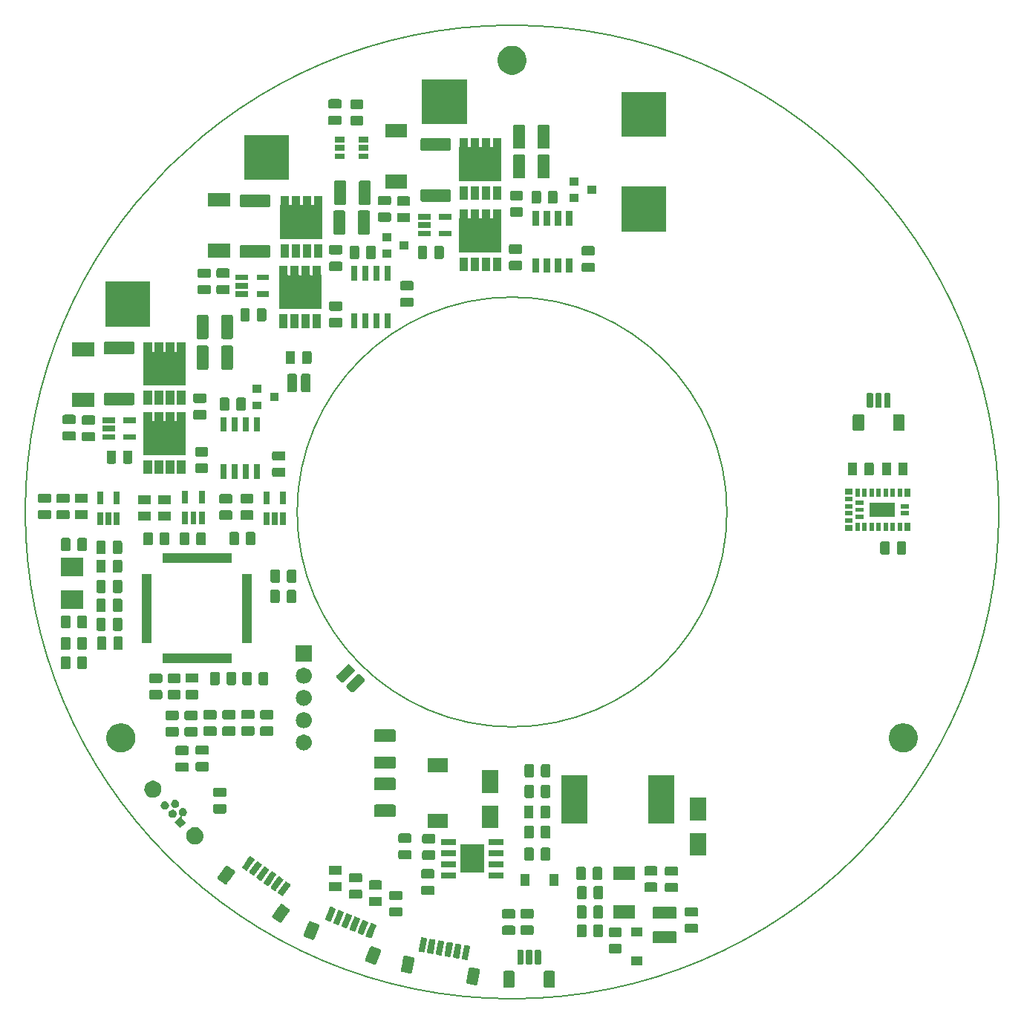
<source format=gbr>
%TF.GenerationSoftware,KiCad,Pcbnew,5.0.2-bee76a0~70~ubuntu18.04.1*%
%TF.CreationDate,2020-05-04T09:46:08+02:00*%
%TF.ProjectId,gsvesc,67737665-7363-42e6-9b69-6361645f7063,rev?*%
%TF.SameCoordinates,PX5f5e038PY5f5e038*%
%TF.FileFunction,Soldermask,Top*%
%TF.FilePolarity,Negative*%
%FSLAX46Y46*%
G04 Gerber Fmt 4.6, Leading zero omitted, Abs format (unit mm)*
G04 Created by KiCad (PCBNEW 5.0.2-bee76a0~70~ubuntu18.04.1) date Mo 04 Mai 2020 09:46:08 CEST*
%MOMM*%
%LPD*%
G01*
G04 APERTURE LIST*
%ADD10C,0.200000*%
%ADD11C,0.100000*%
G04 APERTURE END LIST*
D10*
X24500200Y-200D02*
G75*
G03X24500200Y-200I-24500000J0D01*
G01*
X55500200Y-200D02*
G75*
G03X55500200Y-200I-55500000J0D01*
G01*
D11*
G36*
X4741242Y-52328404D02*
X4778339Y-52339657D01*
X4812520Y-52357927D01*
X4842482Y-52382518D01*
X4867073Y-52412480D01*
X4885343Y-52446661D01*
X4896596Y-52483758D01*
X4901000Y-52528473D01*
X4901000Y-54021527D01*
X4896596Y-54066242D01*
X4885343Y-54103339D01*
X4867073Y-54137520D01*
X4842482Y-54167482D01*
X4812520Y-54192073D01*
X4778339Y-54210343D01*
X4741242Y-54221596D01*
X4696527Y-54226000D01*
X3803473Y-54226000D01*
X3758758Y-54221596D01*
X3721661Y-54210343D01*
X3687480Y-54192073D01*
X3657518Y-54167482D01*
X3632927Y-54137520D01*
X3614657Y-54103339D01*
X3603404Y-54066242D01*
X3599000Y-54021527D01*
X3599000Y-52528473D01*
X3603404Y-52483758D01*
X3614657Y-52446661D01*
X3632927Y-52412480D01*
X3657518Y-52382518D01*
X3687480Y-52357927D01*
X3721661Y-52339657D01*
X3758758Y-52328404D01*
X3803473Y-52324000D01*
X4696527Y-52324000D01*
X4741242Y-52328404D01*
X4741242Y-52328404D01*
G37*
G36*
X141242Y-52328404D02*
X178339Y-52339657D01*
X212520Y-52357927D01*
X242482Y-52382518D01*
X267073Y-52412480D01*
X285343Y-52446661D01*
X296596Y-52483758D01*
X301000Y-52528473D01*
X301000Y-54021527D01*
X296596Y-54066242D01*
X285343Y-54103339D01*
X267073Y-54137520D01*
X242482Y-54167482D01*
X212520Y-54192073D01*
X178339Y-54210343D01*
X141242Y-54221596D01*
X96527Y-54226000D01*
X-796527Y-54226000D01*
X-841242Y-54221596D01*
X-878339Y-54210343D01*
X-912520Y-54192073D01*
X-942482Y-54167482D01*
X-967073Y-54137520D01*
X-985343Y-54103339D01*
X-996596Y-54066242D01*
X-1001000Y-54021527D01*
X-1001000Y-52528473D01*
X-996596Y-52483758D01*
X-985343Y-52446661D01*
X-967073Y-52412480D01*
X-942482Y-52382518D01*
X-912520Y-52357927D01*
X-878339Y-52339657D01*
X-841242Y-52328404D01*
X-796527Y-52324000D01*
X96527Y-52324000D01*
X141242Y-52328404D01*
X141242Y-52328404D01*
G37*
G36*
X-4690711Y-51927542D02*
X-4624954Y-51939137D01*
X-4624950Y-51939137D01*
X-3876987Y-52071023D01*
X-3876984Y-52071024D01*
X-3811230Y-52082618D01*
X-3767954Y-52094721D01*
X-3733377Y-52112244D01*
X-3702889Y-52136171D01*
X-3677650Y-52165592D01*
X-3658636Y-52199371D01*
X-3646577Y-52236210D01*
X-3641938Y-52274688D01*
X-3645366Y-52319493D01*
X-3656961Y-52385251D01*
X-3656961Y-52385253D01*
X-3673349Y-52478193D01*
X-3904630Y-53789858D01*
X-3916733Y-53833135D01*
X-3934255Y-53867709D01*
X-3958185Y-53898200D01*
X-3987604Y-53923438D01*
X-4021383Y-53942452D01*
X-4058222Y-53954511D01*
X-4096699Y-53959150D01*
X-4141505Y-53955722D01*
X-4207262Y-53944127D01*
X-4207266Y-53944127D01*
X-4955229Y-53812241D01*
X-4955232Y-53812240D01*
X-5020986Y-53800646D01*
X-5064262Y-53788543D01*
X-5098839Y-53771020D01*
X-5129327Y-53747093D01*
X-5154566Y-53717672D01*
X-5173580Y-53683893D01*
X-5185639Y-53647054D01*
X-5190278Y-53608576D01*
X-5186850Y-53563771D01*
X-4927586Y-52093406D01*
X-4915483Y-52050129D01*
X-4897961Y-52015555D01*
X-4874031Y-51985064D01*
X-4844612Y-51959826D01*
X-4810833Y-51940812D01*
X-4773994Y-51928753D01*
X-4735517Y-51924114D01*
X-4690711Y-51927542D01*
X-4690711Y-51927542D01*
G37*
G36*
X-12175250Y-50607816D02*
X-12109493Y-50619411D01*
X-12109489Y-50619411D01*
X-11361526Y-50751297D01*
X-11361523Y-50751298D01*
X-11295769Y-50762892D01*
X-11252493Y-50774995D01*
X-11217916Y-50792518D01*
X-11187428Y-50816445D01*
X-11162189Y-50845866D01*
X-11143175Y-50879645D01*
X-11131116Y-50916484D01*
X-11126477Y-50954962D01*
X-11129905Y-50999767D01*
X-11141500Y-51065525D01*
X-11141500Y-51065527D01*
X-11165526Y-51201783D01*
X-11389169Y-52470132D01*
X-11401272Y-52513409D01*
X-11418794Y-52547983D01*
X-11442724Y-52578474D01*
X-11472143Y-52603712D01*
X-11505922Y-52622726D01*
X-11542761Y-52634785D01*
X-11581238Y-52639424D01*
X-11626044Y-52635996D01*
X-11691801Y-52624401D01*
X-11691805Y-52624401D01*
X-12439768Y-52492515D01*
X-12439771Y-52492514D01*
X-12505525Y-52480920D01*
X-12548801Y-52468817D01*
X-12583378Y-52451294D01*
X-12613866Y-52427367D01*
X-12639105Y-52397946D01*
X-12658119Y-52364167D01*
X-12670178Y-52327328D01*
X-12674817Y-52288850D01*
X-12671389Y-52244045D01*
X-12647644Y-52109382D01*
X-12603245Y-51857582D01*
X-12412125Y-50773680D01*
X-12400022Y-50730403D01*
X-12382500Y-50695829D01*
X-12358570Y-50665338D01*
X-12329151Y-50640100D01*
X-12295372Y-50621086D01*
X-12258533Y-50609027D01*
X-12220056Y-50604388D01*
X-12175250Y-50607816D01*
X-12175250Y-50607816D01*
G37*
G36*
X14851000Y-51651000D02*
X13549000Y-51651000D01*
X13549000Y-50649000D01*
X14851000Y-50649000D01*
X14851000Y-51651000D01*
X14851000Y-51651000D01*
G37*
G36*
X-15927100Y-49499434D02*
X-15883997Y-49512100D01*
X-15822080Y-49537116D01*
X-15822077Y-49537117D01*
X-15117879Y-49821631D01*
X-15117870Y-49821636D01*
X-15055970Y-49846645D01*
X-15016151Y-49867484D01*
X-14985981Y-49891806D01*
X-14961130Y-49921553D01*
X-14942557Y-49955583D01*
X-14930983Y-49992572D01*
X-14926848Y-50031110D01*
X-14930310Y-50069718D01*
X-14942976Y-50112821D01*
X-14967992Y-50174738D01*
X-14967993Y-50174741D01*
X-15477271Y-51435249D01*
X-15477276Y-51435258D01*
X-15502285Y-51497158D01*
X-15523124Y-51536977D01*
X-15547446Y-51567147D01*
X-15577193Y-51591998D01*
X-15611223Y-51610571D01*
X-15648212Y-51622145D01*
X-15686750Y-51626280D01*
X-15725358Y-51622818D01*
X-15768461Y-51610152D01*
X-15830378Y-51585136D01*
X-15830381Y-51585135D01*
X-16534579Y-51300621D01*
X-16534588Y-51300616D01*
X-16596488Y-51275607D01*
X-16636307Y-51254768D01*
X-16666477Y-51230446D01*
X-16691328Y-51200699D01*
X-16709901Y-51166669D01*
X-16721475Y-51129680D01*
X-16725610Y-51091142D01*
X-16722148Y-51052534D01*
X-16709482Y-51009431D01*
X-16684465Y-50947511D01*
X-16175187Y-49687003D01*
X-16175182Y-49686994D01*
X-16150173Y-49625094D01*
X-16129334Y-49585275D01*
X-16105012Y-49555105D01*
X-16075265Y-49530254D01*
X-16041235Y-49511681D01*
X-16004246Y-49500107D01*
X-15965708Y-49495972D01*
X-15927100Y-49499434D01*
X-15927100Y-49499434D01*
G37*
G36*
X2209928Y-49926764D02*
X2231011Y-49933160D01*
X2250442Y-49943546D01*
X2267475Y-49957525D01*
X2281454Y-49974558D01*
X2291840Y-49993989D01*
X2298236Y-50015072D01*
X2301000Y-50043140D01*
X2301000Y-51456860D01*
X2298236Y-51484928D01*
X2291840Y-51506011D01*
X2281454Y-51525442D01*
X2267475Y-51542475D01*
X2250442Y-51556454D01*
X2231011Y-51566840D01*
X2209928Y-51573236D01*
X2181860Y-51576000D01*
X1718140Y-51576000D01*
X1690072Y-51573236D01*
X1668989Y-51566840D01*
X1649558Y-51556454D01*
X1632525Y-51542475D01*
X1618546Y-51525442D01*
X1608160Y-51506011D01*
X1601764Y-51484928D01*
X1599000Y-51456860D01*
X1599000Y-50043140D01*
X1601764Y-50015072D01*
X1608160Y-49993989D01*
X1618546Y-49974558D01*
X1632525Y-49957525D01*
X1649558Y-49943546D01*
X1668989Y-49933160D01*
X1690072Y-49926764D01*
X1718140Y-49924000D01*
X2181860Y-49924000D01*
X2209928Y-49926764D01*
X2209928Y-49926764D01*
G37*
G36*
X3209928Y-49926764D02*
X3231011Y-49933160D01*
X3250442Y-49943546D01*
X3267475Y-49957525D01*
X3281454Y-49974558D01*
X3291840Y-49993989D01*
X3298236Y-50015072D01*
X3301000Y-50043140D01*
X3301000Y-51456860D01*
X3298236Y-51484928D01*
X3291840Y-51506011D01*
X3281454Y-51525442D01*
X3267475Y-51542475D01*
X3250442Y-51556454D01*
X3231011Y-51566840D01*
X3209928Y-51573236D01*
X3181860Y-51576000D01*
X2718140Y-51576000D01*
X2690072Y-51573236D01*
X2668989Y-51566840D01*
X2649558Y-51556454D01*
X2632525Y-51542475D01*
X2618546Y-51525442D01*
X2608160Y-51506011D01*
X2601764Y-51484928D01*
X2599000Y-51456860D01*
X2599000Y-50043140D01*
X2601764Y-50015072D01*
X2608160Y-49993989D01*
X2618546Y-49974558D01*
X2632525Y-49957525D01*
X2649558Y-49943546D01*
X2668989Y-49933160D01*
X2690072Y-49926764D01*
X2718140Y-49924000D01*
X3181860Y-49924000D01*
X3209928Y-49926764D01*
X3209928Y-49926764D01*
G37*
G36*
X1209928Y-49926764D02*
X1231011Y-49933160D01*
X1250442Y-49943546D01*
X1267475Y-49957525D01*
X1281454Y-49974558D01*
X1291840Y-49993989D01*
X1298236Y-50015072D01*
X1301000Y-50043140D01*
X1301000Y-51456860D01*
X1298236Y-51484928D01*
X1291840Y-51506011D01*
X1281454Y-51525442D01*
X1267475Y-51542475D01*
X1250442Y-51556454D01*
X1231011Y-51566840D01*
X1209928Y-51573236D01*
X1181860Y-51576000D01*
X718140Y-51576000D01*
X690072Y-51573236D01*
X668989Y-51566840D01*
X649558Y-51556454D01*
X632525Y-51542475D01*
X618546Y-51525442D01*
X608160Y-51506011D01*
X601764Y-51484928D01*
X599000Y-51456860D01*
X599000Y-50043140D01*
X601764Y-50015072D01*
X608160Y-49993989D01*
X618546Y-49974558D01*
X632525Y-49957525D01*
X649558Y-49943546D01*
X668989Y-49933160D01*
X690072Y-49926764D01*
X718140Y-49924000D01*
X1181860Y-49924000D01*
X1209928Y-49926764D01*
X1209928Y-49926764D01*
G37*
G36*
X-5342799Y-49375538D02*
X-5287310Y-49385322D01*
X-5287298Y-49385323D01*
X-4995382Y-49436796D01*
X-4886129Y-49456060D01*
X-4858964Y-49463658D01*
X-4839312Y-49473617D01*
X-4821979Y-49487220D01*
X-4807634Y-49503942D01*
X-4796827Y-49523141D01*
X-4789971Y-49544085D01*
X-4787334Y-49565956D01*
X-4789486Y-49594081D01*
X-4799270Y-49649568D01*
X-4799271Y-49649583D01*
X-5025187Y-50930818D01*
X-5025189Y-50930825D01*
X-5034974Y-50986319D01*
X-5042572Y-51013484D01*
X-5052531Y-51033136D01*
X-5066134Y-51050469D01*
X-5082856Y-51064814D01*
X-5102055Y-51075621D01*
X-5122999Y-51082477D01*
X-5144870Y-51085114D01*
X-5172995Y-51082962D01*
X-5228484Y-51073178D01*
X-5228496Y-51073177D01*
X-5567030Y-51013484D01*
X-5629665Y-51002440D01*
X-5656830Y-50994842D01*
X-5676482Y-50984883D01*
X-5693815Y-50971280D01*
X-5708160Y-50954558D01*
X-5718967Y-50935359D01*
X-5725823Y-50914415D01*
X-5728460Y-50892544D01*
X-5726308Y-50864419D01*
X-5716524Y-50808932D01*
X-5716523Y-50808917D01*
X-5490607Y-49527682D01*
X-5490605Y-49527675D01*
X-5480820Y-49472181D01*
X-5473222Y-49445016D01*
X-5463263Y-49425364D01*
X-5449660Y-49408031D01*
X-5432938Y-49393686D01*
X-5413739Y-49382879D01*
X-5392795Y-49376023D01*
X-5370924Y-49373386D01*
X-5342799Y-49375538D01*
X-5342799Y-49375538D01*
G37*
G36*
X-6327607Y-49201890D02*
X-6272118Y-49211674D01*
X-6272106Y-49211675D01*
X-5980190Y-49263148D01*
X-5870937Y-49282412D01*
X-5843772Y-49290010D01*
X-5824120Y-49299969D01*
X-5806787Y-49313572D01*
X-5792442Y-49330294D01*
X-5781635Y-49349493D01*
X-5774779Y-49370437D01*
X-5772142Y-49392308D01*
X-5774294Y-49420433D01*
X-5784078Y-49475920D01*
X-5784079Y-49475935D01*
X-6009995Y-50757170D01*
X-6009997Y-50757177D01*
X-6019782Y-50812671D01*
X-6027380Y-50839836D01*
X-6037339Y-50859488D01*
X-6050942Y-50876821D01*
X-6067664Y-50891166D01*
X-6086863Y-50901973D01*
X-6107807Y-50908829D01*
X-6129678Y-50911466D01*
X-6157803Y-50909314D01*
X-6213292Y-50899530D01*
X-6213304Y-50899529D01*
X-6551838Y-50839836D01*
X-6614473Y-50828792D01*
X-6641638Y-50821194D01*
X-6661290Y-50811235D01*
X-6678623Y-50797632D01*
X-6692968Y-50780910D01*
X-6703775Y-50761711D01*
X-6710631Y-50740767D01*
X-6713268Y-50718896D01*
X-6711116Y-50690771D01*
X-6701332Y-50635284D01*
X-6701331Y-50635269D01*
X-6475415Y-49354034D01*
X-6475413Y-49354027D01*
X-6465628Y-49298533D01*
X-6458030Y-49271368D01*
X-6448071Y-49251716D01*
X-6434468Y-49234383D01*
X-6417746Y-49220038D01*
X-6398547Y-49209231D01*
X-6377603Y-49202375D01*
X-6355732Y-49199738D01*
X-6327607Y-49201890D01*
X-6327607Y-49201890D01*
G37*
G36*
X-7312414Y-49028242D02*
X-7256925Y-49038026D01*
X-7256913Y-49038027D01*
X-6964997Y-49089500D01*
X-6855744Y-49108764D01*
X-6828579Y-49116362D01*
X-6808927Y-49126321D01*
X-6791594Y-49139924D01*
X-6777249Y-49156646D01*
X-6766442Y-49175845D01*
X-6759586Y-49196789D01*
X-6756949Y-49218660D01*
X-6759101Y-49246785D01*
X-6768885Y-49302272D01*
X-6768886Y-49302287D01*
X-6994802Y-50583522D01*
X-6994804Y-50583529D01*
X-7004589Y-50639023D01*
X-7012187Y-50666188D01*
X-7022146Y-50685840D01*
X-7035749Y-50703173D01*
X-7052471Y-50717518D01*
X-7071670Y-50728325D01*
X-7092614Y-50735181D01*
X-7114485Y-50737818D01*
X-7142610Y-50735666D01*
X-7198099Y-50725882D01*
X-7198111Y-50725881D01*
X-7536645Y-50666188D01*
X-7599280Y-50655144D01*
X-7626445Y-50647546D01*
X-7646097Y-50637587D01*
X-7663430Y-50623984D01*
X-7677775Y-50607262D01*
X-7688582Y-50588063D01*
X-7695438Y-50567119D01*
X-7698075Y-50545248D01*
X-7695923Y-50517123D01*
X-7686139Y-50461636D01*
X-7686138Y-50461621D01*
X-7460222Y-49180386D01*
X-7460220Y-49180379D01*
X-7450435Y-49124885D01*
X-7442837Y-49097720D01*
X-7432878Y-49078068D01*
X-7419275Y-49060735D01*
X-7402553Y-49046390D01*
X-7383354Y-49035583D01*
X-7362410Y-49028727D01*
X-7340539Y-49026090D01*
X-7312414Y-49028242D01*
X-7312414Y-49028242D01*
G37*
G36*
X-8297222Y-48854594D02*
X-8241733Y-48864378D01*
X-8241721Y-48864379D01*
X-7949805Y-48915852D01*
X-7840552Y-48935116D01*
X-7813387Y-48942714D01*
X-7793735Y-48952673D01*
X-7776402Y-48966276D01*
X-7762057Y-48982998D01*
X-7751250Y-49002197D01*
X-7744394Y-49023141D01*
X-7741757Y-49045012D01*
X-7743909Y-49073137D01*
X-7753693Y-49128624D01*
X-7753694Y-49128639D01*
X-7979610Y-50409874D01*
X-7979612Y-50409881D01*
X-7989397Y-50465375D01*
X-7996995Y-50492540D01*
X-8006954Y-50512192D01*
X-8020557Y-50529525D01*
X-8037279Y-50543870D01*
X-8056478Y-50554677D01*
X-8077422Y-50561533D01*
X-8099293Y-50564170D01*
X-8127418Y-50562018D01*
X-8182907Y-50552234D01*
X-8182919Y-50552233D01*
X-8521453Y-50492540D01*
X-8584088Y-50481496D01*
X-8611253Y-50473898D01*
X-8630905Y-50463939D01*
X-8648238Y-50450336D01*
X-8662583Y-50433614D01*
X-8673390Y-50414415D01*
X-8680246Y-50393471D01*
X-8682883Y-50371600D01*
X-8680731Y-50343475D01*
X-8670947Y-50287988D01*
X-8670946Y-50287973D01*
X-8445030Y-49006738D01*
X-8445028Y-49006731D01*
X-8435243Y-48951237D01*
X-8427645Y-48924072D01*
X-8417686Y-48904420D01*
X-8404083Y-48887087D01*
X-8387361Y-48872742D01*
X-8368162Y-48861935D01*
X-8347218Y-48855079D01*
X-8325347Y-48852442D01*
X-8297222Y-48854594D01*
X-8297222Y-48854594D01*
G37*
G36*
X-9282030Y-48680945D02*
X-9226541Y-48690729D01*
X-9226529Y-48690730D01*
X-8934613Y-48742203D01*
X-8825360Y-48761467D01*
X-8798195Y-48769065D01*
X-8778543Y-48779024D01*
X-8761210Y-48792627D01*
X-8746865Y-48809349D01*
X-8736058Y-48828548D01*
X-8729202Y-48849492D01*
X-8726565Y-48871363D01*
X-8728717Y-48899488D01*
X-8738501Y-48954975D01*
X-8738502Y-48954990D01*
X-8964418Y-50236225D01*
X-8964420Y-50236232D01*
X-8974205Y-50291726D01*
X-8981803Y-50318891D01*
X-8991762Y-50338543D01*
X-9005365Y-50355876D01*
X-9022087Y-50370221D01*
X-9041286Y-50381028D01*
X-9062230Y-50387884D01*
X-9084101Y-50390521D01*
X-9112226Y-50388369D01*
X-9167715Y-50378585D01*
X-9167727Y-50378584D01*
X-9469009Y-50325459D01*
X-9568896Y-50307847D01*
X-9596061Y-50300249D01*
X-9615713Y-50290290D01*
X-9633046Y-50276687D01*
X-9647391Y-50259965D01*
X-9658198Y-50240766D01*
X-9665054Y-50219822D01*
X-9667691Y-50197951D01*
X-9665539Y-50169826D01*
X-9655755Y-50114339D01*
X-9655754Y-50114324D01*
X-9429838Y-48833089D01*
X-9429836Y-48833082D01*
X-9420051Y-48777588D01*
X-9412453Y-48750423D01*
X-9402494Y-48730771D01*
X-9388891Y-48713438D01*
X-9372169Y-48699093D01*
X-9352970Y-48688286D01*
X-9332026Y-48681430D01*
X-9310155Y-48678793D01*
X-9282030Y-48680945D01*
X-9282030Y-48680945D01*
G37*
G36*
X12359466Y-49253565D02*
X12398137Y-49265296D01*
X12433779Y-49284348D01*
X12465017Y-49309983D01*
X12490652Y-49341221D01*
X12509704Y-49376863D01*
X12521435Y-49415534D01*
X12526000Y-49461888D01*
X12526000Y-50113112D01*
X12521435Y-50159466D01*
X12509704Y-50198137D01*
X12490652Y-50233779D01*
X12465017Y-50265017D01*
X12433779Y-50290652D01*
X12398137Y-50309704D01*
X12359466Y-50321435D01*
X12313112Y-50326000D01*
X11236888Y-50326000D01*
X11190534Y-50321435D01*
X11151863Y-50309704D01*
X11116221Y-50290652D01*
X11084983Y-50265017D01*
X11059348Y-50233779D01*
X11040296Y-50198137D01*
X11028565Y-50159466D01*
X11024000Y-50113112D01*
X11024000Y-49461888D01*
X11028565Y-49415534D01*
X11040296Y-49376863D01*
X11059348Y-49341221D01*
X11084983Y-49309983D01*
X11116221Y-49284348D01*
X11151863Y-49265296D01*
X11190534Y-49253565D01*
X11236888Y-49249000D01*
X12313112Y-49249000D01*
X12359466Y-49253565D01*
X12359466Y-49253565D01*
G37*
G36*
X-10266838Y-48507297D02*
X-10211349Y-48517081D01*
X-10211337Y-48517082D01*
X-9941874Y-48564596D01*
X-9810168Y-48587819D01*
X-9783003Y-48595417D01*
X-9763351Y-48605376D01*
X-9746018Y-48618979D01*
X-9731673Y-48635701D01*
X-9720866Y-48654900D01*
X-9714010Y-48675844D01*
X-9711373Y-48697715D01*
X-9713525Y-48725840D01*
X-9723309Y-48781327D01*
X-9723310Y-48781342D01*
X-9949226Y-50062577D01*
X-9949228Y-50062584D01*
X-9959013Y-50118078D01*
X-9966611Y-50145243D01*
X-9976570Y-50164895D01*
X-9990173Y-50182228D01*
X-10006895Y-50196573D01*
X-10026094Y-50207380D01*
X-10047038Y-50214236D01*
X-10068909Y-50216873D01*
X-10097034Y-50214721D01*
X-10152523Y-50204937D01*
X-10152535Y-50204936D01*
X-10491069Y-50145243D01*
X-10553704Y-50134199D01*
X-10580869Y-50126601D01*
X-10600521Y-50116642D01*
X-10617854Y-50103039D01*
X-10632199Y-50086317D01*
X-10643006Y-50067118D01*
X-10649862Y-50046174D01*
X-10652499Y-50024303D01*
X-10650347Y-49996178D01*
X-10640563Y-49940691D01*
X-10640562Y-49940676D01*
X-10414646Y-48659441D01*
X-10414644Y-48659434D01*
X-10404859Y-48603940D01*
X-10397261Y-48576775D01*
X-10387302Y-48557123D01*
X-10373699Y-48539790D01*
X-10356977Y-48525445D01*
X-10337778Y-48514638D01*
X-10316834Y-48507782D01*
X-10294963Y-48505145D01*
X-10266838Y-48507297D01*
X-10266838Y-48507297D01*
G37*
G36*
X18618604Y-47828347D02*
X18655145Y-47839432D01*
X18688820Y-47857431D01*
X18718341Y-47881659D01*
X18742569Y-47911180D01*
X18760568Y-47944855D01*
X18771653Y-47981396D01*
X18776000Y-48025538D01*
X18776000Y-48974462D01*
X18771653Y-49018604D01*
X18760568Y-49055145D01*
X18742569Y-49088820D01*
X18718341Y-49118341D01*
X18688820Y-49142569D01*
X18655145Y-49160568D01*
X18618604Y-49171653D01*
X18574462Y-49176000D01*
X16225538Y-49176000D01*
X16181396Y-49171653D01*
X16144855Y-49160568D01*
X16111180Y-49142569D01*
X16081659Y-49118341D01*
X16057431Y-49088820D01*
X16039432Y-49055145D01*
X16028347Y-49018604D01*
X16024000Y-48974462D01*
X16024000Y-48025538D01*
X16028347Y-47981396D01*
X16039432Y-47944855D01*
X16057431Y-47911180D01*
X16081659Y-47881659D01*
X16111180Y-47857431D01*
X16144855Y-47839432D01*
X16181396Y-47828347D01*
X16225538Y-47824000D01*
X18574462Y-47824000D01*
X18618604Y-47828347D01*
X18618604Y-47828347D01*
G37*
G36*
X-22973698Y-46652424D02*
X-22930595Y-46665090D01*
X-22868678Y-46690106D01*
X-22868675Y-46690107D01*
X-22164477Y-46974621D01*
X-22164468Y-46974626D01*
X-22102568Y-46999635D01*
X-22062749Y-47020474D01*
X-22032579Y-47044796D01*
X-22007728Y-47074543D01*
X-21989155Y-47108573D01*
X-21977581Y-47145562D01*
X-21973446Y-47184100D01*
X-21976908Y-47222708D01*
X-21989574Y-47265811D01*
X-22014590Y-47327728D01*
X-22014591Y-47327731D01*
X-22523869Y-48588239D01*
X-22523874Y-48588248D01*
X-22548883Y-48650148D01*
X-22569722Y-48689967D01*
X-22594044Y-48720137D01*
X-22623791Y-48744988D01*
X-22657821Y-48763561D01*
X-22694810Y-48775135D01*
X-22733348Y-48779270D01*
X-22771956Y-48775808D01*
X-22815059Y-48763142D01*
X-22876976Y-48738126D01*
X-22876979Y-48738125D01*
X-23581177Y-48453611D01*
X-23581186Y-48453606D01*
X-23643086Y-48428597D01*
X-23682905Y-48407758D01*
X-23713075Y-48383436D01*
X-23737926Y-48353689D01*
X-23756499Y-48319659D01*
X-23768073Y-48282670D01*
X-23772208Y-48244132D01*
X-23768746Y-48205524D01*
X-23756080Y-48162421D01*
X-23731063Y-48100501D01*
X-23221785Y-46839993D01*
X-23221780Y-46839984D01*
X-23196771Y-46778084D01*
X-23175932Y-46738265D01*
X-23151610Y-46708095D01*
X-23121863Y-46683244D01*
X-23087833Y-46664671D01*
X-23050844Y-46653097D01*
X-23012306Y-46648962D01*
X-22973698Y-46652424D01*
X-22973698Y-46652424D01*
G37*
G36*
X-16018300Y-46872337D02*
X-15991236Y-46880289D01*
X-15938991Y-46901397D01*
X-15938982Y-46901400D01*
X-15613541Y-47032887D01*
X-15613537Y-47032889D01*
X-15561283Y-47054001D01*
X-15536300Y-47067076D01*
X-15519144Y-47080907D01*
X-15505019Y-47097815D01*
X-15494462Y-47117157D01*
X-15487882Y-47138186D01*
X-15485532Y-47160089D01*
X-15487500Y-47182035D01*
X-15495451Y-47209095D01*
X-15622158Y-47522706D01*
X-15995122Y-48445826D01*
X-16025041Y-48519876D01*
X-16038116Y-48544859D01*
X-16051947Y-48562015D01*
X-16068855Y-48576140D01*
X-16088197Y-48586697D01*
X-16109226Y-48593277D01*
X-16131129Y-48595627D01*
X-16153074Y-48593659D01*
X-16180138Y-48585707D01*
X-16232383Y-48564599D01*
X-16232392Y-48564596D01*
X-16557833Y-48433109D01*
X-16557837Y-48433107D01*
X-16610091Y-48411995D01*
X-16635074Y-48398920D01*
X-16652230Y-48385089D01*
X-16666355Y-48368181D01*
X-16676912Y-48348839D01*
X-16683492Y-48327810D01*
X-16685842Y-48305907D01*
X-16683874Y-48283961D01*
X-16675923Y-48256901D01*
X-16444414Y-47683896D01*
X-16167447Y-46998378D01*
X-16167445Y-46998375D01*
X-16146333Y-46946120D01*
X-16133258Y-46921137D01*
X-16119427Y-46903981D01*
X-16102519Y-46889856D01*
X-16083177Y-46879299D01*
X-16062148Y-46872719D01*
X-16040245Y-46870369D01*
X-16018300Y-46872337D01*
X-16018300Y-46872337D01*
G37*
G36*
X8314467Y-47003565D02*
X8353138Y-47015296D01*
X8388780Y-47034348D01*
X8420018Y-47059983D01*
X8445653Y-47091221D01*
X8464705Y-47126863D01*
X8476436Y-47165534D01*
X8481001Y-47211888D01*
X8481001Y-48288112D01*
X8476436Y-48334466D01*
X8464705Y-48373137D01*
X8445653Y-48408779D01*
X8420018Y-48440017D01*
X8388780Y-48465652D01*
X8353138Y-48484704D01*
X8314467Y-48496435D01*
X8268113Y-48501000D01*
X7616889Y-48501000D01*
X7570535Y-48496435D01*
X7531864Y-48484704D01*
X7496222Y-48465652D01*
X7464984Y-48440017D01*
X7439349Y-48408779D01*
X7420297Y-48373137D01*
X7408566Y-48334466D01*
X7404001Y-48288112D01*
X7404001Y-47211888D01*
X7408566Y-47165534D01*
X7420297Y-47126863D01*
X7439349Y-47091221D01*
X7464984Y-47059983D01*
X7496222Y-47034348D01*
X7531864Y-47015296D01*
X7570535Y-47003565D01*
X7616889Y-46999000D01*
X8268113Y-46999000D01*
X8314467Y-47003565D01*
X8314467Y-47003565D01*
G37*
G36*
X10189467Y-47003565D02*
X10228138Y-47015296D01*
X10263780Y-47034348D01*
X10295018Y-47059983D01*
X10320653Y-47091221D01*
X10339705Y-47126863D01*
X10351436Y-47165534D01*
X10356001Y-47211888D01*
X10356001Y-48288112D01*
X10351436Y-48334466D01*
X10339705Y-48373137D01*
X10320653Y-48408779D01*
X10295018Y-48440017D01*
X10263780Y-48465652D01*
X10228138Y-48484704D01*
X10189467Y-48496435D01*
X10143113Y-48501000D01*
X9491889Y-48501000D01*
X9445535Y-48496435D01*
X9406864Y-48484704D01*
X9371222Y-48465652D01*
X9339984Y-48440017D01*
X9314349Y-48408779D01*
X9295297Y-48373137D01*
X9283566Y-48334466D01*
X9279001Y-48288112D01*
X9279001Y-47211888D01*
X9283566Y-47165534D01*
X9295297Y-47126863D01*
X9314349Y-47091221D01*
X9339984Y-47059983D01*
X9371222Y-47034348D01*
X9406864Y-47015296D01*
X9445535Y-47003565D01*
X9491889Y-46999000D01*
X10143113Y-46999000D01*
X10189467Y-47003565D01*
X10189467Y-47003565D01*
G37*
G36*
X12359466Y-47378565D02*
X12398137Y-47390296D01*
X12433779Y-47409348D01*
X12465017Y-47434983D01*
X12490652Y-47466221D01*
X12509704Y-47501863D01*
X12521435Y-47540534D01*
X12526000Y-47586888D01*
X12526000Y-48238112D01*
X12521435Y-48284466D01*
X12509704Y-48323137D01*
X12490652Y-48358779D01*
X12465017Y-48390017D01*
X12433779Y-48415652D01*
X12398137Y-48434704D01*
X12359466Y-48446435D01*
X12313112Y-48451000D01*
X11236888Y-48451000D01*
X11190534Y-48446435D01*
X11151863Y-48434704D01*
X11116221Y-48415652D01*
X11084983Y-48390017D01*
X11059348Y-48358779D01*
X11040296Y-48323137D01*
X11028565Y-48284466D01*
X11024000Y-48238112D01*
X11024000Y-47586888D01*
X11028565Y-47540534D01*
X11040296Y-47501863D01*
X11059348Y-47466221D01*
X11084983Y-47434983D01*
X11116221Y-47409348D01*
X11151863Y-47390296D01*
X11190534Y-47378565D01*
X11236888Y-47374000D01*
X12313112Y-47374000D01*
X12359466Y-47378565D01*
X12359466Y-47378565D01*
G37*
G36*
X14851000Y-48351000D02*
X13549000Y-48351000D01*
X13549000Y-47349000D01*
X14851000Y-47349000D01*
X14851000Y-48351000D01*
X14851000Y-48351000D01*
G37*
G36*
X194466Y-47166064D02*
X233137Y-47177795D01*
X268779Y-47196847D01*
X300017Y-47222482D01*
X325652Y-47253720D01*
X344704Y-47289362D01*
X356435Y-47328033D01*
X361000Y-47374387D01*
X361000Y-48025611D01*
X356435Y-48071965D01*
X344704Y-48110636D01*
X325652Y-48146278D01*
X300017Y-48177516D01*
X268779Y-48203151D01*
X233137Y-48222203D01*
X194466Y-48233934D01*
X148112Y-48238499D01*
X-928112Y-48238499D01*
X-974466Y-48233934D01*
X-1013137Y-48222203D01*
X-1048779Y-48203151D01*
X-1080017Y-48177516D01*
X-1105652Y-48146278D01*
X-1124704Y-48110636D01*
X-1136435Y-48071965D01*
X-1141000Y-48025611D01*
X-1141000Y-47374387D01*
X-1136435Y-47328033D01*
X-1124704Y-47289362D01*
X-1105652Y-47253720D01*
X-1080017Y-47222482D01*
X-1048779Y-47196847D01*
X-1013137Y-47177795D01*
X-974466Y-47166064D01*
X-928112Y-47161499D01*
X148112Y-47161499D01*
X194466Y-47166064D01*
X194466Y-47166064D01*
G37*
G36*
X-16945483Y-46497730D02*
X-16918419Y-46505682D01*
X-16866174Y-46526790D01*
X-16866165Y-46526793D01*
X-16540724Y-46658280D01*
X-16540720Y-46658282D01*
X-16488466Y-46679394D01*
X-16463483Y-46692469D01*
X-16446327Y-46706300D01*
X-16432202Y-46723208D01*
X-16421645Y-46742550D01*
X-16415065Y-46763579D01*
X-16412715Y-46785482D01*
X-16414683Y-46807428D01*
X-16422634Y-46834488D01*
X-16558546Y-47170881D01*
X-16917167Y-48058502D01*
X-16952224Y-48145269D01*
X-16965299Y-48170252D01*
X-16979130Y-48187408D01*
X-16996038Y-48201533D01*
X-17015380Y-48212090D01*
X-17036409Y-48218670D01*
X-17058312Y-48221020D01*
X-17080257Y-48219052D01*
X-17107321Y-48211100D01*
X-17159566Y-48189992D01*
X-17159575Y-48189989D01*
X-17485016Y-48058502D01*
X-17485020Y-48058500D01*
X-17537274Y-48037388D01*
X-17562257Y-48024313D01*
X-17579413Y-48010482D01*
X-17593538Y-47993574D01*
X-17604095Y-47974232D01*
X-17610675Y-47953203D01*
X-17613025Y-47931300D01*
X-17611057Y-47909354D01*
X-17603106Y-47882294D01*
X-17369950Y-47305212D01*
X-17094630Y-46623771D01*
X-17094628Y-46623768D01*
X-17073516Y-46571513D01*
X-17060441Y-46546530D01*
X-17046610Y-46529374D01*
X-17029702Y-46515249D01*
X-17010360Y-46504692D01*
X-16989331Y-46498112D01*
X-16967428Y-46495762D01*
X-16945483Y-46497730D01*
X-16945483Y-46497730D01*
G37*
G36*
X2294466Y-47143565D02*
X2333137Y-47155296D01*
X2368779Y-47174348D01*
X2400017Y-47199983D01*
X2425652Y-47231221D01*
X2444704Y-47266863D01*
X2456435Y-47305534D01*
X2461000Y-47351888D01*
X2461000Y-48003112D01*
X2456435Y-48049466D01*
X2444704Y-48088137D01*
X2425652Y-48123779D01*
X2400017Y-48155017D01*
X2368779Y-48180652D01*
X2333137Y-48199704D01*
X2294466Y-48211435D01*
X2248112Y-48216000D01*
X1171888Y-48216000D01*
X1125534Y-48211435D01*
X1086863Y-48199704D01*
X1051221Y-48180652D01*
X1019983Y-48155017D01*
X994348Y-48123779D01*
X975296Y-48088137D01*
X963565Y-48049466D01*
X959000Y-48003112D01*
X959000Y-47351888D01*
X963565Y-47305534D01*
X975296Y-47266863D01*
X994348Y-47231221D01*
X1019983Y-47199983D01*
X1051221Y-47174348D01*
X1086863Y-47155296D01*
X1125534Y-47143565D01*
X1171888Y-47139000D01*
X2248112Y-47139000D01*
X2294466Y-47143565D01*
X2294466Y-47143565D01*
G37*
G36*
X21034466Y-46928565D02*
X21073137Y-46940296D01*
X21108779Y-46959348D01*
X21140017Y-46984983D01*
X21165652Y-47016221D01*
X21184704Y-47051863D01*
X21196435Y-47090534D01*
X21201000Y-47136888D01*
X21201000Y-47788112D01*
X21196435Y-47834466D01*
X21184704Y-47873137D01*
X21165652Y-47908779D01*
X21140017Y-47940017D01*
X21108779Y-47965652D01*
X21073137Y-47984704D01*
X21034466Y-47996435D01*
X20988112Y-48001000D01*
X19911888Y-48001000D01*
X19865534Y-47996435D01*
X19826863Y-47984704D01*
X19791221Y-47965652D01*
X19759983Y-47940017D01*
X19734348Y-47908779D01*
X19715296Y-47873137D01*
X19703565Y-47834466D01*
X19699000Y-47788112D01*
X19699000Y-47136888D01*
X19703565Y-47090534D01*
X19715296Y-47051863D01*
X19734348Y-47016221D01*
X19759983Y-46984983D01*
X19791221Y-46959348D01*
X19826863Y-46940296D01*
X19865534Y-46928565D01*
X19911888Y-46924000D01*
X20988112Y-46924000D01*
X21034466Y-46928565D01*
X21034466Y-46928565D01*
G37*
G36*
X-17872667Y-46123124D02*
X-17845603Y-46131076D01*
X-17793358Y-46152184D01*
X-17793349Y-46152187D01*
X-17467908Y-46283674D01*
X-17467904Y-46283676D01*
X-17415650Y-46304788D01*
X-17390667Y-46317863D01*
X-17373511Y-46331694D01*
X-17359386Y-46348602D01*
X-17348829Y-46367944D01*
X-17342249Y-46388973D01*
X-17339899Y-46410876D01*
X-17341867Y-46432822D01*
X-17349818Y-46459882D01*
X-17522249Y-46886663D01*
X-17844351Y-47683896D01*
X-17879408Y-47770663D01*
X-17892483Y-47795646D01*
X-17906314Y-47812802D01*
X-17923222Y-47826927D01*
X-17942564Y-47837484D01*
X-17963593Y-47844064D01*
X-17985496Y-47846414D01*
X-18007441Y-47844446D01*
X-18034505Y-47836494D01*
X-18086750Y-47815386D01*
X-18086759Y-47815383D01*
X-18412200Y-47683896D01*
X-18412204Y-47683894D01*
X-18464458Y-47662782D01*
X-18489441Y-47649707D01*
X-18506597Y-47635876D01*
X-18520722Y-47618968D01*
X-18531279Y-47599626D01*
X-18537859Y-47578597D01*
X-18540209Y-47556694D01*
X-18538241Y-47534748D01*
X-18530290Y-47507688D01*
X-18292467Y-46919055D01*
X-18021814Y-46249165D01*
X-18021812Y-46249162D01*
X-18000700Y-46196907D01*
X-17987625Y-46171924D01*
X-17973794Y-46154768D01*
X-17956886Y-46140643D01*
X-17937544Y-46130086D01*
X-17916515Y-46123506D01*
X-17894612Y-46121156D01*
X-17872667Y-46123124D01*
X-17872667Y-46123124D01*
G37*
G36*
X-18799851Y-45748517D02*
X-18772787Y-45756469D01*
X-18720542Y-45777577D01*
X-18720533Y-45777580D01*
X-18395092Y-45909067D01*
X-18395088Y-45909069D01*
X-18342834Y-45930181D01*
X-18317851Y-45943256D01*
X-18300695Y-45957087D01*
X-18286570Y-45973995D01*
X-18276013Y-45993337D01*
X-18269433Y-46014366D01*
X-18267083Y-46036269D01*
X-18269051Y-46058215D01*
X-18277002Y-46085275D01*
X-18449433Y-46512056D01*
X-18778978Y-47327711D01*
X-18806592Y-47396056D01*
X-18819667Y-47421039D01*
X-18833498Y-47438195D01*
X-18850406Y-47452320D01*
X-18869748Y-47462877D01*
X-18890777Y-47469457D01*
X-18912680Y-47471807D01*
X-18934625Y-47469839D01*
X-18961689Y-47461887D01*
X-19013934Y-47440779D01*
X-19013943Y-47440776D01*
X-19339384Y-47309289D01*
X-19339388Y-47309287D01*
X-19391642Y-47288175D01*
X-19416625Y-47275100D01*
X-19433781Y-47261269D01*
X-19447906Y-47244361D01*
X-19458463Y-47225019D01*
X-19465043Y-47203990D01*
X-19467393Y-47182087D01*
X-19465425Y-47160141D01*
X-19457474Y-47133081D01*
X-19219651Y-46544448D01*
X-18948998Y-45874558D01*
X-18948996Y-45874555D01*
X-18927884Y-45822300D01*
X-18914809Y-45797317D01*
X-18900978Y-45780161D01*
X-18884070Y-45766036D01*
X-18864728Y-45755479D01*
X-18843699Y-45748899D01*
X-18821796Y-45746549D01*
X-18799851Y-45748517D01*
X-18799851Y-45748517D01*
G37*
G36*
X-19727035Y-45373911D02*
X-19699971Y-45381863D01*
X-19647726Y-45402971D01*
X-19647717Y-45402974D01*
X-19322276Y-45534461D01*
X-19322272Y-45534463D01*
X-19270018Y-45555575D01*
X-19245035Y-45568650D01*
X-19227879Y-45582481D01*
X-19213754Y-45599389D01*
X-19203197Y-45618731D01*
X-19196617Y-45639760D01*
X-19194267Y-45661663D01*
X-19196235Y-45683609D01*
X-19204186Y-45710669D01*
X-19374951Y-46133326D01*
X-19712138Y-46967896D01*
X-19733776Y-47021450D01*
X-19746851Y-47046433D01*
X-19760682Y-47063589D01*
X-19777590Y-47077714D01*
X-19796932Y-47088271D01*
X-19817961Y-47094851D01*
X-19839864Y-47097201D01*
X-19861809Y-47095233D01*
X-19888873Y-47087281D01*
X-19941118Y-47066173D01*
X-19941127Y-47066170D01*
X-20266568Y-46934683D01*
X-20266572Y-46934681D01*
X-20318826Y-46913569D01*
X-20343809Y-46900494D01*
X-20360965Y-46886663D01*
X-20375090Y-46869755D01*
X-20385647Y-46850413D01*
X-20392227Y-46829384D01*
X-20394577Y-46807481D01*
X-20392609Y-46785535D01*
X-20384658Y-46758475D01*
X-20142193Y-46158352D01*
X-19876182Y-45499952D01*
X-19876180Y-45499949D01*
X-19855068Y-45447694D01*
X-19841993Y-45422711D01*
X-19828162Y-45405555D01*
X-19811254Y-45391430D01*
X-19791912Y-45380873D01*
X-19770883Y-45374293D01*
X-19748980Y-45371943D01*
X-19727035Y-45373911D01*
X-19727035Y-45373911D01*
G37*
G36*
X-26246811Y-44693343D02*
X-26209973Y-44705402D01*
X-26170815Y-44727444D01*
X-26116123Y-44765739D01*
X-26116117Y-44765743D01*
X-25715837Y-45046022D01*
X-25439266Y-45239679D01*
X-25405166Y-45268932D01*
X-25381237Y-45299422D01*
X-25363714Y-45333999D01*
X-25353274Y-45371329D01*
X-25350317Y-45409979D01*
X-25354956Y-45448456D01*
X-25367016Y-45485299D01*
X-25389054Y-45524451D01*
X-25830407Y-46154768D01*
X-26207135Y-46692791D01*
X-26207139Y-46692795D01*
X-26245435Y-46747488D01*
X-26274693Y-46781593D01*
X-26305184Y-46805523D01*
X-26339758Y-46823045D01*
X-26377089Y-46833485D01*
X-26415740Y-46836442D01*
X-26454217Y-46831803D01*
X-26491055Y-46819744D01*
X-26530213Y-46797702D01*
X-26584905Y-46759407D01*
X-26584911Y-46759403D01*
X-27050928Y-46433094D01*
X-27261762Y-46285467D01*
X-27295862Y-46256214D01*
X-27319791Y-46225724D01*
X-27337314Y-46191147D01*
X-27347754Y-46153817D01*
X-27350711Y-46115167D01*
X-27346072Y-46076690D01*
X-27334012Y-46039847D01*
X-27311974Y-46000695D01*
X-26789133Y-45254002D01*
X-26493893Y-44832355D01*
X-26493889Y-44832351D01*
X-26455593Y-44777658D01*
X-26426335Y-44743553D01*
X-26395844Y-44719623D01*
X-26361270Y-44702101D01*
X-26323939Y-44691661D01*
X-26285288Y-44688704D01*
X-26246811Y-44693343D01*
X-26246811Y-44693343D01*
G37*
G36*
X-20654219Y-44999304D02*
X-20627155Y-45007256D01*
X-20574910Y-45028364D01*
X-20574901Y-45028367D01*
X-20249460Y-45159854D01*
X-20249456Y-45159856D01*
X-20197202Y-45180968D01*
X-20172219Y-45194043D01*
X-20155063Y-45207874D01*
X-20140938Y-45224782D01*
X-20130381Y-45244124D01*
X-20123801Y-45265153D01*
X-20121451Y-45287056D01*
X-20123419Y-45309002D01*
X-20131370Y-45336062D01*
X-20303834Y-45762925D01*
X-20639322Y-46593289D01*
X-20660960Y-46646843D01*
X-20674035Y-46671826D01*
X-20687866Y-46688982D01*
X-20704774Y-46703107D01*
X-20724116Y-46713664D01*
X-20745145Y-46720244D01*
X-20767048Y-46722594D01*
X-20788993Y-46720626D01*
X-20816057Y-46712674D01*
X-20868302Y-46691566D01*
X-20868311Y-46691563D01*
X-21193752Y-46560076D01*
X-21193756Y-46560074D01*
X-21246010Y-46538962D01*
X-21270993Y-46525887D01*
X-21288149Y-46512056D01*
X-21302274Y-46495148D01*
X-21312831Y-46475806D01*
X-21319411Y-46454777D01*
X-21321761Y-46432874D01*
X-21319793Y-46410928D01*
X-21311842Y-46383868D01*
X-21074019Y-45795235D01*
X-20803366Y-45125345D01*
X-20803364Y-45125342D01*
X-20782252Y-45073087D01*
X-20769177Y-45048104D01*
X-20755346Y-45030948D01*
X-20738438Y-45016823D01*
X-20719096Y-45006266D01*
X-20698067Y-44999686D01*
X-20676164Y-44997336D01*
X-20654219Y-44999304D01*
X-20654219Y-44999304D01*
G37*
G36*
X18618604Y-45028347D02*
X18655145Y-45039432D01*
X18688820Y-45057431D01*
X18718341Y-45081659D01*
X18742569Y-45111180D01*
X18760568Y-45144855D01*
X18771653Y-45181396D01*
X18776000Y-45225538D01*
X18776000Y-46174462D01*
X18771653Y-46218604D01*
X18760568Y-46255145D01*
X18742569Y-46288820D01*
X18718341Y-46318341D01*
X18688820Y-46342569D01*
X18655145Y-46360568D01*
X18618604Y-46371653D01*
X18574462Y-46376000D01*
X16225538Y-46376000D01*
X16181396Y-46371653D01*
X16144855Y-46360568D01*
X16111180Y-46342569D01*
X16081659Y-46318341D01*
X16057431Y-46288820D01*
X16039432Y-46255145D01*
X16028347Y-46218604D01*
X16024000Y-46174462D01*
X16024000Y-45225538D01*
X16028347Y-45181396D01*
X16039432Y-45144855D01*
X16057431Y-45111180D01*
X16081659Y-45081659D01*
X16111180Y-45057431D01*
X16144855Y-45039432D01*
X16181396Y-45028347D01*
X16225538Y-45024000D01*
X18574462Y-45024000D01*
X18618604Y-45028347D01*
X18618604Y-45028347D01*
G37*
G36*
X194466Y-45291064D02*
X233137Y-45302795D01*
X268779Y-45321847D01*
X300017Y-45347482D01*
X325652Y-45378720D01*
X344704Y-45414362D01*
X356435Y-45453033D01*
X361000Y-45499387D01*
X361000Y-46150611D01*
X356435Y-46196965D01*
X344704Y-46235636D01*
X325652Y-46271278D01*
X300017Y-46302516D01*
X268779Y-46328151D01*
X233137Y-46347203D01*
X194466Y-46358934D01*
X148112Y-46363499D01*
X-928112Y-46363499D01*
X-974466Y-46358934D01*
X-1013137Y-46347203D01*
X-1048779Y-46328151D01*
X-1080017Y-46302516D01*
X-1105652Y-46271278D01*
X-1124704Y-46235636D01*
X-1136435Y-46196965D01*
X-1141000Y-46150611D01*
X-1141000Y-45499387D01*
X-1136435Y-45453033D01*
X-1124704Y-45414362D01*
X-1105652Y-45378720D01*
X-1080017Y-45347482D01*
X-1048779Y-45321847D01*
X-1013137Y-45302795D01*
X-974466Y-45291064D01*
X-928112Y-45286499D01*
X148112Y-45286499D01*
X194466Y-45291064D01*
X194466Y-45291064D01*
G37*
G36*
X14051000Y-46351000D02*
X11549000Y-46351000D01*
X11549000Y-44799000D01*
X14051000Y-44799000D01*
X14051000Y-46351000D01*
X14051000Y-46351000D01*
G37*
G36*
X10189467Y-44853565D02*
X10228138Y-44865296D01*
X10263780Y-44884348D01*
X10295018Y-44909983D01*
X10320653Y-44941221D01*
X10339705Y-44976863D01*
X10351436Y-45015534D01*
X10356001Y-45061888D01*
X10356001Y-46138112D01*
X10351436Y-46184466D01*
X10339705Y-46223137D01*
X10320653Y-46258779D01*
X10295018Y-46290017D01*
X10263780Y-46315652D01*
X10228138Y-46334704D01*
X10189467Y-46346435D01*
X10143113Y-46351000D01*
X9491889Y-46351000D01*
X9445535Y-46346435D01*
X9406864Y-46334704D01*
X9371222Y-46315652D01*
X9339984Y-46290017D01*
X9314349Y-46258779D01*
X9295297Y-46223137D01*
X9283566Y-46184466D01*
X9279001Y-46138112D01*
X9279001Y-45061888D01*
X9283566Y-45015534D01*
X9295297Y-44976863D01*
X9314349Y-44941221D01*
X9339984Y-44909983D01*
X9371222Y-44884348D01*
X9406864Y-44865296D01*
X9445535Y-44853565D01*
X9491889Y-44849000D01*
X10143113Y-44849000D01*
X10189467Y-44853565D01*
X10189467Y-44853565D01*
G37*
G36*
X8314467Y-44853565D02*
X8353138Y-44865296D01*
X8388780Y-44884348D01*
X8420018Y-44909983D01*
X8445653Y-44941221D01*
X8464705Y-44976863D01*
X8476436Y-45015534D01*
X8481001Y-45061888D01*
X8481001Y-46138112D01*
X8476436Y-46184466D01*
X8464705Y-46223137D01*
X8445653Y-46258779D01*
X8420018Y-46290017D01*
X8388780Y-46315652D01*
X8353138Y-46334704D01*
X8314467Y-46346435D01*
X8268113Y-46351000D01*
X7616889Y-46351000D01*
X7570535Y-46346435D01*
X7531864Y-46334704D01*
X7496222Y-46315652D01*
X7464984Y-46290017D01*
X7439349Y-46258779D01*
X7420297Y-46223137D01*
X7408566Y-46184466D01*
X7404001Y-46138112D01*
X7404001Y-45061888D01*
X7408566Y-45015534D01*
X7420297Y-44976863D01*
X7439349Y-44941221D01*
X7464984Y-44909983D01*
X7496222Y-44884348D01*
X7531864Y-44865296D01*
X7570535Y-44853565D01*
X7616889Y-44849000D01*
X8268113Y-44849000D01*
X8314467Y-44853565D01*
X8314467Y-44853565D01*
G37*
G36*
X2294466Y-45268565D02*
X2333137Y-45280296D01*
X2368779Y-45299348D01*
X2400017Y-45324983D01*
X2425652Y-45356221D01*
X2444704Y-45391863D01*
X2456435Y-45430534D01*
X2461000Y-45476888D01*
X2461000Y-46128112D01*
X2456435Y-46174466D01*
X2444704Y-46213137D01*
X2425652Y-46248779D01*
X2400017Y-46280017D01*
X2368779Y-46305652D01*
X2333137Y-46324704D01*
X2294466Y-46336435D01*
X2248112Y-46341000D01*
X1171888Y-46341000D01*
X1125534Y-46336435D01*
X1086863Y-46324704D01*
X1051221Y-46305652D01*
X1019983Y-46280017D01*
X994348Y-46248779D01*
X975296Y-46213137D01*
X963565Y-46174466D01*
X959000Y-46128112D01*
X959000Y-45476888D01*
X963565Y-45430534D01*
X975296Y-45391863D01*
X994348Y-45356221D01*
X1019983Y-45324983D01*
X1051221Y-45299348D01*
X1086863Y-45280296D01*
X1125534Y-45268565D01*
X1171888Y-45264000D01*
X2248112Y-45264000D01*
X2294466Y-45268565D01*
X2294466Y-45268565D01*
G37*
G36*
X-12665534Y-45066065D02*
X-12626863Y-45077796D01*
X-12591221Y-45096848D01*
X-12559983Y-45122483D01*
X-12534348Y-45153721D01*
X-12515296Y-45189363D01*
X-12503565Y-45228034D01*
X-12499000Y-45274388D01*
X-12499000Y-45925612D01*
X-12503565Y-45971966D01*
X-12515296Y-46010637D01*
X-12534348Y-46046279D01*
X-12559983Y-46077517D01*
X-12591221Y-46103152D01*
X-12626863Y-46122204D01*
X-12665534Y-46133935D01*
X-12711888Y-46138500D01*
X-13788112Y-46138500D01*
X-13834466Y-46133935D01*
X-13873137Y-46122204D01*
X-13908779Y-46103152D01*
X-13940017Y-46077517D01*
X-13965652Y-46046279D01*
X-13984704Y-46010637D01*
X-13996435Y-45971966D01*
X-14001000Y-45925612D01*
X-14001000Y-45274388D01*
X-13996435Y-45228034D01*
X-13984704Y-45189363D01*
X-13965652Y-45153721D01*
X-13940017Y-45122483D01*
X-13908779Y-45096848D01*
X-13873137Y-45077796D01*
X-13834466Y-45066065D01*
X-13788112Y-45061500D01*
X-12711888Y-45061500D01*
X-12665534Y-45066065D01*
X-12665534Y-45066065D01*
G37*
G36*
X21034466Y-45053565D02*
X21073137Y-45065296D01*
X21108779Y-45084348D01*
X21140017Y-45109983D01*
X21165652Y-45141221D01*
X21184704Y-45176863D01*
X21196435Y-45215534D01*
X21201000Y-45261888D01*
X21201000Y-45913112D01*
X21196435Y-45959466D01*
X21184704Y-45998137D01*
X21165652Y-46033779D01*
X21140017Y-46065017D01*
X21108779Y-46090652D01*
X21073137Y-46109704D01*
X21034466Y-46121435D01*
X20988112Y-46126000D01*
X19911888Y-46126000D01*
X19865534Y-46121435D01*
X19826863Y-46109704D01*
X19791221Y-46090652D01*
X19759983Y-46065017D01*
X19734348Y-46033779D01*
X19715296Y-45998137D01*
X19703565Y-45959466D01*
X19699000Y-45913112D01*
X19699000Y-45261888D01*
X19703565Y-45215534D01*
X19715296Y-45176863D01*
X19734348Y-45141221D01*
X19759983Y-45109983D01*
X19791221Y-45084348D01*
X19826863Y-45065296D01*
X19865534Y-45053565D01*
X19911888Y-45049000D01*
X20988112Y-45049000D01*
X21034466Y-45053565D01*
X21034466Y-45053565D01*
G37*
G36*
X-14990534Y-43866065D02*
X-14951863Y-43877796D01*
X-14916221Y-43896848D01*
X-14884983Y-43922483D01*
X-14859348Y-43953721D01*
X-14840296Y-43989363D01*
X-14828565Y-44028034D01*
X-14824000Y-44074388D01*
X-14824000Y-44725612D01*
X-14828565Y-44771966D01*
X-14840296Y-44810637D01*
X-14859348Y-44846279D01*
X-14884983Y-44877517D01*
X-14916221Y-44903152D01*
X-14951863Y-44922204D01*
X-14990534Y-44933935D01*
X-15036888Y-44938500D01*
X-16113112Y-44938500D01*
X-16159466Y-44933935D01*
X-16198137Y-44922204D01*
X-16233779Y-44903152D01*
X-16265017Y-44877517D01*
X-16290652Y-44846279D01*
X-16309704Y-44810637D01*
X-16321435Y-44771966D01*
X-16326000Y-44725612D01*
X-16326000Y-44074388D01*
X-16321435Y-44028034D01*
X-16309704Y-43989363D01*
X-16290652Y-43953721D01*
X-16265017Y-43922483D01*
X-16233779Y-43896848D01*
X-16198137Y-43877796D01*
X-16159466Y-43866065D01*
X-16113112Y-43861500D01*
X-15036888Y-43861500D01*
X-14990534Y-43866065D01*
X-14990534Y-43866065D01*
G37*
G36*
X-12665534Y-43191065D02*
X-12626863Y-43202796D01*
X-12591221Y-43221848D01*
X-12559983Y-43247483D01*
X-12534348Y-43278721D01*
X-12515296Y-43314363D01*
X-12503565Y-43353034D01*
X-12499000Y-43399388D01*
X-12499000Y-44050612D01*
X-12503565Y-44096966D01*
X-12515296Y-44135637D01*
X-12534348Y-44171279D01*
X-12559983Y-44202517D01*
X-12591221Y-44228152D01*
X-12626863Y-44247204D01*
X-12665534Y-44258935D01*
X-12711888Y-44263500D01*
X-13788112Y-44263500D01*
X-13834466Y-44258935D01*
X-13873137Y-44247204D01*
X-13908779Y-44228152D01*
X-13940017Y-44202517D01*
X-13965652Y-44171279D01*
X-13984704Y-44135637D01*
X-13996435Y-44096966D01*
X-14001000Y-44050612D01*
X-14001000Y-43399388D01*
X-13996435Y-43353034D01*
X-13984704Y-43314363D01*
X-13965652Y-43278721D01*
X-13940017Y-43247483D01*
X-13908779Y-43221848D01*
X-13873137Y-43202796D01*
X-13834466Y-43191065D01*
X-13788112Y-43186500D01*
X-12711888Y-43186500D01*
X-12665534Y-43191065D01*
X-12665534Y-43191065D01*
G37*
G36*
X8334466Y-42653565D02*
X8373137Y-42665296D01*
X8408779Y-42684348D01*
X8440017Y-42709983D01*
X8465652Y-42741221D01*
X8484704Y-42776863D01*
X8496435Y-42815534D01*
X8501000Y-42861888D01*
X8501000Y-43938112D01*
X8496435Y-43984466D01*
X8484704Y-44023137D01*
X8465652Y-44058779D01*
X8440017Y-44090017D01*
X8408779Y-44115652D01*
X8373137Y-44134704D01*
X8334466Y-44146435D01*
X8288112Y-44151000D01*
X7636888Y-44151000D01*
X7590534Y-44146435D01*
X7551863Y-44134704D01*
X7516221Y-44115652D01*
X7484983Y-44090017D01*
X7459348Y-44058779D01*
X7440296Y-44023137D01*
X7428565Y-43984466D01*
X7424000Y-43938112D01*
X7424000Y-42861888D01*
X7428565Y-42815534D01*
X7440296Y-42776863D01*
X7459348Y-42741221D01*
X7484983Y-42709983D01*
X7516221Y-42684348D01*
X7551863Y-42665296D01*
X7590534Y-42653565D01*
X7636888Y-42649000D01*
X8288112Y-42649000D01*
X8334466Y-42653565D01*
X8334466Y-42653565D01*
G37*
G36*
X10209466Y-42653565D02*
X10248137Y-42665296D01*
X10283779Y-42684348D01*
X10315017Y-42709983D01*
X10340652Y-42741221D01*
X10359704Y-42776863D01*
X10371435Y-42815534D01*
X10376000Y-42861888D01*
X10376000Y-43938112D01*
X10371435Y-43984466D01*
X10359704Y-44023137D01*
X10340652Y-44058779D01*
X10315017Y-44090017D01*
X10283779Y-44115652D01*
X10248137Y-44134704D01*
X10209466Y-44146435D01*
X10163112Y-44151000D01*
X9511888Y-44151000D01*
X9465534Y-44146435D01*
X9426863Y-44134704D01*
X9391221Y-44115652D01*
X9359983Y-44090017D01*
X9334348Y-44058779D01*
X9315296Y-44023137D01*
X9303565Y-43984466D01*
X9299000Y-43938112D01*
X9299000Y-42861888D01*
X9303565Y-42815534D01*
X9315296Y-42776863D01*
X9334348Y-42741221D01*
X9359983Y-42709983D01*
X9391221Y-42684348D01*
X9426863Y-42665296D01*
X9465534Y-42653565D01*
X9511888Y-42649000D01*
X10163112Y-42649000D01*
X10209466Y-42653565D01*
X10209466Y-42653565D01*
G37*
G36*
X-17265534Y-43041065D02*
X-17226863Y-43052796D01*
X-17191221Y-43071848D01*
X-17159983Y-43097483D01*
X-17134348Y-43128721D01*
X-17115296Y-43164363D01*
X-17103565Y-43203034D01*
X-17099000Y-43249388D01*
X-17099000Y-43900612D01*
X-17103565Y-43946966D01*
X-17115296Y-43985637D01*
X-17134348Y-44021279D01*
X-17159983Y-44052517D01*
X-17191221Y-44078152D01*
X-17226863Y-44097204D01*
X-17265534Y-44108935D01*
X-17311888Y-44113500D01*
X-18388112Y-44113500D01*
X-18434466Y-44108935D01*
X-18473137Y-44097204D01*
X-18508779Y-44078152D01*
X-18540017Y-44052517D01*
X-18565652Y-44021279D01*
X-18584704Y-43985637D01*
X-18596435Y-43946966D01*
X-18601000Y-43900612D01*
X-18601000Y-43249388D01*
X-18596435Y-43203034D01*
X-18584704Y-43164363D01*
X-18565652Y-43128721D01*
X-18540017Y-43097483D01*
X-18508779Y-43071848D01*
X-18473137Y-43052796D01*
X-18434466Y-43041065D01*
X-18388112Y-43036500D01*
X-17311888Y-43036500D01*
X-17265534Y-43041065D01*
X-17265534Y-43041065D01*
G37*
G36*
X-25728804Y-42118267D02*
X-25707860Y-42125123D01*
X-25683286Y-42138955D01*
X-25496857Y-42269495D01*
X-25349596Y-42372608D01*
X-25349590Y-42372613D01*
X-25303427Y-42404937D01*
X-25282023Y-42423298D01*
X-25268420Y-42440631D01*
X-25258461Y-42460283D01*
X-25252526Y-42481504D01*
X-25250845Y-42503475D01*
X-25253482Y-42525346D01*
X-25260338Y-42546290D01*
X-25274170Y-42570864D01*
X-25306496Y-42617031D01*
X-25306497Y-42617032D01*
X-26043047Y-43668935D01*
X-26085049Y-43728919D01*
X-26103410Y-43750322D01*
X-26120743Y-43763925D01*
X-26140395Y-43773884D01*
X-26161616Y-43779819D01*
X-26183587Y-43781500D01*
X-26205458Y-43778863D01*
X-26226402Y-43772007D01*
X-26250976Y-43758175D01*
X-26503608Y-43581279D01*
X-26584666Y-43524522D01*
X-26584672Y-43524517D01*
X-26630835Y-43492193D01*
X-26652239Y-43473832D01*
X-26665842Y-43456499D01*
X-26675801Y-43436847D01*
X-26681736Y-43415626D01*
X-26683417Y-43393655D01*
X-26680780Y-43371784D01*
X-26673924Y-43350840D01*
X-26660092Y-43326266D01*
X-26616143Y-43263500D01*
X-25881542Y-42214381D01*
X-25881540Y-42214378D01*
X-25849213Y-42168211D01*
X-25830852Y-42146808D01*
X-25813519Y-42133205D01*
X-25793867Y-42123246D01*
X-25772646Y-42117311D01*
X-25750675Y-42115630D01*
X-25728804Y-42118267D01*
X-25728804Y-42118267D01*
G37*
G36*
X-9015534Y-42601065D02*
X-8976863Y-42612796D01*
X-8941221Y-42631848D01*
X-8909983Y-42657483D01*
X-8884348Y-42688721D01*
X-8865296Y-42724363D01*
X-8853565Y-42763034D01*
X-8849000Y-42809388D01*
X-8849000Y-43460612D01*
X-8853565Y-43506966D01*
X-8865296Y-43545637D01*
X-8884348Y-43581279D01*
X-8909983Y-43612517D01*
X-8941221Y-43638152D01*
X-8976863Y-43657204D01*
X-9015534Y-43668935D01*
X-9061888Y-43673500D01*
X-10138112Y-43673500D01*
X-10184466Y-43668935D01*
X-10223137Y-43657204D01*
X-10258779Y-43638152D01*
X-10290017Y-43612517D01*
X-10315652Y-43581279D01*
X-10334704Y-43545637D01*
X-10346435Y-43506966D01*
X-10351000Y-43460612D01*
X-10351000Y-42809388D01*
X-10346435Y-42763034D01*
X-10334704Y-42724363D01*
X-10315652Y-42688721D01*
X-10290017Y-42657483D01*
X-10258779Y-42631848D01*
X-10223137Y-42612796D01*
X-10184466Y-42601065D01*
X-10138112Y-42596500D01*
X-9061888Y-42596500D01*
X-9015534Y-42601065D01*
X-9015534Y-42601065D01*
G37*
G36*
X18759466Y-42278565D02*
X18798137Y-42290296D01*
X18833779Y-42309348D01*
X18865017Y-42334983D01*
X18890652Y-42366221D01*
X18909704Y-42401863D01*
X18921435Y-42440534D01*
X18926000Y-42486888D01*
X18926000Y-43138112D01*
X18921435Y-43184466D01*
X18909704Y-43223137D01*
X18890652Y-43258779D01*
X18865017Y-43290017D01*
X18833779Y-43315652D01*
X18798137Y-43334704D01*
X18759466Y-43346435D01*
X18713112Y-43351000D01*
X17636888Y-43351000D01*
X17590534Y-43346435D01*
X17551863Y-43334704D01*
X17516221Y-43315652D01*
X17484983Y-43290017D01*
X17459348Y-43258779D01*
X17440296Y-43223137D01*
X17428565Y-43184466D01*
X17424000Y-43138112D01*
X17424000Y-42486888D01*
X17428565Y-42440534D01*
X17440296Y-42401863D01*
X17459348Y-42366221D01*
X17484983Y-42334983D01*
X17516221Y-42309348D01*
X17551863Y-42290296D01*
X17590534Y-42278565D01*
X17636888Y-42274000D01*
X18713112Y-42274000D01*
X18759466Y-42278565D01*
X18759466Y-42278565D01*
G37*
G36*
X16409466Y-42253565D02*
X16448137Y-42265296D01*
X16483779Y-42284348D01*
X16515017Y-42309983D01*
X16540652Y-42341221D01*
X16559704Y-42376863D01*
X16571435Y-42415534D01*
X16576000Y-42461888D01*
X16576000Y-43113112D01*
X16571435Y-43159466D01*
X16559704Y-43198137D01*
X16540652Y-43233779D01*
X16515017Y-43265017D01*
X16483779Y-43290652D01*
X16448137Y-43309704D01*
X16409466Y-43321435D01*
X16363112Y-43326000D01*
X15286888Y-43326000D01*
X15240534Y-43321435D01*
X15201863Y-43309704D01*
X15166221Y-43290652D01*
X15134983Y-43265017D01*
X15109348Y-43233779D01*
X15090296Y-43198137D01*
X15078565Y-43159466D01*
X15074000Y-43113112D01*
X15074000Y-42461888D01*
X15078565Y-42415534D01*
X15090296Y-42376863D01*
X15109348Y-42341221D01*
X15134983Y-42309983D01*
X15166221Y-42284348D01*
X15201863Y-42265296D01*
X15240534Y-42253565D01*
X15286888Y-42249000D01*
X16363112Y-42249000D01*
X16409466Y-42253565D01*
X16409466Y-42253565D01*
G37*
G36*
X-19567539Y-42191065D02*
X-19528868Y-42202796D01*
X-19493226Y-42221848D01*
X-19461988Y-42247483D01*
X-19436353Y-42278721D01*
X-19417301Y-42314363D01*
X-19405570Y-42353034D01*
X-19401005Y-42399388D01*
X-19401005Y-43050612D01*
X-19405570Y-43096966D01*
X-19417301Y-43135637D01*
X-19436353Y-43171279D01*
X-19461988Y-43202517D01*
X-19493226Y-43228152D01*
X-19528868Y-43247204D01*
X-19567539Y-43258935D01*
X-19613893Y-43263500D01*
X-20690117Y-43263500D01*
X-20736471Y-43258935D01*
X-20775142Y-43247204D01*
X-20810784Y-43228152D01*
X-20842022Y-43202517D01*
X-20867657Y-43171279D01*
X-20886709Y-43135637D01*
X-20898440Y-43096966D01*
X-20903005Y-43050612D01*
X-20903005Y-42399388D01*
X-20898440Y-42353034D01*
X-20886709Y-42314363D01*
X-20867657Y-42278721D01*
X-20842022Y-42247483D01*
X-20810784Y-42221848D01*
X-20775142Y-42202796D01*
X-20736471Y-42191065D01*
X-20690117Y-42186500D01*
X-19613893Y-42186500D01*
X-19567539Y-42191065D01*
X-19567539Y-42191065D01*
G37*
G36*
X-26547956Y-41544690D02*
X-26527012Y-41551546D01*
X-26502438Y-41565378D01*
X-26301212Y-41706279D01*
X-26168748Y-41799031D01*
X-26168742Y-41799036D01*
X-26122579Y-41831360D01*
X-26101175Y-41849721D01*
X-26087572Y-41867054D01*
X-26077613Y-41886706D01*
X-26071678Y-41907927D01*
X-26069997Y-41929898D01*
X-26072634Y-41951769D01*
X-26079490Y-41972713D01*
X-26093322Y-41997287D01*
X-26125648Y-42043454D01*
X-26125649Y-42043455D01*
X-26863687Y-43097483D01*
X-26904201Y-43155342D01*
X-26922562Y-43176745D01*
X-26939895Y-43190348D01*
X-26959547Y-43200307D01*
X-26980768Y-43206242D01*
X-27002739Y-43207923D01*
X-27024610Y-43205286D01*
X-27045554Y-43198430D01*
X-27070128Y-43184598D01*
X-27286421Y-43033147D01*
X-27403818Y-42950945D01*
X-27403824Y-42950940D01*
X-27449987Y-42918616D01*
X-27471391Y-42900255D01*
X-27484994Y-42882922D01*
X-27494953Y-42863270D01*
X-27500888Y-42842049D01*
X-27502569Y-42820078D01*
X-27499932Y-42798207D01*
X-27493076Y-42777263D01*
X-27479244Y-42752689D01*
X-27446917Y-42706521D01*
X-26700694Y-41640804D01*
X-26700692Y-41640801D01*
X-26668365Y-41594634D01*
X-26650004Y-41573231D01*
X-26632671Y-41559628D01*
X-26613019Y-41549669D01*
X-26591798Y-41543734D01*
X-26569827Y-41542053D01*
X-26547956Y-41544690D01*
X-26547956Y-41544690D01*
G37*
G36*
X-14990534Y-41991065D02*
X-14951863Y-42002796D01*
X-14916221Y-42021848D01*
X-14884983Y-42047483D01*
X-14859348Y-42078721D01*
X-14840296Y-42114363D01*
X-14828565Y-42153034D01*
X-14824000Y-42199388D01*
X-14824000Y-42850612D01*
X-14828565Y-42896966D01*
X-14840296Y-42935637D01*
X-14859348Y-42971279D01*
X-14884983Y-43002517D01*
X-14916221Y-43028152D01*
X-14951863Y-43047204D01*
X-14990534Y-43058935D01*
X-15036888Y-43063500D01*
X-16113112Y-43063500D01*
X-16159466Y-43058935D01*
X-16198137Y-43047204D01*
X-16233779Y-43028152D01*
X-16265017Y-43002517D01*
X-16290652Y-42971279D01*
X-16309704Y-42935637D01*
X-16321435Y-42896966D01*
X-16326000Y-42850612D01*
X-16326000Y-42199388D01*
X-16321435Y-42153034D01*
X-16309704Y-42114363D01*
X-16290652Y-42078721D01*
X-16265017Y-42047483D01*
X-16233779Y-42021848D01*
X-16198137Y-42002796D01*
X-16159466Y-41991065D01*
X-16113112Y-41986500D01*
X-15036888Y-41986500D01*
X-14990534Y-41991065D01*
X-14990534Y-41991065D01*
G37*
G36*
X-27367108Y-40971114D02*
X-27346164Y-40977970D01*
X-27321590Y-40991802D01*
X-27129768Y-41126118D01*
X-26987900Y-41225455D01*
X-26987894Y-41225460D01*
X-26941731Y-41257784D01*
X-26920327Y-41276145D01*
X-26906724Y-41293478D01*
X-26896765Y-41313130D01*
X-26890830Y-41334351D01*
X-26889149Y-41356322D01*
X-26891786Y-41378193D01*
X-26898642Y-41399137D01*
X-26912474Y-41423711D01*
X-26944800Y-41469878D01*
X-26944801Y-41469879D01*
X-27678878Y-42518250D01*
X-27723353Y-42581766D01*
X-27741714Y-42603169D01*
X-27759047Y-42616772D01*
X-27778699Y-42626731D01*
X-27799920Y-42632666D01*
X-27821891Y-42634347D01*
X-27843762Y-42631710D01*
X-27864706Y-42624854D01*
X-27889280Y-42611022D01*
X-28132622Y-42440631D01*
X-28222970Y-42377369D01*
X-28222976Y-42377364D01*
X-28269139Y-42345040D01*
X-28290543Y-42326679D01*
X-28304146Y-42309346D01*
X-28314105Y-42289694D01*
X-28320040Y-42268473D01*
X-28321721Y-42246502D01*
X-28319084Y-42224631D01*
X-28312228Y-42203687D01*
X-28298396Y-42179113D01*
X-28260592Y-42125123D01*
X-27519846Y-41067228D01*
X-27519844Y-41067225D01*
X-27487517Y-41021058D01*
X-27469156Y-40999655D01*
X-27451823Y-40986052D01*
X-27432171Y-40976093D01*
X-27410950Y-40970158D01*
X-27388979Y-40968477D01*
X-27367108Y-40971114D01*
X-27367108Y-40971114D01*
G37*
G36*
X5251000Y-42601000D02*
X4249000Y-42601000D01*
X4249000Y-41299000D01*
X5251000Y-41299000D01*
X5251000Y-42601000D01*
X5251000Y-42601000D01*
G37*
G36*
X1951000Y-42601000D02*
X949000Y-42601000D01*
X949000Y-41299000D01*
X1951000Y-41299000D01*
X1951000Y-42601000D01*
X1951000Y-42601000D01*
G37*
G36*
X-32472366Y-40334162D02*
X-32435528Y-40346221D01*
X-32396370Y-40368263D01*
X-32341678Y-40406558D01*
X-32341672Y-40406562D01*
X-31967943Y-40668250D01*
X-31664821Y-40880498D01*
X-31630721Y-40909751D01*
X-31606792Y-40940241D01*
X-31589269Y-40974818D01*
X-31578829Y-41012148D01*
X-31575872Y-41050798D01*
X-31580511Y-41089275D01*
X-31592571Y-41126118D01*
X-31614609Y-41165270D01*
X-32058002Y-41798500D01*
X-32432690Y-42333610D01*
X-32432694Y-42333614D01*
X-32470990Y-42388307D01*
X-32500248Y-42422412D01*
X-32530739Y-42446342D01*
X-32565313Y-42463864D01*
X-32602644Y-42474304D01*
X-32641295Y-42477261D01*
X-32679772Y-42472622D01*
X-32716610Y-42460563D01*
X-32755768Y-42438521D01*
X-32810460Y-42400226D01*
X-32810466Y-42400222D01*
X-33288697Y-42065361D01*
X-33487317Y-41926286D01*
X-33521417Y-41897033D01*
X-33545346Y-41866543D01*
X-33562869Y-41831966D01*
X-33573309Y-41794636D01*
X-33576266Y-41755986D01*
X-33571627Y-41717509D01*
X-33559567Y-41680666D01*
X-33537529Y-41641514D01*
X-33025142Y-40909751D01*
X-32719448Y-40473174D01*
X-32719444Y-40473170D01*
X-32681148Y-40418477D01*
X-32651890Y-40384372D01*
X-32621399Y-40360442D01*
X-32586825Y-40342920D01*
X-32549494Y-40332480D01*
X-32510843Y-40329523D01*
X-32472366Y-40334162D01*
X-32472366Y-40334162D01*
G37*
G36*
X-17265534Y-41166065D02*
X-17226863Y-41177796D01*
X-17191221Y-41196848D01*
X-17159983Y-41222483D01*
X-17134348Y-41253721D01*
X-17115296Y-41289363D01*
X-17103565Y-41328034D01*
X-17099000Y-41374388D01*
X-17099000Y-42025612D01*
X-17103565Y-42071966D01*
X-17115296Y-42110637D01*
X-17134348Y-42146279D01*
X-17159983Y-42177517D01*
X-17191221Y-42203152D01*
X-17226863Y-42222204D01*
X-17265534Y-42233935D01*
X-17311888Y-42238500D01*
X-18388112Y-42238500D01*
X-18434466Y-42233935D01*
X-18473137Y-42222204D01*
X-18508779Y-42203152D01*
X-18540017Y-42177517D01*
X-18565652Y-42146279D01*
X-18584704Y-42110637D01*
X-18596435Y-42071966D01*
X-18601000Y-42025612D01*
X-18601000Y-41374388D01*
X-18596435Y-41328034D01*
X-18584704Y-41289363D01*
X-18565652Y-41253721D01*
X-18540017Y-41222483D01*
X-18508779Y-41196848D01*
X-18473137Y-41177796D01*
X-18434466Y-41166065D01*
X-18388112Y-41161500D01*
X-17311888Y-41161500D01*
X-17265534Y-41166065D01*
X-17265534Y-41166065D01*
G37*
G36*
X-28186260Y-40397537D02*
X-28165316Y-40404393D01*
X-28140742Y-40418225D01*
X-27930824Y-40565212D01*
X-27807052Y-40651878D01*
X-27807046Y-40651883D01*
X-27760883Y-40684207D01*
X-27739479Y-40702568D01*
X-27725876Y-40719901D01*
X-27715917Y-40739553D01*
X-27709982Y-40760774D01*
X-27708301Y-40782745D01*
X-27710938Y-40804616D01*
X-27717794Y-40825560D01*
X-27731626Y-40850134D01*
X-27763952Y-40896301D01*
X-27763953Y-40896302D01*
X-28502460Y-41951000D01*
X-28542505Y-42008189D01*
X-28560866Y-42029592D01*
X-28578199Y-42043195D01*
X-28597851Y-42053154D01*
X-28619072Y-42059089D01*
X-28641043Y-42060770D01*
X-28662914Y-42058133D01*
X-28683858Y-42051277D01*
X-28708432Y-42037445D01*
X-28976528Y-41849721D01*
X-29042122Y-41803792D01*
X-29042128Y-41803787D01*
X-29088291Y-41771463D01*
X-29109695Y-41753102D01*
X-29123298Y-41735769D01*
X-29133257Y-41716117D01*
X-29139192Y-41694896D01*
X-29140873Y-41672925D01*
X-29138236Y-41651054D01*
X-29131380Y-41630110D01*
X-29117548Y-41605536D01*
X-29079744Y-41551546D01*
X-28338998Y-40493651D01*
X-28338996Y-40493648D01*
X-28306669Y-40447481D01*
X-28288308Y-40426078D01*
X-28270975Y-40412475D01*
X-28251323Y-40402516D01*
X-28230102Y-40396581D01*
X-28208131Y-40394900D01*
X-28186260Y-40397537D01*
X-28186260Y-40397537D01*
G37*
G36*
X10109466Y-40453565D02*
X10148137Y-40465296D01*
X10183779Y-40484348D01*
X10215017Y-40509983D01*
X10240652Y-40541221D01*
X10259704Y-40576863D01*
X10271435Y-40615534D01*
X10276000Y-40661888D01*
X10276000Y-41738112D01*
X10271435Y-41784466D01*
X10259704Y-41823137D01*
X10240652Y-41858779D01*
X10215017Y-41890017D01*
X10183779Y-41915652D01*
X10148137Y-41934704D01*
X10109466Y-41946435D01*
X10063112Y-41951000D01*
X9411888Y-41951000D01*
X9365534Y-41946435D01*
X9326863Y-41934704D01*
X9291221Y-41915652D01*
X9259983Y-41890017D01*
X9234348Y-41858779D01*
X9215296Y-41823137D01*
X9203565Y-41784466D01*
X9199000Y-41738112D01*
X9199000Y-40661888D01*
X9203565Y-40615534D01*
X9215296Y-40576863D01*
X9234348Y-40541221D01*
X9259983Y-40509983D01*
X9291221Y-40484348D01*
X9326863Y-40465296D01*
X9365534Y-40453565D01*
X9411888Y-40449000D01*
X10063112Y-40449000D01*
X10109466Y-40453565D01*
X10109466Y-40453565D01*
G37*
G36*
X14051000Y-41951000D02*
X11549000Y-41951000D01*
X11549000Y-40399000D01*
X14051000Y-40399000D01*
X14051000Y-41951000D01*
X14051000Y-41951000D01*
G37*
G36*
X8234466Y-40453565D02*
X8273137Y-40465296D01*
X8308779Y-40484348D01*
X8340017Y-40509983D01*
X8365652Y-40541221D01*
X8384704Y-40576863D01*
X8396435Y-40615534D01*
X8401000Y-40661888D01*
X8401000Y-41738112D01*
X8396435Y-41784466D01*
X8384704Y-41823137D01*
X8365652Y-41858779D01*
X8340017Y-41890017D01*
X8308779Y-41915652D01*
X8273137Y-41934704D01*
X8234466Y-41946435D01*
X8188112Y-41951000D01*
X7536888Y-41951000D01*
X7490534Y-41946435D01*
X7451863Y-41934704D01*
X7416221Y-41915652D01*
X7384983Y-41890017D01*
X7359348Y-41858779D01*
X7340296Y-41823137D01*
X7328565Y-41784466D01*
X7324000Y-41738112D01*
X7324000Y-40661888D01*
X7328565Y-40615534D01*
X7340296Y-40576863D01*
X7359348Y-40541221D01*
X7384983Y-40509983D01*
X7416221Y-40484348D01*
X7451863Y-40465296D01*
X7490534Y-40453565D01*
X7536888Y-40449000D01*
X8188112Y-40449000D01*
X8234466Y-40453565D01*
X8234466Y-40453565D01*
G37*
G36*
X-9015534Y-40726065D02*
X-8976863Y-40737796D01*
X-8941221Y-40756848D01*
X-8909983Y-40782483D01*
X-8884348Y-40813721D01*
X-8865296Y-40849363D01*
X-8853565Y-40888034D01*
X-8849000Y-40934388D01*
X-8849000Y-41585612D01*
X-8853565Y-41631966D01*
X-8865296Y-41670637D01*
X-8884348Y-41706279D01*
X-8909983Y-41737517D01*
X-8941221Y-41763152D01*
X-8976863Y-41782204D01*
X-9015534Y-41793935D01*
X-9061888Y-41798500D01*
X-10138112Y-41798500D01*
X-10184466Y-41793935D01*
X-10223137Y-41782204D01*
X-10258779Y-41763152D01*
X-10290017Y-41737517D01*
X-10315652Y-41706279D01*
X-10334704Y-41670637D01*
X-10346435Y-41631966D01*
X-10351000Y-41585612D01*
X-10351000Y-40934388D01*
X-10346435Y-40888034D01*
X-10334704Y-40849363D01*
X-10315652Y-40813721D01*
X-10290017Y-40782483D01*
X-10258779Y-40756848D01*
X-10223137Y-40737796D01*
X-10184466Y-40726065D01*
X-10138112Y-40721500D01*
X-9061888Y-40721500D01*
X-9015534Y-40726065D01*
X-9015534Y-40726065D01*
G37*
G36*
X-999000Y-41776000D02*
X-2651000Y-41776000D01*
X-2651000Y-41074000D01*
X-999000Y-41074000D01*
X-999000Y-41776000D01*
X-999000Y-41776000D01*
G37*
G36*
X-6399000Y-41776000D02*
X-8051000Y-41776000D01*
X-8051000Y-41074000D01*
X-6399000Y-41074000D01*
X-6399000Y-41776000D01*
X-6399000Y-41776000D01*
G37*
G36*
X-29005412Y-39823961D02*
X-28984468Y-39830817D01*
X-28959894Y-39844649D01*
X-28743601Y-39996100D01*
X-28626204Y-40078302D01*
X-28626198Y-40078307D01*
X-28580035Y-40110631D01*
X-28558631Y-40128992D01*
X-28545028Y-40146325D01*
X-28535069Y-40165977D01*
X-28529134Y-40187198D01*
X-28527453Y-40209169D01*
X-28530090Y-40231040D01*
X-28536946Y-40251984D01*
X-28550778Y-40276558D01*
X-28583104Y-40322725D01*
X-28583105Y-40322726D01*
X-29326171Y-41383935D01*
X-29361657Y-41434613D01*
X-29380018Y-41456016D01*
X-29397351Y-41469619D01*
X-29417003Y-41479578D01*
X-29438224Y-41485513D01*
X-29460195Y-41487194D01*
X-29482066Y-41484557D01*
X-29503010Y-41477701D01*
X-29527584Y-41463869D01*
X-29776803Y-41289363D01*
X-29861274Y-41230216D01*
X-29861280Y-41230211D01*
X-29907443Y-41197887D01*
X-29928847Y-41179526D01*
X-29942450Y-41162193D01*
X-29952409Y-41142541D01*
X-29958344Y-41121320D01*
X-29960025Y-41099349D01*
X-29957388Y-41077478D01*
X-29950532Y-41056534D01*
X-29936700Y-41031960D01*
X-29898896Y-40977970D01*
X-29158150Y-39920075D01*
X-29158148Y-39920072D01*
X-29125821Y-39873905D01*
X-29107460Y-39852502D01*
X-29090127Y-39838899D01*
X-29070475Y-39828940D01*
X-29049254Y-39823005D01*
X-29027283Y-39821324D01*
X-29005412Y-39823961D01*
X-29005412Y-39823961D01*
G37*
G36*
X18759466Y-40403565D02*
X18798137Y-40415296D01*
X18833779Y-40434348D01*
X18865017Y-40459983D01*
X18890652Y-40491221D01*
X18909704Y-40526863D01*
X18921435Y-40565534D01*
X18926000Y-40611888D01*
X18926000Y-41263112D01*
X18921435Y-41309466D01*
X18909704Y-41348137D01*
X18890652Y-41383779D01*
X18865017Y-41415017D01*
X18833779Y-41440652D01*
X18798137Y-41459704D01*
X18759466Y-41471435D01*
X18713112Y-41476000D01*
X17636888Y-41476000D01*
X17590534Y-41471435D01*
X17551863Y-41459704D01*
X17516221Y-41440652D01*
X17484983Y-41415017D01*
X17459348Y-41383779D01*
X17440296Y-41348137D01*
X17428565Y-41309466D01*
X17424000Y-41263112D01*
X17424000Y-40611888D01*
X17428565Y-40565534D01*
X17440296Y-40526863D01*
X17459348Y-40491221D01*
X17484983Y-40459983D01*
X17516221Y-40434348D01*
X17551863Y-40415296D01*
X17590534Y-40403565D01*
X17636888Y-40399000D01*
X18713112Y-40399000D01*
X18759466Y-40403565D01*
X18759466Y-40403565D01*
G37*
G36*
X16409466Y-40378565D02*
X16448137Y-40390296D01*
X16483779Y-40409348D01*
X16515017Y-40434983D01*
X16540652Y-40466221D01*
X16559704Y-40501863D01*
X16571435Y-40540534D01*
X16576000Y-40586888D01*
X16576000Y-41238112D01*
X16571435Y-41284466D01*
X16559704Y-41323137D01*
X16540652Y-41358779D01*
X16515017Y-41390017D01*
X16483779Y-41415652D01*
X16448137Y-41434704D01*
X16409466Y-41446435D01*
X16363112Y-41451000D01*
X15286888Y-41451000D01*
X15240534Y-41446435D01*
X15201863Y-41434704D01*
X15166221Y-41415652D01*
X15134983Y-41390017D01*
X15109348Y-41358779D01*
X15090296Y-41323137D01*
X15078565Y-41284466D01*
X15074000Y-41238112D01*
X15074000Y-40586888D01*
X15078565Y-40540534D01*
X15090296Y-40501863D01*
X15109348Y-40466221D01*
X15134983Y-40434983D01*
X15166221Y-40409348D01*
X15201863Y-40390296D01*
X15240534Y-40378565D01*
X15286888Y-40374000D01*
X16363112Y-40374000D01*
X16409466Y-40378565D01*
X16409466Y-40378565D01*
G37*
G36*
X-19567539Y-40316065D02*
X-19528868Y-40327796D01*
X-19493226Y-40346848D01*
X-19461988Y-40372483D01*
X-19436353Y-40403721D01*
X-19417301Y-40439363D01*
X-19405570Y-40478034D01*
X-19401005Y-40524388D01*
X-19401005Y-41175612D01*
X-19405570Y-41221966D01*
X-19417301Y-41260637D01*
X-19436353Y-41296279D01*
X-19461988Y-41327517D01*
X-19493226Y-41353152D01*
X-19528868Y-41372204D01*
X-19567539Y-41383935D01*
X-19613893Y-41388500D01*
X-20690117Y-41388500D01*
X-20736471Y-41383935D01*
X-20775142Y-41372204D01*
X-20810784Y-41353152D01*
X-20842022Y-41327517D01*
X-20867657Y-41296279D01*
X-20886709Y-41260637D01*
X-20898440Y-41221966D01*
X-20903005Y-41175612D01*
X-20903005Y-40524388D01*
X-20898440Y-40478034D01*
X-20886709Y-40439363D01*
X-20867657Y-40403721D01*
X-20842022Y-40372483D01*
X-20810784Y-40346848D01*
X-20775142Y-40327796D01*
X-20736471Y-40316065D01*
X-20690117Y-40311500D01*
X-19613893Y-40311500D01*
X-19567539Y-40316065D01*
X-19567539Y-40316065D01*
G37*
G36*
X-3174000Y-41121000D02*
X-5876000Y-41121000D01*
X-5876000Y-37919000D01*
X-3174000Y-37919000D01*
X-3174000Y-41121000D01*
X-3174000Y-41121000D01*
G37*
G36*
X-29824564Y-39250384D02*
X-29803620Y-39257240D01*
X-29779046Y-39271072D01*
X-29594045Y-39400612D01*
X-29445356Y-39504725D01*
X-29445350Y-39504730D01*
X-29399187Y-39537054D01*
X-29377783Y-39555415D01*
X-29364180Y-39572748D01*
X-29354221Y-39592400D01*
X-29348286Y-39613621D01*
X-29346605Y-39635592D01*
X-29349242Y-39657463D01*
X-29356098Y-39678407D01*
X-29369930Y-39702981D01*
X-29402256Y-39749148D01*
X-29402257Y-39749149D01*
X-30147678Y-40813721D01*
X-30180809Y-40861036D01*
X-30199170Y-40882439D01*
X-30216503Y-40896042D01*
X-30236155Y-40906001D01*
X-30257376Y-40911936D01*
X-30279347Y-40913617D01*
X-30301218Y-40910980D01*
X-30322162Y-40904124D01*
X-30346736Y-40890292D01*
X-30581275Y-40726065D01*
X-30680426Y-40656639D01*
X-30680432Y-40656634D01*
X-30726595Y-40624310D01*
X-30747999Y-40605949D01*
X-30761602Y-40588616D01*
X-30771561Y-40568964D01*
X-30777496Y-40547743D01*
X-30779177Y-40525772D01*
X-30776540Y-40503901D01*
X-30769684Y-40482957D01*
X-30755852Y-40458383D01*
X-30723525Y-40412215D01*
X-29977302Y-39346498D01*
X-29977300Y-39346495D01*
X-29944973Y-39300328D01*
X-29926612Y-39278925D01*
X-29909279Y-39265322D01*
X-29889627Y-39255363D01*
X-29868406Y-39249428D01*
X-29846435Y-39247747D01*
X-29824564Y-39250384D01*
X-29824564Y-39250384D01*
G37*
G36*
X-999000Y-40506000D02*
X-2651000Y-40506000D01*
X-2651000Y-39804000D01*
X-999000Y-39804000D01*
X-999000Y-40506000D01*
X-999000Y-40506000D01*
G37*
G36*
X-6399000Y-40506000D02*
X-8051000Y-40506000D01*
X-8051000Y-39804000D01*
X-6399000Y-39804000D01*
X-6399000Y-40506000D01*
X-6399000Y-40506000D01*
G37*
G36*
X4184466Y-38253565D02*
X4223137Y-38265296D01*
X4258779Y-38284348D01*
X4290017Y-38309983D01*
X4315652Y-38341221D01*
X4334704Y-38376863D01*
X4346435Y-38415534D01*
X4351000Y-38461888D01*
X4351000Y-39538112D01*
X4346435Y-39584466D01*
X4334704Y-39623137D01*
X4315652Y-39658779D01*
X4290017Y-39690017D01*
X4258779Y-39715652D01*
X4223137Y-39734704D01*
X4184466Y-39746435D01*
X4138112Y-39751000D01*
X3486888Y-39751000D01*
X3440534Y-39746435D01*
X3401863Y-39734704D01*
X3366221Y-39715652D01*
X3334983Y-39690017D01*
X3309348Y-39658779D01*
X3290296Y-39623137D01*
X3278565Y-39584466D01*
X3274000Y-39538112D01*
X3274000Y-38461888D01*
X3278565Y-38415534D01*
X3290296Y-38376863D01*
X3309348Y-38341221D01*
X3334983Y-38309983D01*
X3366221Y-38284348D01*
X3401863Y-38265296D01*
X3440534Y-38253565D01*
X3486888Y-38249000D01*
X4138112Y-38249000D01*
X4184466Y-38253565D01*
X4184466Y-38253565D01*
G37*
G36*
X2309466Y-38253565D02*
X2348137Y-38265296D01*
X2383779Y-38284348D01*
X2415017Y-38309983D01*
X2440652Y-38341221D01*
X2459704Y-38376863D01*
X2471435Y-38415534D01*
X2476000Y-38461888D01*
X2476000Y-39538112D01*
X2471435Y-39584466D01*
X2459704Y-39623137D01*
X2440652Y-39658779D01*
X2415017Y-39690017D01*
X2383779Y-39715652D01*
X2348137Y-39734704D01*
X2309466Y-39746435D01*
X2263112Y-39751000D01*
X1611888Y-39751000D01*
X1565534Y-39746435D01*
X1526863Y-39734704D01*
X1491221Y-39715652D01*
X1459983Y-39690017D01*
X1434348Y-39658779D01*
X1415296Y-39623137D01*
X1403565Y-39584466D01*
X1399000Y-39538112D01*
X1399000Y-38461888D01*
X1403565Y-38415534D01*
X1415296Y-38376863D01*
X1434348Y-38341221D01*
X1459983Y-38309983D01*
X1491221Y-38284348D01*
X1526863Y-38265296D01*
X1565534Y-38253565D01*
X1611888Y-38249000D01*
X2263112Y-38249000D01*
X2309466Y-38253565D01*
X2309466Y-38253565D01*
G37*
G36*
X-8915534Y-38591065D02*
X-8876863Y-38602796D01*
X-8841221Y-38621848D01*
X-8809983Y-38647483D01*
X-8784348Y-38678721D01*
X-8765296Y-38714363D01*
X-8753565Y-38753034D01*
X-8749000Y-38799388D01*
X-8749000Y-39450612D01*
X-8753565Y-39496966D01*
X-8765296Y-39535637D01*
X-8784348Y-39571279D01*
X-8809983Y-39602517D01*
X-8841221Y-39628152D01*
X-8876863Y-39647204D01*
X-8915534Y-39658935D01*
X-8961888Y-39663500D01*
X-10038112Y-39663500D01*
X-10084466Y-39658935D01*
X-10123137Y-39647204D01*
X-10158779Y-39628152D01*
X-10190017Y-39602517D01*
X-10215652Y-39571279D01*
X-10234704Y-39535637D01*
X-10246435Y-39496966D01*
X-10251000Y-39450612D01*
X-10251000Y-38799388D01*
X-10246435Y-38753034D01*
X-10234704Y-38714363D01*
X-10215652Y-38678721D01*
X-10190017Y-38647483D01*
X-10158779Y-38621848D01*
X-10123137Y-38602796D01*
X-10084466Y-38591065D01*
X-10038112Y-38586500D01*
X-8961888Y-38586500D01*
X-8915534Y-38591065D01*
X-8915534Y-38591065D01*
G37*
G36*
X-11625534Y-38541065D02*
X-11586863Y-38552796D01*
X-11551221Y-38571848D01*
X-11519983Y-38597483D01*
X-11494348Y-38628721D01*
X-11475296Y-38664363D01*
X-11463565Y-38703034D01*
X-11459000Y-38749388D01*
X-11459000Y-39400612D01*
X-11463565Y-39446966D01*
X-11475296Y-39485637D01*
X-11494348Y-39521279D01*
X-11519983Y-39552517D01*
X-11551221Y-39578152D01*
X-11586863Y-39597204D01*
X-11625534Y-39608935D01*
X-11671888Y-39613500D01*
X-12748112Y-39613500D01*
X-12794466Y-39608935D01*
X-12833137Y-39597204D01*
X-12868779Y-39578152D01*
X-12900017Y-39552517D01*
X-12925652Y-39521279D01*
X-12944704Y-39485637D01*
X-12956435Y-39446966D01*
X-12961000Y-39400612D01*
X-12961000Y-38749388D01*
X-12956435Y-38703034D01*
X-12944704Y-38664363D01*
X-12925652Y-38628721D01*
X-12900017Y-38597483D01*
X-12868779Y-38571848D01*
X-12833137Y-38552796D01*
X-12794466Y-38541065D01*
X-12748112Y-38536500D01*
X-11671888Y-38536500D01*
X-11625534Y-38541065D01*
X-11625534Y-38541065D01*
G37*
G36*
X-999000Y-39236000D02*
X-2651000Y-39236000D01*
X-2651000Y-38534000D01*
X-999000Y-38534000D01*
X-999000Y-39236000D01*
X-999000Y-39236000D01*
G37*
G36*
X-6399000Y-39236000D02*
X-8051000Y-39236000D01*
X-8051000Y-38534000D01*
X-6399000Y-38534000D01*
X-6399000Y-39236000D01*
X-6399000Y-39236000D01*
G37*
G36*
X22151000Y-39201000D02*
X20249000Y-39201000D01*
X20249000Y-36599000D01*
X22151000Y-36599000D01*
X22151000Y-39201000D01*
X22151000Y-39201000D01*
G37*
G36*
X-6399000Y-37966000D02*
X-8051000Y-37966000D01*
X-8051000Y-37264000D01*
X-6399000Y-37264000D01*
X-6399000Y-37966000D01*
X-6399000Y-37966000D01*
G37*
G36*
X-999000Y-37966000D02*
X-2651000Y-37966000D01*
X-2651000Y-37264000D01*
X-999000Y-37264000D01*
X-999000Y-37966000D01*
X-999000Y-37966000D01*
G37*
G36*
X-35879550Y-35979953D02*
X-35879548Y-35979954D01*
X-35879547Y-35979954D01*
X-35701927Y-36053526D01*
X-35701926Y-36053527D01*
X-35542070Y-36160340D01*
X-35406130Y-36296280D01*
X-35406128Y-36296283D01*
X-35299316Y-36456137D01*
X-35240141Y-36599000D01*
X-35225743Y-36633760D01*
X-35188236Y-36822317D01*
X-35188236Y-37014575D01*
X-35223134Y-37190017D01*
X-35225744Y-37203135D01*
X-35299316Y-37380755D01*
X-35299317Y-37380756D01*
X-35406130Y-37540612D01*
X-35542070Y-37676552D01*
X-35542073Y-37676554D01*
X-35701927Y-37783366D01*
X-35879547Y-37856938D01*
X-35879548Y-37856938D01*
X-35879550Y-37856939D01*
X-36068107Y-37894446D01*
X-36260365Y-37894446D01*
X-36448922Y-37856939D01*
X-36448924Y-37856938D01*
X-36448925Y-37856938D01*
X-36626545Y-37783366D01*
X-36786399Y-37676554D01*
X-36786402Y-37676552D01*
X-36922342Y-37540612D01*
X-37029155Y-37380756D01*
X-37029156Y-37380755D01*
X-37102728Y-37203135D01*
X-37105337Y-37190017D01*
X-37140236Y-37014575D01*
X-37140236Y-36822317D01*
X-37102729Y-36633760D01*
X-37088331Y-36599000D01*
X-37029156Y-36456137D01*
X-36922344Y-36296283D01*
X-36922342Y-36296280D01*
X-36786402Y-36160340D01*
X-36626546Y-36053527D01*
X-36626545Y-36053526D01*
X-36448925Y-35979954D01*
X-36448924Y-35979954D01*
X-36448922Y-35979953D01*
X-36260365Y-35942446D01*
X-36068107Y-35942446D01*
X-35879550Y-35979953D01*
X-35879550Y-35979953D01*
G37*
G36*
X-8915534Y-36716065D02*
X-8876863Y-36727796D01*
X-8841221Y-36746848D01*
X-8809983Y-36772483D01*
X-8784348Y-36803721D01*
X-8765296Y-36839363D01*
X-8753565Y-36878034D01*
X-8749000Y-36924388D01*
X-8749000Y-37575612D01*
X-8753565Y-37621966D01*
X-8765296Y-37660637D01*
X-8784348Y-37696279D01*
X-8809983Y-37727517D01*
X-8841221Y-37753152D01*
X-8876863Y-37772204D01*
X-8915534Y-37783935D01*
X-8961888Y-37788500D01*
X-10038112Y-37788500D01*
X-10084466Y-37783935D01*
X-10123137Y-37772204D01*
X-10158779Y-37753152D01*
X-10190017Y-37727517D01*
X-10215652Y-37696279D01*
X-10234704Y-37660637D01*
X-10246435Y-37621966D01*
X-10251000Y-37575612D01*
X-10251000Y-36924388D01*
X-10246435Y-36878034D01*
X-10234704Y-36839363D01*
X-10215652Y-36803721D01*
X-10190017Y-36772483D01*
X-10158779Y-36746848D01*
X-10123137Y-36727796D01*
X-10084466Y-36716065D01*
X-10038112Y-36711500D01*
X-8961888Y-36711500D01*
X-8915534Y-36716065D01*
X-8915534Y-36716065D01*
G37*
G36*
X-11625534Y-36666065D02*
X-11586863Y-36677796D01*
X-11551221Y-36696848D01*
X-11519983Y-36722483D01*
X-11494348Y-36753721D01*
X-11475296Y-36789363D01*
X-11463565Y-36828034D01*
X-11459000Y-36874388D01*
X-11459000Y-37525612D01*
X-11463565Y-37571966D01*
X-11475296Y-37610637D01*
X-11494348Y-37646279D01*
X-11519983Y-37677517D01*
X-11551221Y-37703152D01*
X-11586863Y-37722204D01*
X-11625534Y-37733935D01*
X-11671888Y-37738500D01*
X-12748112Y-37738500D01*
X-12794466Y-37733935D01*
X-12833137Y-37722204D01*
X-12868779Y-37703152D01*
X-12900017Y-37677517D01*
X-12925652Y-37646279D01*
X-12944704Y-37610637D01*
X-12956435Y-37571966D01*
X-12961000Y-37525612D01*
X-12961000Y-36874388D01*
X-12956435Y-36828034D01*
X-12944704Y-36789363D01*
X-12925652Y-36753721D01*
X-12900017Y-36722483D01*
X-12868779Y-36696848D01*
X-12833137Y-36677796D01*
X-12794466Y-36666065D01*
X-12748112Y-36661500D01*
X-11671888Y-36661500D01*
X-11625534Y-36666065D01*
X-11625534Y-36666065D01*
G37*
G36*
X4184466Y-35753565D02*
X4223137Y-35765296D01*
X4258779Y-35784348D01*
X4290017Y-35809983D01*
X4315652Y-35841221D01*
X4334704Y-35876863D01*
X4346435Y-35915534D01*
X4351000Y-35961888D01*
X4351000Y-37038112D01*
X4346435Y-37084466D01*
X4334704Y-37123137D01*
X4315652Y-37158779D01*
X4290017Y-37190017D01*
X4258779Y-37215652D01*
X4223137Y-37234704D01*
X4184466Y-37246435D01*
X4138112Y-37251000D01*
X3486888Y-37251000D01*
X3440534Y-37246435D01*
X3401863Y-37234704D01*
X3366221Y-37215652D01*
X3334983Y-37190017D01*
X3309348Y-37158779D01*
X3290296Y-37123137D01*
X3278565Y-37084466D01*
X3274000Y-37038112D01*
X3274000Y-35961888D01*
X3278565Y-35915534D01*
X3290296Y-35876863D01*
X3309348Y-35841221D01*
X3334983Y-35809983D01*
X3366221Y-35784348D01*
X3401863Y-35765296D01*
X3440534Y-35753565D01*
X3486888Y-35749000D01*
X4138112Y-35749000D01*
X4184466Y-35753565D01*
X4184466Y-35753565D01*
G37*
G36*
X2309466Y-35753565D02*
X2348137Y-35765296D01*
X2383779Y-35784348D01*
X2415017Y-35809983D01*
X2440652Y-35841221D01*
X2459704Y-35876863D01*
X2471435Y-35915534D01*
X2476000Y-35961888D01*
X2476000Y-37038112D01*
X2471435Y-37084466D01*
X2459704Y-37123137D01*
X2440652Y-37158779D01*
X2415017Y-37190017D01*
X2383779Y-37215652D01*
X2348137Y-37234704D01*
X2309466Y-37246435D01*
X2263112Y-37251000D01*
X1611888Y-37251000D01*
X1565534Y-37246435D01*
X1526863Y-37234704D01*
X1491221Y-37215652D01*
X1459983Y-37190017D01*
X1434348Y-37158779D01*
X1415296Y-37123137D01*
X1403565Y-37084466D01*
X1399000Y-37038112D01*
X1399000Y-35961888D01*
X1403565Y-35915534D01*
X1415296Y-35876863D01*
X1434348Y-35841221D01*
X1459983Y-35809983D01*
X1491221Y-35784348D01*
X1526863Y-35765296D01*
X1565534Y-35753565D01*
X1611888Y-35749000D01*
X2263112Y-35749000D01*
X2309466Y-35753565D01*
X2309466Y-35753565D01*
G37*
G36*
X-1549000Y-36051000D02*
X-3451000Y-36051000D01*
X-3451000Y-33449000D01*
X-1549000Y-33449000D01*
X-1549000Y-36051000D01*
X-1549000Y-36051000D01*
G37*
G36*
X-7324000Y-36051000D02*
X-9626000Y-36051000D01*
X-9626000Y-34449000D01*
X-7324000Y-34449000D01*
X-7324000Y-36051000D01*
X-7324000Y-36051000D01*
G37*
G36*
X-37404404Y-33769925D02*
X-37318688Y-33805429D01*
X-37241542Y-33856977D01*
X-37175942Y-33922577D01*
X-37124394Y-33999723D01*
X-37088890Y-34085439D01*
X-37070790Y-34176434D01*
X-37070790Y-34269216D01*
X-37088890Y-34360211D01*
X-37124394Y-34445927D01*
X-37175942Y-34523073D01*
X-37241542Y-34588673D01*
X-37318688Y-34640221D01*
X-37404404Y-34675725D01*
X-37495399Y-34693825D01*
X-37548785Y-34693825D01*
X-37573171Y-34696227D01*
X-37596620Y-34703340D01*
X-37618231Y-34714891D01*
X-37637173Y-34730437D01*
X-37652719Y-34749379D01*
X-37664270Y-34770990D01*
X-37671383Y-34794439D01*
X-37673785Y-34818825D01*
X-37671383Y-34843211D01*
X-37664270Y-34866660D01*
X-37652719Y-34888271D01*
X-37641678Y-34902466D01*
X-37184818Y-35409860D01*
X-37184818Y-35409861D01*
X-37553183Y-35741538D01*
X-37884860Y-36040182D01*
X-37884861Y-36040182D01*
X-38325322Y-35551000D01*
X-38515182Y-35340140D01*
X-38515182Y-35340139D01*
X-37863434Y-34753303D01*
X-37846919Y-34735202D01*
X-37834253Y-34714225D01*
X-37825922Y-34691180D01*
X-37822247Y-34666953D01*
X-37823370Y-34642474D01*
X-37829246Y-34618685D01*
X-37839650Y-34596499D01*
X-37858688Y-34572023D01*
X-37907638Y-34523073D01*
X-37959186Y-34445927D01*
X-37994690Y-34360211D01*
X-38001272Y-34327120D01*
X-38008385Y-34303671D01*
X-38014054Y-34293065D01*
X-38012790Y-34280231D01*
X-38012790Y-34176434D01*
X-37994690Y-34085439D01*
X-37959186Y-33999723D01*
X-37907638Y-33922577D01*
X-37842038Y-33856977D01*
X-37764892Y-33805429D01*
X-37679176Y-33769925D01*
X-37588181Y-33751825D01*
X-37495399Y-33751825D01*
X-37404404Y-33769925D01*
X-37404404Y-33769925D01*
G37*
G36*
X18501000Y-35551000D02*
X15499000Y-35551000D01*
X15499000Y-30049000D01*
X18501000Y-30049000D01*
X18501000Y-35551000D01*
X18501000Y-35551000D01*
G37*
G36*
X8601000Y-35551000D02*
X5599000Y-35551000D01*
X5599000Y-30049000D01*
X8601000Y-30049000D01*
X8601000Y-35551000D01*
X8601000Y-35551000D01*
G37*
G36*
X22151000Y-35201000D02*
X20249000Y-35201000D01*
X20249000Y-32599000D01*
X22151000Y-32599000D01*
X22151000Y-35201000D01*
X22151000Y-35201000D01*
G37*
G36*
X2284466Y-33453565D02*
X2323137Y-33465296D01*
X2358779Y-33484348D01*
X2390017Y-33509983D01*
X2415652Y-33541221D01*
X2434704Y-33576863D01*
X2446435Y-33615534D01*
X2451000Y-33661888D01*
X2451000Y-34738112D01*
X2446435Y-34784466D01*
X2434704Y-34823137D01*
X2415652Y-34858779D01*
X2390017Y-34890017D01*
X2358779Y-34915652D01*
X2323137Y-34934704D01*
X2284466Y-34946435D01*
X2238112Y-34951000D01*
X1586888Y-34951000D01*
X1540534Y-34946435D01*
X1501863Y-34934704D01*
X1466221Y-34915652D01*
X1434983Y-34890017D01*
X1409348Y-34858779D01*
X1390296Y-34823137D01*
X1378565Y-34784466D01*
X1374000Y-34738112D01*
X1374000Y-33661888D01*
X1378565Y-33615534D01*
X1390296Y-33576863D01*
X1409348Y-33541221D01*
X1434983Y-33509983D01*
X1466221Y-33484348D01*
X1501863Y-33465296D01*
X1540534Y-33453565D01*
X1586888Y-33449000D01*
X2238112Y-33449000D01*
X2284466Y-33453565D01*
X2284466Y-33453565D01*
G37*
G36*
X4159466Y-33453565D02*
X4198137Y-33465296D01*
X4233779Y-33484348D01*
X4265017Y-33509983D01*
X4290652Y-33541221D01*
X4309704Y-33576863D01*
X4321435Y-33615534D01*
X4326000Y-33661888D01*
X4326000Y-34738112D01*
X4321435Y-34784466D01*
X4309704Y-34823137D01*
X4290652Y-34858779D01*
X4265017Y-34890017D01*
X4233779Y-34915652D01*
X4198137Y-34934704D01*
X4159466Y-34946435D01*
X4113112Y-34951000D01*
X3461888Y-34951000D01*
X3415534Y-34946435D01*
X3376863Y-34934704D01*
X3341221Y-34915652D01*
X3309983Y-34890017D01*
X3284348Y-34858779D01*
X3265296Y-34823137D01*
X3253565Y-34784466D01*
X3249000Y-34738112D01*
X3249000Y-33661888D01*
X3253565Y-33615534D01*
X3265296Y-33576863D01*
X3284348Y-33541221D01*
X3309983Y-33509983D01*
X3341221Y-33484348D01*
X3376863Y-33465296D01*
X3415534Y-33453565D01*
X3461888Y-33449000D01*
X4113112Y-33449000D01*
X4159466Y-33453565D01*
X4159466Y-33453565D01*
G37*
G36*
X-38618578Y-33948833D02*
X-38594198Y-33951234D01*
X-38592364Y-33951053D01*
X-38585168Y-33954900D01*
X-38496769Y-33991516D01*
X-38419622Y-34043064D01*
X-38354022Y-34108664D01*
X-38302474Y-34185810D01*
X-38266970Y-34271526D01*
X-38260388Y-34304617D01*
X-38253275Y-34328066D01*
X-38247606Y-34338672D01*
X-38248870Y-34351506D01*
X-38248870Y-34455303D01*
X-38266970Y-34546298D01*
X-38302474Y-34632014D01*
X-38354022Y-34709160D01*
X-38419622Y-34774760D01*
X-38496768Y-34826308D01*
X-38582484Y-34861812D01*
X-38673479Y-34879912D01*
X-38766261Y-34879912D01*
X-38857256Y-34861812D01*
X-38942972Y-34826308D01*
X-39020118Y-34774760D01*
X-39085718Y-34709160D01*
X-39137266Y-34632014D01*
X-39172770Y-34546298D01*
X-39190870Y-34455303D01*
X-39190870Y-34362521D01*
X-39172770Y-34271526D01*
X-39137266Y-34185810D01*
X-39085718Y-34108664D01*
X-39020118Y-34043064D01*
X-38942972Y-33991516D01*
X-38857256Y-33956012D01*
X-38766261Y-33937912D01*
X-38673481Y-33937912D01*
X-38618578Y-33948833D01*
X-38618578Y-33948833D01*
G37*
G36*
X-13428188Y-33365771D02*
X-13392396Y-33376629D01*
X-13359404Y-33394263D01*
X-13330492Y-33417992D01*
X-13306763Y-33446904D01*
X-13289129Y-33479896D01*
X-13278271Y-33515688D01*
X-13274000Y-33559055D01*
X-13274000Y-34590945D01*
X-13278271Y-34634312D01*
X-13289129Y-34670104D01*
X-13306763Y-34703096D01*
X-13330492Y-34732008D01*
X-13359404Y-34755737D01*
X-13392396Y-34773371D01*
X-13428188Y-34784229D01*
X-13471555Y-34788500D01*
X-15528445Y-34788500D01*
X-15571812Y-34784229D01*
X-15607604Y-34773371D01*
X-15640596Y-34755737D01*
X-15669508Y-34732008D01*
X-15693237Y-34703096D01*
X-15710871Y-34670104D01*
X-15721729Y-34634312D01*
X-15726000Y-34590945D01*
X-15726000Y-33559055D01*
X-15721729Y-33515688D01*
X-15710871Y-33479896D01*
X-15693237Y-33446904D01*
X-15669508Y-33417992D01*
X-15640596Y-33394263D01*
X-15607604Y-33376629D01*
X-15571812Y-33365771D01*
X-15528445Y-33361500D01*
X-13471555Y-33361500D01*
X-13428188Y-33365771D01*
X-13428188Y-33365771D01*
G37*
G36*
X-32735534Y-33311065D02*
X-32696863Y-33322796D01*
X-32661221Y-33341848D01*
X-32629983Y-33367483D01*
X-32604348Y-33398721D01*
X-32585296Y-33434363D01*
X-32573565Y-33473034D01*
X-32569000Y-33519388D01*
X-32569000Y-34170612D01*
X-32573565Y-34216966D01*
X-32585296Y-34255637D01*
X-32604348Y-34291279D01*
X-32629983Y-34322517D01*
X-32661221Y-34348152D01*
X-32696863Y-34367204D01*
X-32735534Y-34378935D01*
X-32781888Y-34383500D01*
X-33858112Y-34383500D01*
X-33904466Y-34378935D01*
X-33943137Y-34367204D01*
X-33978779Y-34348152D01*
X-34010017Y-34322517D01*
X-34035652Y-34291279D01*
X-34054704Y-34255637D01*
X-34066435Y-34216966D01*
X-34071000Y-34170612D01*
X-34071000Y-33519388D01*
X-34066435Y-33473034D01*
X-34054704Y-33434363D01*
X-34035652Y-33398721D01*
X-34010017Y-33367483D01*
X-33978779Y-33341848D01*
X-33943137Y-33322796D01*
X-33904466Y-33311065D01*
X-33858112Y-33306500D01*
X-32781888Y-33306500D01*
X-32735534Y-33311065D01*
X-32735534Y-33311065D01*
G37*
G36*
X-39452354Y-32989923D02*
X-39366638Y-33025427D01*
X-39289492Y-33076975D01*
X-39223892Y-33142575D01*
X-39172344Y-33219721D01*
X-39136840Y-33305437D01*
X-39130258Y-33338528D01*
X-39123145Y-33361977D01*
X-39117476Y-33372584D01*
X-39118740Y-33385418D01*
X-39118740Y-33489214D01*
X-39136840Y-33580209D01*
X-39172344Y-33665925D01*
X-39223892Y-33743071D01*
X-39289492Y-33808671D01*
X-39366638Y-33860219D01*
X-39452354Y-33895723D01*
X-39543349Y-33913823D01*
X-39636131Y-33913823D01*
X-39727126Y-33895723D01*
X-39812842Y-33860219D01*
X-39889988Y-33808671D01*
X-39955588Y-33743071D01*
X-40007136Y-33665925D01*
X-40042640Y-33580209D01*
X-40060740Y-33489214D01*
X-40060740Y-33396432D01*
X-40042640Y-33305437D01*
X-40007136Y-33219721D01*
X-39955588Y-33142575D01*
X-39889988Y-33076975D01*
X-39812842Y-33025427D01*
X-39727126Y-32989923D01*
X-39636131Y-32971823D01*
X-39543349Y-32971823D01*
X-39452354Y-32989923D01*
X-39452354Y-32989923D01*
G37*
G36*
X-38274274Y-32803837D02*
X-38188558Y-32839341D01*
X-38111412Y-32890889D01*
X-38045812Y-32956489D01*
X-37994264Y-33033635D01*
X-37958760Y-33119351D01*
X-37940660Y-33210346D01*
X-37940660Y-33303128D01*
X-37958760Y-33394123D01*
X-37994264Y-33479839D01*
X-38045812Y-33556985D01*
X-38111412Y-33622585D01*
X-38188558Y-33674133D01*
X-38274274Y-33709637D01*
X-38365269Y-33727737D01*
X-38458049Y-33727737D01*
X-38512952Y-33716816D01*
X-38537332Y-33714415D01*
X-38539166Y-33714596D01*
X-38546362Y-33710749D01*
X-38634761Y-33674133D01*
X-38711908Y-33622585D01*
X-38777508Y-33556985D01*
X-38829056Y-33479839D01*
X-38864560Y-33394123D01*
X-38871142Y-33361032D01*
X-38878255Y-33337583D01*
X-38883924Y-33326976D01*
X-38882660Y-33314142D01*
X-38882660Y-33210346D01*
X-38864560Y-33119351D01*
X-38829056Y-33033635D01*
X-38777508Y-32956489D01*
X-38711908Y-32890889D01*
X-38634762Y-32839341D01*
X-38549046Y-32803837D01*
X-38458051Y-32785737D01*
X-38365269Y-32785737D01*
X-38274274Y-32803837D01*
X-38274274Y-32803837D01*
G37*
G36*
X2334466Y-31103565D02*
X2373137Y-31115296D01*
X2408779Y-31134348D01*
X2440017Y-31159983D01*
X2465652Y-31191221D01*
X2484704Y-31226863D01*
X2496435Y-31265534D01*
X2501000Y-31311888D01*
X2501000Y-32388112D01*
X2496435Y-32434466D01*
X2484704Y-32473137D01*
X2465652Y-32508779D01*
X2440017Y-32540017D01*
X2408779Y-32565652D01*
X2373137Y-32584704D01*
X2334466Y-32596435D01*
X2288112Y-32601000D01*
X1636888Y-32601000D01*
X1590534Y-32596435D01*
X1551863Y-32584704D01*
X1516221Y-32565652D01*
X1484983Y-32540017D01*
X1459348Y-32508779D01*
X1440296Y-32473137D01*
X1428565Y-32434466D01*
X1424000Y-32388112D01*
X1424000Y-31311888D01*
X1428565Y-31265534D01*
X1440296Y-31226863D01*
X1459348Y-31191221D01*
X1484983Y-31159983D01*
X1516221Y-31134348D01*
X1551863Y-31115296D01*
X1590534Y-31103565D01*
X1636888Y-31099000D01*
X2288112Y-31099000D01*
X2334466Y-31103565D01*
X2334466Y-31103565D01*
G37*
G36*
X4209466Y-31103565D02*
X4248137Y-31115296D01*
X4283779Y-31134348D01*
X4315017Y-31159983D01*
X4340652Y-31191221D01*
X4359704Y-31226863D01*
X4371435Y-31265534D01*
X4376000Y-31311888D01*
X4376000Y-32388112D01*
X4371435Y-32434466D01*
X4359704Y-32473137D01*
X4340652Y-32508779D01*
X4315017Y-32540017D01*
X4283779Y-32565652D01*
X4248137Y-32584704D01*
X4209466Y-32596435D01*
X4163112Y-32601000D01*
X3511888Y-32601000D01*
X3465534Y-32596435D01*
X3426863Y-32584704D01*
X3391221Y-32565652D01*
X3359983Y-32540017D01*
X3334348Y-32508779D01*
X3315296Y-32473137D01*
X3303565Y-32434466D01*
X3299000Y-32388112D01*
X3299000Y-31311888D01*
X3303565Y-31265534D01*
X3315296Y-31226863D01*
X3334348Y-31191221D01*
X3359983Y-31159983D01*
X3391221Y-31134348D01*
X3426863Y-31115296D01*
X3465534Y-31103565D01*
X3511888Y-31099000D01*
X4163112Y-31099000D01*
X4209466Y-31103565D01*
X4209466Y-31103565D01*
G37*
G36*
X-40663834Y-30666467D02*
X-40663832Y-30666468D01*
X-40663831Y-30666468D01*
X-40486211Y-30740040D01*
X-40486210Y-30740041D01*
X-40326354Y-30846854D01*
X-40190414Y-30982794D01*
X-40190412Y-30982797D01*
X-40083600Y-31142651D01*
X-40011912Y-31315722D01*
X-40010027Y-31320274D01*
X-39986873Y-31436674D01*
X-39972520Y-31508832D01*
X-39972520Y-31701088D01*
X-40010028Y-31889649D01*
X-40083600Y-32067269D01*
X-40083601Y-32067270D01*
X-40190414Y-32227126D01*
X-40326354Y-32363066D01*
X-40326357Y-32363068D01*
X-40486211Y-32469880D01*
X-40663831Y-32543452D01*
X-40663832Y-32543452D01*
X-40663834Y-32543453D01*
X-40852391Y-32580960D01*
X-41044649Y-32580960D01*
X-41233206Y-32543453D01*
X-41233208Y-32543452D01*
X-41233209Y-32543452D01*
X-41410829Y-32469880D01*
X-41570683Y-32363068D01*
X-41570686Y-32363066D01*
X-41706626Y-32227126D01*
X-41813439Y-32067270D01*
X-41813440Y-32067269D01*
X-41887012Y-31889649D01*
X-41924520Y-31701088D01*
X-41924520Y-31508832D01*
X-41910167Y-31436674D01*
X-41887013Y-31320274D01*
X-41885128Y-31315722D01*
X-41813440Y-31142651D01*
X-41706628Y-30982797D01*
X-41706626Y-30982794D01*
X-41570686Y-30846854D01*
X-41410830Y-30740041D01*
X-41410829Y-30740040D01*
X-41233209Y-30666468D01*
X-41233208Y-30666468D01*
X-41233206Y-30666467D01*
X-41044649Y-30628960D01*
X-40852391Y-30628960D01*
X-40663834Y-30666467D01*
X-40663834Y-30666467D01*
G37*
G36*
X-32735534Y-31436065D02*
X-32696863Y-31447796D01*
X-32661221Y-31466848D01*
X-32629983Y-31492483D01*
X-32604348Y-31523721D01*
X-32585296Y-31559363D01*
X-32573565Y-31598034D01*
X-32569000Y-31644388D01*
X-32569000Y-32295612D01*
X-32573565Y-32341966D01*
X-32585296Y-32380637D01*
X-32604348Y-32416279D01*
X-32629983Y-32447517D01*
X-32661221Y-32473152D01*
X-32696863Y-32492204D01*
X-32735534Y-32503935D01*
X-32781888Y-32508500D01*
X-33858112Y-32508500D01*
X-33904466Y-32503935D01*
X-33943137Y-32492204D01*
X-33978779Y-32473152D01*
X-34010017Y-32447517D01*
X-34035652Y-32416279D01*
X-34054704Y-32380637D01*
X-34066435Y-32341966D01*
X-34071000Y-32295612D01*
X-34071000Y-31644388D01*
X-34066435Y-31598034D01*
X-34054704Y-31559363D01*
X-34035652Y-31523721D01*
X-34010017Y-31492483D01*
X-33978779Y-31466848D01*
X-33943137Y-31447796D01*
X-33904466Y-31436065D01*
X-33858112Y-31431500D01*
X-32781888Y-31431500D01*
X-32735534Y-31436065D01*
X-32735534Y-31436065D01*
G37*
G36*
X-1549000Y-32051000D02*
X-3451000Y-32051000D01*
X-3451000Y-29449000D01*
X-1549000Y-29449000D01*
X-1549000Y-32051000D01*
X-1549000Y-32051000D01*
G37*
G36*
X-13428188Y-30290771D02*
X-13392396Y-30301629D01*
X-13359404Y-30319263D01*
X-13330492Y-30342992D01*
X-13306763Y-30371904D01*
X-13289129Y-30404896D01*
X-13278271Y-30440688D01*
X-13274000Y-30484055D01*
X-13274000Y-31515945D01*
X-13278271Y-31559312D01*
X-13289129Y-31595104D01*
X-13306763Y-31628096D01*
X-13330492Y-31657008D01*
X-13359404Y-31680737D01*
X-13392396Y-31698371D01*
X-13428188Y-31709229D01*
X-13471555Y-31713500D01*
X-15528445Y-31713500D01*
X-15571812Y-31709229D01*
X-15607604Y-31698371D01*
X-15640596Y-31680737D01*
X-15669508Y-31657008D01*
X-15693237Y-31628096D01*
X-15710871Y-31595104D01*
X-15721729Y-31559312D01*
X-15726000Y-31515945D01*
X-15726000Y-30484055D01*
X-15721729Y-30440688D01*
X-15710871Y-30404896D01*
X-15693237Y-30371904D01*
X-15669508Y-30342992D01*
X-15640596Y-30319263D01*
X-15607604Y-30301629D01*
X-15571812Y-30290771D01*
X-15528445Y-30286500D01*
X-13471555Y-30286500D01*
X-13428188Y-30290771D01*
X-13428188Y-30290771D01*
G37*
G36*
X2334466Y-28753565D02*
X2373137Y-28765296D01*
X2408779Y-28784348D01*
X2440017Y-28809983D01*
X2465652Y-28841221D01*
X2484704Y-28876863D01*
X2496435Y-28915534D01*
X2501000Y-28961888D01*
X2501000Y-30038112D01*
X2496435Y-30084466D01*
X2484704Y-30123137D01*
X2465652Y-30158779D01*
X2440017Y-30190017D01*
X2408779Y-30215652D01*
X2373137Y-30234704D01*
X2334466Y-30246435D01*
X2288112Y-30251000D01*
X1636888Y-30251000D01*
X1590534Y-30246435D01*
X1551863Y-30234704D01*
X1516221Y-30215652D01*
X1484983Y-30190017D01*
X1459348Y-30158779D01*
X1440296Y-30123137D01*
X1428565Y-30084466D01*
X1424000Y-30038112D01*
X1424000Y-28961888D01*
X1428565Y-28915534D01*
X1440296Y-28876863D01*
X1459348Y-28841221D01*
X1484983Y-28809983D01*
X1516221Y-28784348D01*
X1551863Y-28765296D01*
X1590534Y-28753565D01*
X1636888Y-28749000D01*
X2288112Y-28749000D01*
X2334466Y-28753565D01*
X2334466Y-28753565D01*
G37*
G36*
X4209466Y-28753565D02*
X4248137Y-28765296D01*
X4283779Y-28784348D01*
X4315017Y-28809983D01*
X4340652Y-28841221D01*
X4359704Y-28876863D01*
X4371435Y-28915534D01*
X4376000Y-28961888D01*
X4376000Y-30038112D01*
X4371435Y-30084466D01*
X4359704Y-30123137D01*
X4340652Y-30158779D01*
X4315017Y-30190017D01*
X4283779Y-30215652D01*
X4248137Y-30234704D01*
X4209466Y-30246435D01*
X4163112Y-30251000D01*
X3511888Y-30251000D01*
X3465534Y-30246435D01*
X3426863Y-30234704D01*
X3391221Y-30215652D01*
X3359983Y-30190017D01*
X3334348Y-30158779D01*
X3315296Y-30123137D01*
X3303565Y-30084466D01*
X3299000Y-30038112D01*
X3299000Y-28961888D01*
X3303565Y-28915534D01*
X3315296Y-28876863D01*
X3334348Y-28841221D01*
X3359983Y-28809983D01*
X3391221Y-28784348D01*
X3426863Y-28765296D01*
X3465534Y-28753565D01*
X3511888Y-28749000D01*
X4163112Y-28749000D01*
X4209466Y-28753565D01*
X4209466Y-28753565D01*
G37*
G36*
X-7324000Y-29651000D02*
X-9626000Y-29651000D01*
X-9626000Y-28049000D01*
X-7324000Y-28049000D01*
X-7324000Y-29651000D01*
X-7324000Y-29651000D01*
G37*
G36*
X-37040534Y-28541065D02*
X-37001863Y-28552796D01*
X-36966221Y-28571848D01*
X-36934983Y-28597483D01*
X-36909348Y-28628721D01*
X-36890296Y-28664363D01*
X-36878565Y-28703034D01*
X-36874000Y-28749388D01*
X-36874000Y-29400612D01*
X-36878565Y-29446966D01*
X-36890296Y-29485637D01*
X-36909348Y-29521279D01*
X-36934983Y-29552517D01*
X-36966221Y-29578152D01*
X-37001863Y-29597204D01*
X-37040534Y-29608935D01*
X-37086888Y-29613500D01*
X-38163112Y-29613500D01*
X-38209466Y-29608935D01*
X-38248137Y-29597204D01*
X-38283779Y-29578152D01*
X-38315017Y-29552517D01*
X-38340652Y-29521279D01*
X-38359704Y-29485637D01*
X-38371435Y-29446966D01*
X-38376000Y-29400612D01*
X-38376000Y-28749388D01*
X-38371435Y-28703034D01*
X-38359704Y-28664363D01*
X-38340652Y-28628721D01*
X-38315017Y-28597483D01*
X-38283779Y-28571848D01*
X-38248137Y-28552796D01*
X-38209466Y-28541065D01*
X-38163112Y-28536500D01*
X-37086888Y-28536500D01*
X-37040534Y-28541065D01*
X-37040534Y-28541065D01*
G37*
G36*
X-34740534Y-28491065D02*
X-34701863Y-28502796D01*
X-34666221Y-28521848D01*
X-34634983Y-28547483D01*
X-34609348Y-28578721D01*
X-34590296Y-28614363D01*
X-34578565Y-28653034D01*
X-34574000Y-28699388D01*
X-34574000Y-29350612D01*
X-34578565Y-29396966D01*
X-34590296Y-29435637D01*
X-34609348Y-29471279D01*
X-34634983Y-29502517D01*
X-34666221Y-29528152D01*
X-34701863Y-29547204D01*
X-34740534Y-29558935D01*
X-34786888Y-29563500D01*
X-35863112Y-29563500D01*
X-35909466Y-29558935D01*
X-35948137Y-29547204D01*
X-35983779Y-29528152D01*
X-36015017Y-29502517D01*
X-36040652Y-29471279D01*
X-36059704Y-29435637D01*
X-36071435Y-29396966D01*
X-36076000Y-29350612D01*
X-36076000Y-28699388D01*
X-36071435Y-28653034D01*
X-36059704Y-28614363D01*
X-36040652Y-28578721D01*
X-36015017Y-28547483D01*
X-35983779Y-28521848D01*
X-35948137Y-28502796D01*
X-35909466Y-28491065D01*
X-35863112Y-28486500D01*
X-34786888Y-28486500D01*
X-34740534Y-28491065D01*
X-34740534Y-28491065D01*
G37*
G36*
X-13428188Y-27865771D02*
X-13392396Y-27876629D01*
X-13359404Y-27894263D01*
X-13330492Y-27917992D01*
X-13306763Y-27946904D01*
X-13289129Y-27979896D01*
X-13278271Y-28015688D01*
X-13274000Y-28059055D01*
X-13274000Y-29090945D01*
X-13278271Y-29134312D01*
X-13289129Y-29170104D01*
X-13306763Y-29203096D01*
X-13330492Y-29232008D01*
X-13359404Y-29255737D01*
X-13392396Y-29273371D01*
X-13428188Y-29284229D01*
X-13471555Y-29288500D01*
X-15528445Y-29288500D01*
X-15571812Y-29284229D01*
X-15607604Y-29273371D01*
X-15640596Y-29255737D01*
X-15669508Y-29232008D01*
X-15693237Y-29203096D01*
X-15710871Y-29170104D01*
X-15721729Y-29134312D01*
X-15726000Y-29090945D01*
X-15726000Y-28059055D01*
X-15721729Y-28015688D01*
X-15710871Y-27979896D01*
X-15693237Y-27946904D01*
X-15669508Y-27917992D01*
X-15640596Y-27894263D01*
X-15607604Y-27876629D01*
X-15571812Y-27865771D01*
X-15528445Y-27861500D01*
X-13471555Y-27861500D01*
X-13428188Y-27865771D01*
X-13428188Y-27865771D01*
G37*
G36*
X-37040534Y-26666065D02*
X-37001863Y-26677796D01*
X-36966221Y-26696848D01*
X-36934983Y-26722483D01*
X-36909348Y-26753721D01*
X-36890296Y-26789363D01*
X-36878565Y-26828034D01*
X-36874000Y-26874388D01*
X-36874000Y-27525612D01*
X-36878565Y-27571966D01*
X-36890296Y-27610637D01*
X-36909348Y-27646279D01*
X-36934983Y-27677517D01*
X-36966221Y-27703152D01*
X-37001863Y-27722204D01*
X-37040534Y-27733935D01*
X-37086888Y-27738500D01*
X-38163112Y-27738500D01*
X-38209466Y-27733935D01*
X-38248137Y-27722204D01*
X-38283779Y-27703152D01*
X-38315017Y-27677517D01*
X-38340652Y-27646279D01*
X-38359704Y-27610637D01*
X-38371435Y-27571966D01*
X-38376000Y-27525612D01*
X-38376000Y-26874388D01*
X-38371435Y-26828034D01*
X-38359704Y-26789363D01*
X-38340652Y-26753721D01*
X-38315017Y-26722483D01*
X-38283779Y-26696848D01*
X-38248137Y-26677796D01*
X-38209466Y-26666065D01*
X-38163112Y-26661500D01*
X-37086888Y-26661500D01*
X-37040534Y-26666065D01*
X-37040534Y-26666065D01*
G37*
G36*
X-34740534Y-26616065D02*
X-34701863Y-26627796D01*
X-34666221Y-26646848D01*
X-34634983Y-26672483D01*
X-34609348Y-26703721D01*
X-34590296Y-26739363D01*
X-34578565Y-26778034D01*
X-34574000Y-26824388D01*
X-34574000Y-27475612D01*
X-34578565Y-27521966D01*
X-34590296Y-27560637D01*
X-34609348Y-27596279D01*
X-34634983Y-27627517D01*
X-34666221Y-27653152D01*
X-34701863Y-27672204D01*
X-34740534Y-27683935D01*
X-34786888Y-27688500D01*
X-35863112Y-27688500D01*
X-35909466Y-27683935D01*
X-35948137Y-27672204D01*
X-35983779Y-27653152D01*
X-36015017Y-27627517D01*
X-36040652Y-27596279D01*
X-36059704Y-27560637D01*
X-36071435Y-27521966D01*
X-36076000Y-27475612D01*
X-36076000Y-26824388D01*
X-36071435Y-26778034D01*
X-36059704Y-26739363D01*
X-36040652Y-26703721D01*
X-36015017Y-26672483D01*
X-35983779Y-26646848D01*
X-35948137Y-26627796D01*
X-35909466Y-26616065D01*
X-35863112Y-26611500D01*
X-34786888Y-26611500D01*
X-34740534Y-26616065D01*
X-34740534Y-26616065D01*
G37*
G36*
X44975764Y-24141498D02*
X45082087Y-24162647D01*
X45382550Y-24287103D01*
X45529341Y-24385186D01*
X45652962Y-24467787D01*
X45882921Y-24697746D01*
X45882923Y-24697749D01*
X46063605Y-24968158D01*
X46185629Y-25262749D01*
X46188061Y-25268622D01*
X46251508Y-25587589D01*
X46251508Y-25912811D01*
X46246391Y-25938534D01*
X46188061Y-26231779D01*
X46063605Y-26532242D01*
X45980326Y-26656877D01*
X45882921Y-26802654D01*
X45652962Y-27032613D01*
X45652959Y-27032615D01*
X45382550Y-27213297D01*
X45082087Y-27337753D01*
X44975764Y-27358902D01*
X44763119Y-27401200D01*
X44437897Y-27401200D01*
X44225252Y-27358902D01*
X44118929Y-27337753D01*
X43818466Y-27213297D01*
X43548057Y-27032615D01*
X43548054Y-27032613D01*
X43318095Y-26802654D01*
X43220690Y-26656877D01*
X43137411Y-26532242D01*
X43012955Y-26231779D01*
X42954625Y-25938534D01*
X42949508Y-25912811D01*
X42949508Y-25587589D01*
X43012955Y-25268622D01*
X43015388Y-25262749D01*
X43137411Y-24968158D01*
X43318093Y-24697749D01*
X43318095Y-24697746D01*
X43548054Y-24467787D01*
X43671675Y-24385186D01*
X43818466Y-24287103D01*
X44118929Y-24162647D01*
X44225252Y-24141498D01*
X44437897Y-24099200D01*
X44763119Y-24099200D01*
X44975764Y-24141498D01*
X44975764Y-24141498D01*
G37*
G36*
X-44224852Y-24141498D02*
X-44118529Y-24162647D01*
X-43818066Y-24287103D01*
X-43671275Y-24385186D01*
X-43547654Y-24467787D01*
X-43317695Y-24697746D01*
X-43317693Y-24697749D01*
X-43137011Y-24968158D01*
X-43014987Y-25262749D01*
X-43012555Y-25268622D01*
X-42949108Y-25587589D01*
X-42949108Y-25912811D01*
X-42954225Y-25938534D01*
X-43012555Y-26231779D01*
X-43137011Y-26532242D01*
X-43220290Y-26656877D01*
X-43317695Y-26802654D01*
X-43547654Y-27032613D01*
X-43547657Y-27032615D01*
X-43818066Y-27213297D01*
X-44118529Y-27337753D01*
X-44224852Y-27358902D01*
X-44437497Y-27401200D01*
X-44762719Y-27401200D01*
X-44975364Y-27358902D01*
X-45081687Y-27337753D01*
X-45382150Y-27213297D01*
X-45652559Y-27032615D01*
X-45652562Y-27032613D01*
X-45882521Y-26802654D01*
X-45979926Y-26656877D01*
X-46063205Y-26532242D01*
X-46187661Y-26231779D01*
X-46245991Y-25938534D01*
X-46251108Y-25912811D01*
X-46251108Y-25587589D01*
X-46187661Y-25268622D01*
X-46185228Y-25262749D01*
X-46063205Y-24968158D01*
X-45882523Y-24697749D01*
X-45882521Y-24697746D01*
X-45652562Y-24467787D01*
X-45528941Y-24385186D01*
X-45382150Y-24287103D01*
X-45081687Y-24162647D01*
X-44975364Y-24141498D01*
X-44762719Y-24099200D01*
X-44437497Y-24099200D01*
X-44224852Y-24141498D01*
X-44224852Y-24141498D01*
G37*
G36*
X-23639557Y-25390519D02*
X-23573373Y-25397037D01*
X-23468120Y-25428965D01*
X-23403533Y-25448557D01*
X-23328314Y-25488763D01*
X-23247009Y-25532222D01*
X-23244214Y-25534516D01*
X-23109814Y-25644814D01*
X-23026552Y-25746271D01*
X-22997222Y-25782009D01*
X-22997221Y-25782011D01*
X-22913557Y-25938533D01*
X-22913557Y-25938534D01*
X-22862037Y-26108373D01*
X-22844641Y-26285000D01*
X-22862037Y-26461627D01*
X-22883457Y-26532240D01*
X-22913557Y-26631467D01*
X-22971763Y-26740361D01*
X-22997222Y-26787991D01*
X-23009256Y-26802654D01*
X-23109814Y-26925186D01*
X-23211271Y-27008448D01*
X-23247009Y-27037778D01*
X-23247011Y-27037779D01*
X-23403533Y-27121443D01*
X-23460147Y-27138616D01*
X-23573373Y-27172963D01*
X-23639557Y-27179481D01*
X-23705740Y-27186000D01*
X-23794260Y-27186000D01*
X-23860443Y-27179481D01*
X-23926627Y-27172963D01*
X-24039853Y-27138616D01*
X-24096467Y-27121443D01*
X-24252989Y-27037779D01*
X-24252991Y-27037778D01*
X-24288729Y-27008448D01*
X-24390186Y-26925186D01*
X-24490744Y-26802654D01*
X-24502778Y-26787991D01*
X-24528237Y-26740361D01*
X-24586443Y-26631467D01*
X-24616543Y-26532240D01*
X-24637963Y-26461627D01*
X-24655359Y-26285000D01*
X-24637963Y-26108373D01*
X-24586443Y-25938534D01*
X-24586443Y-25938533D01*
X-24502779Y-25782011D01*
X-24502778Y-25782009D01*
X-24473448Y-25746271D01*
X-24390186Y-25644814D01*
X-24255786Y-25534516D01*
X-24252991Y-25532222D01*
X-24171686Y-25488763D01*
X-24096467Y-25448557D01*
X-24031880Y-25428965D01*
X-23926627Y-25397037D01*
X-23860443Y-25390519D01*
X-23794260Y-25384000D01*
X-23705740Y-25384000D01*
X-23639557Y-25390519D01*
X-23639557Y-25390519D01*
G37*
G36*
X-13428188Y-24790771D02*
X-13392396Y-24801629D01*
X-13359404Y-24819263D01*
X-13330492Y-24842992D01*
X-13306763Y-24871904D01*
X-13289129Y-24904896D01*
X-13278271Y-24940688D01*
X-13274000Y-24984055D01*
X-13274000Y-26015945D01*
X-13278271Y-26059312D01*
X-13289129Y-26095104D01*
X-13306763Y-26128096D01*
X-13330492Y-26157008D01*
X-13359404Y-26180737D01*
X-13392396Y-26198371D01*
X-13428188Y-26209229D01*
X-13471555Y-26213500D01*
X-15528445Y-26213500D01*
X-15571812Y-26209229D01*
X-15607604Y-26198371D01*
X-15640596Y-26180737D01*
X-15669508Y-26157008D01*
X-15693237Y-26128096D01*
X-15710871Y-26095104D01*
X-15721729Y-26059312D01*
X-15726000Y-26015945D01*
X-15726000Y-24984055D01*
X-15721729Y-24940688D01*
X-15710871Y-24904896D01*
X-15693237Y-24871904D01*
X-15669508Y-24842992D01*
X-15640596Y-24819263D01*
X-15607604Y-24801629D01*
X-15571812Y-24790771D01*
X-15528445Y-24786500D01*
X-13471555Y-24786500D01*
X-13428188Y-24790771D01*
X-13428188Y-24790771D01*
G37*
G36*
X-36010534Y-24523064D02*
X-35971863Y-24534795D01*
X-35936221Y-24553847D01*
X-35904983Y-24579482D01*
X-35879348Y-24610720D01*
X-35860296Y-24646362D01*
X-35848565Y-24685033D01*
X-35844000Y-24731387D01*
X-35844000Y-25382611D01*
X-35848565Y-25428965D01*
X-35860296Y-25467636D01*
X-35879348Y-25503278D01*
X-35904983Y-25534516D01*
X-35936221Y-25560151D01*
X-35971863Y-25579203D01*
X-36010534Y-25590934D01*
X-36056888Y-25595499D01*
X-37133112Y-25595499D01*
X-37179466Y-25590934D01*
X-37218137Y-25579203D01*
X-37253779Y-25560151D01*
X-37285017Y-25534516D01*
X-37310652Y-25503278D01*
X-37329704Y-25467636D01*
X-37341435Y-25428965D01*
X-37346000Y-25382611D01*
X-37346000Y-24731387D01*
X-37341435Y-24685033D01*
X-37329704Y-24646362D01*
X-37310652Y-24610720D01*
X-37285017Y-24579482D01*
X-37253779Y-24553847D01*
X-37218137Y-24534795D01*
X-37179466Y-24523064D01*
X-37133112Y-24518499D01*
X-36056888Y-24518499D01*
X-36010534Y-24523064D01*
X-36010534Y-24523064D01*
G37*
G36*
X-38169534Y-24523064D02*
X-38130863Y-24534795D01*
X-38095221Y-24553847D01*
X-38063983Y-24579482D01*
X-38038348Y-24610720D01*
X-38019296Y-24646362D01*
X-38007565Y-24685033D01*
X-38003000Y-24731387D01*
X-38003000Y-25382611D01*
X-38007565Y-25428965D01*
X-38019296Y-25467636D01*
X-38038348Y-25503278D01*
X-38063983Y-25534516D01*
X-38095221Y-25560151D01*
X-38130863Y-25579203D01*
X-38169534Y-25590934D01*
X-38215888Y-25595499D01*
X-39292112Y-25595499D01*
X-39338466Y-25590934D01*
X-39377137Y-25579203D01*
X-39412779Y-25560151D01*
X-39444017Y-25534516D01*
X-39469652Y-25503278D01*
X-39488704Y-25467636D01*
X-39500435Y-25428965D01*
X-39505000Y-25382611D01*
X-39505000Y-24731387D01*
X-39500435Y-24685033D01*
X-39488704Y-24646362D01*
X-39469652Y-24610720D01*
X-39444017Y-24579482D01*
X-39412779Y-24553847D01*
X-39377137Y-24534795D01*
X-39338466Y-24523064D01*
X-39292112Y-24518499D01*
X-38215888Y-24518499D01*
X-38169534Y-24523064D01*
X-38169534Y-24523064D01*
G37*
G36*
X-31692534Y-24459564D02*
X-31653863Y-24471295D01*
X-31618221Y-24490347D01*
X-31586983Y-24515982D01*
X-31561348Y-24547220D01*
X-31542296Y-24582862D01*
X-31530565Y-24621533D01*
X-31526000Y-24667887D01*
X-31526000Y-25319111D01*
X-31530565Y-25365465D01*
X-31542296Y-25404136D01*
X-31561348Y-25439778D01*
X-31586983Y-25471016D01*
X-31618221Y-25496651D01*
X-31653863Y-25515703D01*
X-31692534Y-25527434D01*
X-31738888Y-25531999D01*
X-32815112Y-25531999D01*
X-32861466Y-25527434D01*
X-32900137Y-25515703D01*
X-32935779Y-25496651D01*
X-32967017Y-25471016D01*
X-32992652Y-25439778D01*
X-33011704Y-25404136D01*
X-33023435Y-25365465D01*
X-33028000Y-25319111D01*
X-33028000Y-24667887D01*
X-33023435Y-24621533D01*
X-33011704Y-24582862D01*
X-32992652Y-24547220D01*
X-32967017Y-24515982D01*
X-32935779Y-24490347D01*
X-32900137Y-24471295D01*
X-32861466Y-24459564D01*
X-32815112Y-24454999D01*
X-31738888Y-24454999D01*
X-31692534Y-24459564D01*
X-31692534Y-24459564D01*
G37*
G36*
X-33851534Y-24459564D02*
X-33812863Y-24471295D01*
X-33777221Y-24490347D01*
X-33745983Y-24515982D01*
X-33720348Y-24547220D01*
X-33701296Y-24582862D01*
X-33689565Y-24621533D01*
X-33685000Y-24667887D01*
X-33685000Y-25319111D01*
X-33689565Y-25365465D01*
X-33701296Y-25404136D01*
X-33720348Y-25439778D01*
X-33745983Y-25471016D01*
X-33777221Y-25496651D01*
X-33812863Y-25515703D01*
X-33851534Y-25527434D01*
X-33897888Y-25531999D01*
X-34974112Y-25531999D01*
X-35020466Y-25527434D01*
X-35059137Y-25515703D01*
X-35094779Y-25496651D01*
X-35126017Y-25471016D01*
X-35151652Y-25439778D01*
X-35170704Y-25404136D01*
X-35182435Y-25365465D01*
X-35187000Y-25319111D01*
X-35187000Y-24667887D01*
X-35182435Y-24621533D01*
X-35170704Y-24582862D01*
X-35151652Y-24547220D01*
X-35126017Y-24515982D01*
X-35094779Y-24490347D01*
X-35059137Y-24471295D01*
X-35020466Y-24459564D01*
X-34974112Y-24454999D01*
X-33897888Y-24454999D01*
X-33851534Y-24459564D01*
X-33851534Y-24459564D01*
G37*
G36*
X-27374534Y-24459564D02*
X-27335863Y-24471295D01*
X-27300221Y-24490347D01*
X-27268983Y-24515982D01*
X-27243348Y-24547220D01*
X-27224296Y-24582862D01*
X-27212565Y-24621533D01*
X-27208000Y-24667887D01*
X-27208000Y-25319111D01*
X-27212565Y-25365465D01*
X-27224296Y-25404136D01*
X-27243348Y-25439778D01*
X-27268983Y-25471016D01*
X-27300221Y-25496651D01*
X-27335863Y-25515703D01*
X-27374534Y-25527434D01*
X-27420888Y-25531999D01*
X-28497112Y-25531999D01*
X-28543466Y-25527434D01*
X-28582137Y-25515703D01*
X-28617779Y-25496651D01*
X-28649017Y-25471016D01*
X-28674652Y-25439778D01*
X-28693704Y-25404136D01*
X-28705435Y-25365465D01*
X-28710000Y-25319111D01*
X-28710000Y-24667887D01*
X-28705435Y-24621533D01*
X-28693704Y-24582862D01*
X-28674652Y-24547220D01*
X-28649017Y-24515982D01*
X-28617779Y-24490347D01*
X-28582137Y-24471295D01*
X-28543466Y-24459564D01*
X-28497112Y-24454999D01*
X-27420888Y-24454999D01*
X-27374534Y-24459564D01*
X-27374534Y-24459564D01*
G37*
G36*
X-29533534Y-24420893D02*
X-29494863Y-24432624D01*
X-29459221Y-24451676D01*
X-29427983Y-24477311D01*
X-29402348Y-24508549D01*
X-29383296Y-24544191D01*
X-29371565Y-24582862D01*
X-29367000Y-24629216D01*
X-29367000Y-25280440D01*
X-29371565Y-25326794D01*
X-29383296Y-25365465D01*
X-29402348Y-25401107D01*
X-29427983Y-25432345D01*
X-29459221Y-25457980D01*
X-29494863Y-25477032D01*
X-29533534Y-25488763D01*
X-29579888Y-25493328D01*
X-30656112Y-25493328D01*
X-30702466Y-25488763D01*
X-30741137Y-25477032D01*
X-30776779Y-25457980D01*
X-30808017Y-25432345D01*
X-30833652Y-25401107D01*
X-30852704Y-25365465D01*
X-30864435Y-25326794D01*
X-30869000Y-25280440D01*
X-30869000Y-24629216D01*
X-30864435Y-24582862D01*
X-30852704Y-24544191D01*
X-30833652Y-24508549D01*
X-30808017Y-24477311D01*
X-30776779Y-24451676D01*
X-30741137Y-24432624D01*
X-30702466Y-24420893D01*
X-30656112Y-24416328D01*
X-29579888Y-24416328D01*
X-29533534Y-24420893D01*
X-29533534Y-24420893D01*
G37*
G36*
X-23652447Y-22849249D02*
X-23573373Y-22857037D01*
X-23460147Y-22891384D01*
X-23403533Y-22908557D01*
X-23264913Y-22982652D01*
X-23247009Y-22992222D01*
X-23211271Y-23021552D01*
X-23109814Y-23104814D01*
X-23026552Y-23206271D01*
X-22997222Y-23242009D01*
X-22997221Y-23242011D01*
X-22913557Y-23398533D01*
X-22913557Y-23398534D01*
X-22862037Y-23568373D01*
X-22844641Y-23745000D01*
X-22862037Y-23921627D01*
X-22896384Y-24034853D01*
X-22913557Y-24091467D01*
X-22951604Y-24162647D01*
X-22997222Y-24247991D01*
X-23026552Y-24283729D01*
X-23109814Y-24385186D01*
X-23194883Y-24454999D01*
X-23247009Y-24497778D01*
X-23264913Y-24507348D01*
X-23403533Y-24581443D01*
X-23456005Y-24597360D01*
X-23573373Y-24632963D01*
X-23639557Y-24639481D01*
X-23705740Y-24646000D01*
X-23794260Y-24646000D01*
X-23860443Y-24639481D01*
X-23926627Y-24632963D01*
X-24043995Y-24597360D01*
X-24096467Y-24581443D01*
X-24235087Y-24507348D01*
X-24252991Y-24497778D01*
X-24305117Y-24454999D01*
X-24390186Y-24385186D01*
X-24473448Y-24283729D01*
X-24502778Y-24247991D01*
X-24548396Y-24162647D01*
X-24586443Y-24091467D01*
X-24603616Y-24034853D01*
X-24637963Y-23921627D01*
X-24655359Y-23745000D01*
X-24637963Y-23568373D01*
X-24586443Y-23398534D01*
X-24586443Y-23398533D01*
X-24502779Y-23242011D01*
X-24502778Y-23242009D01*
X-24473448Y-23206271D01*
X-24390186Y-23104814D01*
X-24288729Y-23021552D01*
X-24252991Y-22992222D01*
X-24235087Y-22982652D01*
X-24096467Y-22908557D01*
X-24039853Y-22891384D01*
X-23926627Y-22857037D01*
X-23847553Y-22849249D01*
X-23794260Y-22844000D01*
X-23705740Y-22844000D01*
X-23652447Y-22849249D01*
X-23652447Y-22849249D01*
G37*
G36*
X-36010534Y-22648064D02*
X-35971863Y-22659795D01*
X-35936221Y-22678847D01*
X-35904983Y-22704482D01*
X-35879348Y-22735720D01*
X-35860296Y-22771362D01*
X-35848565Y-22810033D01*
X-35844000Y-22856387D01*
X-35844000Y-23507611D01*
X-35848565Y-23553965D01*
X-35860296Y-23592636D01*
X-35879348Y-23628278D01*
X-35904983Y-23659516D01*
X-35936221Y-23685151D01*
X-35971863Y-23704203D01*
X-36010534Y-23715934D01*
X-36056888Y-23720499D01*
X-37133112Y-23720499D01*
X-37179466Y-23715934D01*
X-37218137Y-23704203D01*
X-37253779Y-23685151D01*
X-37285017Y-23659516D01*
X-37310652Y-23628278D01*
X-37329704Y-23592636D01*
X-37341435Y-23553965D01*
X-37346000Y-23507611D01*
X-37346000Y-22856387D01*
X-37341435Y-22810033D01*
X-37329704Y-22771362D01*
X-37310652Y-22735720D01*
X-37285017Y-22704482D01*
X-37253779Y-22678847D01*
X-37218137Y-22659795D01*
X-37179466Y-22648064D01*
X-37133112Y-22643499D01*
X-36056888Y-22643499D01*
X-36010534Y-22648064D01*
X-36010534Y-22648064D01*
G37*
G36*
X-38169534Y-22648064D02*
X-38130863Y-22659795D01*
X-38095221Y-22678847D01*
X-38063983Y-22704482D01*
X-38038348Y-22735720D01*
X-38019296Y-22771362D01*
X-38007565Y-22810033D01*
X-38003000Y-22856387D01*
X-38003000Y-23507611D01*
X-38007565Y-23553965D01*
X-38019296Y-23592636D01*
X-38038348Y-23628278D01*
X-38063983Y-23659516D01*
X-38095221Y-23685151D01*
X-38130863Y-23704203D01*
X-38169534Y-23715934D01*
X-38215888Y-23720499D01*
X-39292112Y-23720499D01*
X-39338466Y-23715934D01*
X-39377137Y-23704203D01*
X-39412779Y-23685151D01*
X-39444017Y-23659516D01*
X-39469652Y-23628278D01*
X-39488704Y-23592636D01*
X-39500435Y-23553965D01*
X-39505000Y-23507611D01*
X-39505000Y-22856387D01*
X-39500435Y-22810033D01*
X-39488704Y-22771362D01*
X-39469652Y-22735720D01*
X-39444017Y-22704482D01*
X-39412779Y-22678847D01*
X-39377137Y-22659795D01*
X-39338466Y-22648064D01*
X-39292112Y-22643499D01*
X-38215888Y-22643499D01*
X-38169534Y-22648064D01*
X-38169534Y-22648064D01*
G37*
G36*
X-33851534Y-22584564D02*
X-33812863Y-22596295D01*
X-33777221Y-22615347D01*
X-33745983Y-22640982D01*
X-33720348Y-22672220D01*
X-33701296Y-22707862D01*
X-33689565Y-22746533D01*
X-33685000Y-22792887D01*
X-33685000Y-23444111D01*
X-33689565Y-23490465D01*
X-33701296Y-23529136D01*
X-33720348Y-23564778D01*
X-33745983Y-23596016D01*
X-33777221Y-23621651D01*
X-33812863Y-23640703D01*
X-33851534Y-23652434D01*
X-33897888Y-23656999D01*
X-34974112Y-23656999D01*
X-35020466Y-23652434D01*
X-35059137Y-23640703D01*
X-35094779Y-23621651D01*
X-35126017Y-23596016D01*
X-35151652Y-23564778D01*
X-35170704Y-23529136D01*
X-35182435Y-23490465D01*
X-35187000Y-23444111D01*
X-35187000Y-22792887D01*
X-35182435Y-22746533D01*
X-35170704Y-22707862D01*
X-35151652Y-22672220D01*
X-35126017Y-22640982D01*
X-35094779Y-22615347D01*
X-35059137Y-22596295D01*
X-35020466Y-22584564D01*
X-34974112Y-22579999D01*
X-33897888Y-22579999D01*
X-33851534Y-22584564D01*
X-33851534Y-22584564D01*
G37*
G36*
X-31692534Y-22584564D02*
X-31653863Y-22596295D01*
X-31618221Y-22615347D01*
X-31586983Y-22640982D01*
X-31561348Y-22672220D01*
X-31542296Y-22707862D01*
X-31530565Y-22746533D01*
X-31526000Y-22792887D01*
X-31526000Y-23444111D01*
X-31530565Y-23490465D01*
X-31542296Y-23529136D01*
X-31561348Y-23564778D01*
X-31586983Y-23596016D01*
X-31618221Y-23621651D01*
X-31653863Y-23640703D01*
X-31692534Y-23652434D01*
X-31738888Y-23656999D01*
X-32815112Y-23656999D01*
X-32861466Y-23652434D01*
X-32900137Y-23640703D01*
X-32935779Y-23621651D01*
X-32967017Y-23596016D01*
X-32992652Y-23564778D01*
X-33011704Y-23529136D01*
X-33023435Y-23490465D01*
X-33028000Y-23444111D01*
X-33028000Y-22792887D01*
X-33023435Y-22746533D01*
X-33011704Y-22707862D01*
X-32992652Y-22672220D01*
X-32967017Y-22640982D01*
X-32935779Y-22615347D01*
X-32900137Y-22596295D01*
X-32861466Y-22584564D01*
X-32815112Y-22579999D01*
X-31738888Y-22579999D01*
X-31692534Y-22584564D01*
X-31692534Y-22584564D01*
G37*
G36*
X-27374534Y-22584564D02*
X-27335863Y-22596295D01*
X-27300221Y-22615347D01*
X-27268983Y-22640982D01*
X-27243348Y-22672220D01*
X-27224296Y-22707862D01*
X-27212565Y-22746533D01*
X-27208000Y-22792887D01*
X-27208000Y-23444111D01*
X-27212565Y-23490465D01*
X-27224296Y-23529136D01*
X-27243348Y-23564778D01*
X-27268983Y-23596016D01*
X-27300221Y-23621651D01*
X-27335863Y-23640703D01*
X-27374534Y-23652434D01*
X-27420888Y-23656999D01*
X-28497112Y-23656999D01*
X-28543466Y-23652434D01*
X-28582137Y-23640703D01*
X-28617779Y-23621651D01*
X-28649017Y-23596016D01*
X-28674652Y-23564778D01*
X-28693704Y-23529136D01*
X-28705435Y-23490465D01*
X-28710000Y-23444111D01*
X-28710000Y-22792887D01*
X-28705435Y-22746533D01*
X-28693704Y-22707862D01*
X-28674652Y-22672220D01*
X-28649017Y-22640982D01*
X-28617779Y-22615347D01*
X-28582137Y-22596295D01*
X-28543466Y-22584564D01*
X-28497112Y-22579999D01*
X-27420888Y-22579999D01*
X-27374534Y-22584564D01*
X-27374534Y-22584564D01*
G37*
G36*
X-29533534Y-22545893D02*
X-29494863Y-22557624D01*
X-29459221Y-22576676D01*
X-29427983Y-22602311D01*
X-29402348Y-22633549D01*
X-29383296Y-22669191D01*
X-29371565Y-22707862D01*
X-29367000Y-22754216D01*
X-29367000Y-23405440D01*
X-29371565Y-23451794D01*
X-29383296Y-23490465D01*
X-29402348Y-23526107D01*
X-29427983Y-23557345D01*
X-29459221Y-23582980D01*
X-29494863Y-23602032D01*
X-29533534Y-23613763D01*
X-29579888Y-23618328D01*
X-30656112Y-23618328D01*
X-30702466Y-23613763D01*
X-30741137Y-23602032D01*
X-30776779Y-23582980D01*
X-30808017Y-23557345D01*
X-30833652Y-23526107D01*
X-30852704Y-23490465D01*
X-30864435Y-23451794D01*
X-30869000Y-23405440D01*
X-30869000Y-22754216D01*
X-30864435Y-22707862D01*
X-30852704Y-22669191D01*
X-30833652Y-22633549D01*
X-30808017Y-22602311D01*
X-30776779Y-22576676D01*
X-30741137Y-22557624D01*
X-30702466Y-22545893D01*
X-30656112Y-22541328D01*
X-29579888Y-22541328D01*
X-29533534Y-22545893D01*
X-29533534Y-22545893D01*
G37*
G36*
X-23639558Y-20310518D02*
X-23573373Y-20317037D01*
X-23468061Y-20348983D01*
X-23403533Y-20368557D01*
X-23381712Y-20380221D01*
X-23247009Y-20452222D01*
X-23211271Y-20481552D01*
X-23109814Y-20564814D01*
X-23026552Y-20666271D01*
X-22997222Y-20702009D01*
X-22997221Y-20702011D01*
X-22913557Y-20858533D01*
X-22913557Y-20858534D01*
X-22862037Y-21028373D01*
X-22844641Y-21205000D01*
X-22862037Y-21381627D01*
X-22896384Y-21494853D01*
X-22913557Y-21551467D01*
X-22987652Y-21690087D01*
X-22997222Y-21707991D01*
X-23026552Y-21743729D01*
X-23109814Y-21845186D01*
X-23211271Y-21928448D01*
X-23247009Y-21957778D01*
X-23247011Y-21957779D01*
X-23403533Y-22041443D01*
X-23460147Y-22058616D01*
X-23573373Y-22092963D01*
X-23639558Y-22099482D01*
X-23705740Y-22106000D01*
X-23794260Y-22106000D01*
X-23860442Y-22099482D01*
X-23926627Y-22092963D01*
X-24039853Y-22058616D01*
X-24096467Y-22041443D01*
X-24252989Y-21957779D01*
X-24252991Y-21957778D01*
X-24288729Y-21928448D01*
X-24390186Y-21845186D01*
X-24473448Y-21743729D01*
X-24502778Y-21707991D01*
X-24512348Y-21690087D01*
X-24586443Y-21551467D01*
X-24603616Y-21494853D01*
X-24637963Y-21381627D01*
X-24655359Y-21205000D01*
X-24637963Y-21028373D01*
X-24586443Y-20858534D01*
X-24586443Y-20858533D01*
X-24502779Y-20702011D01*
X-24502778Y-20702009D01*
X-24473448Y-20666271D01*
X-24390186Y-20564814D01*
X-24288729Y-20481552D01*
X-24252991Y-20452222D01*
X-24118288Y-20380221D01*
X-24096467Y-20368557D01*
X-24031939Y-20348983D01*
X-23926627Y-20317037D01*
X-23860442Y-20310518D01*
X-23794260Y-20304000D01*
X-23705740Y-20304000D01*
X-23639558Y-20310518D01*
X-23639558Y-20310518D01*
G37*
G36*
X-37949534Y-20292565D02*
X-37910863Y-20304296D01*
X-37875221Y-20323348D01*
X-37843983Y-20348983D01*
X-37818348Y-20380221D01*
X-37799296Y-20415863D01*
X-37787565Y-20454534D01*
X-37783000Y-20500888D01*
X-37783000Y-21152112D01*
X-37787565Y-21198466D01*
X-37799296Y-21237137D01*
X-37818348Y-21272779D01*
X-37843983Y-21304017D01*
X-37875221Y-21329652D01*
X-37910863Y-21348704D01*
X-37949534Y-21360435D01*
X-37995888Y-21365000D01*
X-39072112Y-21365000D01*
X-39118466Y-21360435D01*
X-39157137Y-21348704D01*
X-39192779Y-21329652D01*
X-39224017Y-21304017D01*
X-39249652Y-21272779D01*
X-39268704Y-21237137D01*
X-39280435Y-21198466D01*
X-39285000Y-21152112D01*
X-39285000Y-20500888D01*
X-39280435Y-20454534D01*
X-39268704Y-20415863D01*
X-39249652Y-20380221D01*
X-39224017Y-20348983D01*
X-39192779Y-20323348D01*
X-39157137Y-20304296D01*
X-39118466Y-20292565D01*
X-39072112Y-20288000D01*
X-37995888Y-20288000D01*
X-37949534Y-20292565D01*
X-37949534Y-20292565D01*
G37*
G36*
X-40045034Y-20292565D02*
X-40006363Y-20304296D01*
X-39970721Y-20323348D01*
X-39939483Y-20348983D01*
X-39913848Y-20380221D01*
X-39894796Y-20415863D01*
X-39883065Y-20454534D01*
X-39878500Y-20500888D01*
X-39878500Y-21152112D01*
X-39883065Y-21198466D01*
X-39894796Y-21237137D01*
X-39913848Y-21272779D01*
X-39939483Y-21304017D01*
X-39970721Y-21329652D01*
X-40006363Y-21348704D01*
X-40045034Y-21360435D01*
X-40091388Y-21365000D01*
X-41167612Y-21365000D01*
X-41213966Y-21360435D01*
X-41252637Y-21348704D01*
X-41288279Y-21329652D01*
X-41319517Y-21304017D01*
X-41345152Y-21272779D01*
X-41364204Y-21237137D01*
X-41375935Y-21198466D01*
X-41380500Y-21152112D01*
X-41380500Y-20500888D01*
X-41375935Y-20454534D01*
X-41364204Y-20415863D01*
X-41345152Y-20380221D01*
X-41319517Y-20348983D01*
X-41288279Y-20323348D01*
X-41252637Y-20304296D01*
X-41213966Y-20292565D01*
X-41167612Y-20288000D01*
X-40091388Y-20288000D01*
X-40045034Y-20292565D01*
X-40045034Y-20292565D01*
G37*
G36*
X-35917534Y-20277565D02*
X-35878863Y-20289296D01*
X-35843221Y-20308348D01*
X-35811983Y-20333983D01*
X-35786348Y-20365221D01*
X-35767296Y-20400863D01*
X-35755565Y-20439534D01*
X-35751000Y-20485888D01*
X-35751000Y-21137112D01*
X-35755565Y-21183466D01*
X-35767296Y-21222137D01*
X-35786348Y-21257779D01*
X-35811983Y-21289017D01*
X-35843221Y-21314652D01*
X-35878863Y-21333704D01*
X-35917534Y-21345435D01*
X-35963888Y-21350000D01*
X-37040112Y-21350000D01*
X-37086466Y-21345435D01*
X-37125137Y-21333704D01*
X-37160779Y-21314652D01*
X-37192017Y-21289017D01*
X-37217652Y-21257779D01*
X-37236704Y-21222137D01*
X-37248435Y-21183466D01*
X-37253000Y-21137112D01*
X-37253000Y-20485888D01*
X-37248435Y-20439534D01*
X-37236704Y-20400863D01*
X-37217652Y-20365221D01*
X-37192017Y-20333983D01*
X-37160779Y-20308348D01*
X-37125137Y-20289296D01*
X-37086466Y-20277565D01*
X-37040112Y-20273000D01*
X-35963888Y-20273000D01*
X-35917534Y-20277565D01*
X-35917534Y-20277565D01*
G37*
G36*
X-17453123Y-18479608D02*
X-17413275Y-18491696D01*
X-17376555Y-18511323D01*
X-17339594Y-18541656D01*
X-16870285Y-19010965D01*
X-16839952Y-19047926D01*
X-16820325Y-19084646D01*
X-16808237Y-19124494D01*
X-16804156Y-19165927D01*
X-16808237Y-19207360D01*
X-16820325Y-19247208D01*
X-16839952Y-19283928D01*
X-16870285Y-19320889D01*
X-18046700Y-20497304D01*
X-18083661Y-20527637D01*
X-18120381Y-20547264D01*
X-18160229Y-20559352D01*
X-18201662Y-20563433D01*
X-18243095Y-20559352D01*
X-18282943Y-20547264D01*
X-18319663Y-20527637D01*
X-18356624Y-20497304D01*
X-18825933Y-20027995D01*
X-18856266Y-19991034D01*
X-18875893Y-19954314D01*
X-18887981Y-19914466D01*
X-18892062Y-19873033D01*
X-18887981Y-19831600D01*
X-18875893Y-19791752D01*
X-18856266Y-19755032D01*
X-18825933Y-19718071D01*
X-17649518Y-18541656D01*
X-17612557Y-18511323D01*
X-17575837Y-18491696D01*
X-17535989Y-18479608D01*
X-17494556Y-18475527D01*
X-17453123Y-18479608D01*
X-17453123Y-18479608D01*
G37*
G36*
X-33511534Y-18238565D02*
X-33472863Y-18250296D01*
X-33437221Y-18269348D01*
X-33405983Y-18294983D01*
X-33380348Y-18326221D01*
X-33361296Y-18361863D01*
X-33349565Y-18400534D01*
X-33345000Y-18446888D01*
X-33345000Y-19523112D01*
X-33349565Y-19569466D01*
X-33361296Y-19608137D01*
X-33380348Y-19643779D01*
X-33405983Y-19675017D01*
X-33437221Y-19700652D01*
X-33472863Y-19719704D01*
X-33511534Y-19731435D01*
X-33557888Y-19736000D01*
X-34209112Y-19736000D01*
X-34255466Y-19731435D01*
X-34294137Y-19719704D01*
X-34329779Y-19700652D01*
X-34361017Y-19675017D01*
X-34386652Y-19643779D01*
X-34405704Y-19608137D01*
X-34417435Y-19569466D01*
X-34422000Y-19523112D01*
X-34422000Y-18446888D01*
X-34417435Y-18400534D01*
X-34405704Y-18361863D01*
X-34386652Y-18326221D01*
X-34361017Y-18294983D01*
X-34329779Y-18269348D01*
X-34294137Y-18250296D01*
X-34255466Y-18238565D01*
X-34209112Y-18234000D01*
X-33557888Y-18234000D01*
X-33511534Y-18238565D01*
X-33511534Y-18238565D01*
G37*
G36*
X-29843534Y-18238565D02*
X-29804863Y-18250296D01*
X-29769221Y-18269348D01*
X-29737983Y-18294983D01*
X-29712348Y-18326221D01*
X-29693296Y-18361863D01*
X-29681565Y-18400534D01*
X-29677000Y-18446888D01*
X-29677000Y-19523112D01*
X-29681565Y-19569466D01*
X-29693296Y-19608137D01*
X-29712348Y-19643779D01*
X-29737983Y-19675017D01*
X-29769221Y-19700652D01*
X-29804863Y-19719704D01*
X-29843534Y-19731435D01*
X-29889888Y-19736000D01*
X-30541112Y-19736000D01*
X-30587466Y-19731435D01*
X-30626137Y-19719704D01*
X-30661779Y-19700652D01*
X-30693017Y-19675017D01*
X-30718652Y-19643779D01*
X-30737704Y-19608137D01*
X-30749435Y-19569466D01*
X-30754000Y-19523112D01*
X-30754000Y-18446888D01*
X-30749435Y-18400534D01*
X-30737704Y-18361863D01*
X-30718652Y-18326221D01*
X-30693017Y-18294983D01*
X-30661779Y-18269348D01*
X-30626137Y-18250296D01*
X-30587466Y-18238565D01*
X-30541112Y-18234000D01*
X-29889888Y-18234000D01*
X-29843534Y-18238565D01*
X-29843534Y-18238565D01*
G37*
G36*
X-27968534Y-18238565D02*
X-27929863Y-18250296D01*
X-27894221Y-18269348D01*
X-27862983Y-18294983D01*
X-27837348Y-18326221D01*
X-27818296Y-18361863D01*
X-27806565Y-18400534D01*
X-27802000Y-18446888D01*
X-27802000Y-19523112D01*
X-27806565Y-19569466D01*
X-27818296Y-19608137D01*
X-27837348Y-19643779D01*
X-27862983Y-19675017D01*
X-27894221Y-19700652D01*
X-27929863Y-19719704D01*
X-27968534Y-19731435D01*
X-28014888Y-19736000D01*
X-28666112Y-19736000D01*
X-28712466Y-19731435D01*
X-28751137Y-19719704D01*
X-28786779Y-19700652D01*
X-28818017Y-19675017D01*
X-28843652Y-19643779D01*
X-28862704Y-19608137D01*
X-28874435Y-19569466D01*
X-28879000Y-19523112D01*
X-28879000Y-18446888D01*
X-28874435Y-18400534D01*
X-28862704Y-18361863D01*
X-28843652Y-18326221D01*
X-28818017Y-18294983D01*
X-28786779Y-18269348D01*
X-28751137Y-18250296D01*
X-28712466Y-18238565D01*
X-28666112Y-18234000D01*
X-28014888Y-18234000D01*
X-27968534Y-18238565D01*
X-27968534Y-18238565D01*
G37*
G36*
X-31636534Y-18238565D02*
X-31597863Y-18250296D01*
X-31562221Y-18269348D01*
X-31530983Y-18294983D01*
X-31505348Y-18326221D01*
X-31486296Y-18361863D01*
X-31474565Y-18400534D01*
X-31470000Y-18446888D01*
X-31470000Y-19523112D01*
X-31474565Y-19569466D01*
X-31486296Y-19608137D01*
X-31505348Y-19643779D01*
X-31530983Y-19675017D01*
X-31562221Y-19700652D01*
X-31597863Y-19719704D01*
X-31636534Y-19731435D01*
X-31682888Y-19736000D01*
X-32334112Y-19736000D01*
X-32380466Y-19731435D01*
X-32419137Y-19719704D01*
X-32454779Y-19700652D01*
X-32486017Y-19675017D01*
X-32511652Y-19643779D01*
X-32530704Y-19608137D01*
X-32542435Y-19569466D01*
X-32547000Y-19523112D01*
X-32547000Y-18446888D01*
X-32542435Y-18400534D01*
X-32530704Y-18361863D01*
X-32511652Y-18326221D01*
X-32486017Y-18294983D01*
X-32454779Y-18269348D01*
X-32419137Y-18250296D01*
X-32380466Y-18238565D01*
X-32334112Y-18234000D01*
X-31682888Y-18234000D01*
X-31636534Y-18238565D01*
X-31636534Y-18238565D01*
G37*
G36*
X-23639557Y-17770519D02*
X-23573373Y-17777037D01*
X-23460147Y-17811384D01*
X-23403533Y-17828557D01*
X-23321998Y-17872139D01*
X-23247009Y-17912222D01*
X-23219615Y-17934704D01*
X-23109814Y-18024814D01*
X-23026552Y-18126271D01*
X-22997222Y-18162009D01*
X-22997221Y-18162011D01*
X-22913557Y-18318533D01*
X-22913557Y-18318534D01*
X-22862037Y-18488373D01*
X-22844641Y-18665000D01*
X-22862037Y-18841627D01*
X-22878143Y-18894722D01*
X-22913557Y-19011467D01*
X-22933045Y-19047926D01*
X-22997222Y-19167991D01*
X-23026552Y-19203729D01*
X-23109814Y-19305186D01*
X-23183836Y-19365933D01*
X-23247009Y-19417778D01*
X-23247011Y-19417779D01*
X-23403533Y-19501443D01*
X-23460147Y-19518616D01*
X-23573373Y-19552963D01*
X-23639558Y-19559482D01*
X-23705740Y-19566000D01*
X-23794260Y-19566000D01*
X-23860442Y-19559482D01*
X-23926627Y-19552963D01*
X-24039853Y-19518616D01*
X-24096467Y-19501443D01*
X-24252989Y-19417779D01*
X-24252991Y-19417778D01*
X-24316164Y-19365933D01*
X-24390186Y-19305186D01*
X-24473448Y-19203729D01*
X-24502778Y-19167991D01*
X-24566955Y-19047926D01*
X-24586443Y-19011467D01*
X-24621857Y-18894722D01*
X-24637963Y-18841627D01*
X-24655359Y-18665000D01*
X-24637963Y-18488373D01*
X-24586443Y-18318534D01*
X-24586443Y-18318533D01*
X-24502779Y-18162011D01*
X-24502778Y-18162009D01*
X-24473448Y-18126271D01*
X-24390186Y-18024814D01*
X-24280385Y-17934704D01*
X-24252991Y-17912222D01*
X-24178002Y-17872139D01*
X-24096467Y-17828557D01*
X-24039853Y-17811384D01*
X-23926627Y-17777037D01*
X-23860443Y-17770519D01*
X-23794260Y-17764000D01*
X-23705740Y-17764000D01*
X-23639557Y-17770519D01*
X-23639557Y-17770519D01*
G37*
G36*
X-37949534Y-18417565D02*
X-37910863Y-18429296D01*
X-37875221Y-18448348D01*
X-37843983Y-18473983D01*
X-37818348Y-18505221D01*
X-37799296Y-18540863D01*
X-37787565Y-18579534D01*
X-37783000Y-18625888D01*
X-37783000Y-19277112D01*
X-37787565Y-19323466D01*
X-37799296Y-19362137D01*
X-37818348Y-19397779D01*
X-37843983Y-19429017D01*
X-37875221Y-19454652D01*
X-37910863Y-19473704D01*
X-37949534Y-19485435D01*
X-37995888Y-19490000D01*
X-39072112Y-19490000D01*
X-39118466Y-19485435D01*
X-39157137Y-19473704D01*
X-39192779Y-19454652D01*
X-39224017Y-19429017D01*
X-39249652Y-19397779D01*
X-39268704Y-19362137D01*
X-39280435Y-19323466D01*
X-39285000Y-19277112D01*
X-39285000Y-18625888D01*
X-39280435Y-18579534D01*
X-39268704Y-18540863D01*
X-39249652Y-18505221D01*
X-39224017Y-18473983D01*
X-39192779Y-18448348D01*
X-39157137Y-18429296D01*
X-39118466Y-18417565D01*
X-39072112Y-18413000D01*
X-37995888Y-18413000D01*
X-37949534Y-18417565D01*
X-37949534Y-18417565D01*
G37*
G36*
X-40045034Y-18417565D02*
X-40006363Y-18429296D01*
X-39970721Y-18448348D01*
X-39939483Y-18473983D01*
X-39913848Y-18505221D01*
X-39894796Y-18540863D01*
X-39883065Y-18579534D01*
X-39878500Y-18625888D01*
X-39878500Y-19277112D01*
X-39883065Y-19323466D01*
X-39894796Y-19362137D01*
X-39913848Y-19397779D01*
X-39939483Y-19429017D01*
X-39970721Y-19454652D01*
X-40006363Y-19473704D01*
X-40045034Y-19485435D01*
X-40091388Y-19490000D01*
X-41167612Y-19490000D01*
X-41213966Y-19485435D01*
X-41252637Y-19473704D01*
X-41288279Y-19454652D01*
X-41319517Y-19429017D01*
X-41345152Y-19397779D01*
X-41364204Y-19362137D01*
X-41375935Y-19323466D01*
X-41380500Y-19277112D01*
X-41380500Y-18625888D01*
X-41375935Y-18579534D01*
X-41364204Y-18540863D01*
X-41345152Y-18505221D01*
X-41319517Y-18473983D01*
X-41288279Y-18448348D01*
X-41252637Y-18429296D01*
X-41213966Y-18417565D01*
X-41167612Y-18413000D01*
X-40091388Y-18413000D01*
X-40045034Y-18417565D01*
X-40045034Y-18417565D01*
G37*
G36*
X-35917534Y-18402565D02*
X-35878863Y-18414296D01*
X-35843221Y-18433348D01*
X-35811983Y-18458983D01*
X-35786348Y-18490221D01*
X-35767296Y-18525863D01*
X-35755565Y-18564534D01*
X-35751000Y-18610888D01*
X-35751000Y-19262112D01*
X-35755565Y-19308466D01*
X-35767296Y-19347137D01*
X-35786348Y-19382779D01*
X-35811983Y-19414017D01*
X-35843221Y-19439652D01*
X-35878863Y-19458704D01*
X-35917534Y-19470435D01*
X-35963888Y-19475000D01*
X-37040112Y-19475000D01*
X-37086466Y-19470435D01*
X-37125137Y-19458704D01*
X-37160779Y-19439652D01*
X-37192017Y-19414017D01*
X-37217652Y-19382779D01*
X-37236704Y-19347137D01*
X-37248435Y-19308466D01*
X-37253000Y-19262112D01*
X-37253000Y-18610888D01*
X-37248435Y-18564534D01*
X-37236704Y-18525863D01*
X-37217652Y-18490221D01*
X-37192017Y-18458983D01*
X-37160779Y-18433348D01*
X-37125137Y-18414296D01*
X-37086466Y-18402565D01*
X-37040112Y-18398000D01*
X-35963888Y-18398000D01*
X-35917534Y-18402565D01*
X-35917534Y-18402565D01*
G37*
G36*
X-18584494Y-17348237D02*
X-18544646Y-17360325D01*
X-18507926Y-17379952D01*
X-18470965Y-17410285D01*
X-18001656Y-17879594D01*
X-17971323Y-17916555D01*
X-17951696Y-17953275D01*
X-17939608Y-17993123D01*
X-17935527Y-18034556D01*
X-17939608Y-18075989D01*
X-17951696Y-18115837D01*
X-17971323Y-18152557D01*
X-18001656Y-18189518D01*
X-19178071Y-19365933D01*
X-19215032Y-19396266D01*
X-19251752Y-19415893D01*
X-19291600Y-19427981D01*
X-19333033Y-19432062D01*
X-19374466Y-19427981D01*
X-19414314Y-19415893D01*
X-19451034Y-19396266D01*
X-19487995Y-19365933D01*
X-19957304Y-18896624D01*
X-19987637Y-18859663D01*
X-20007264Y-18822943D01*
X-20019352Y-18783095D01*
X-20023433Y-18741662D01*
X-20019352Y-18700229D01*
X-20007264Y-18660381D01*
X-19987637Y-18623661D01*
X-19957304Y-18586700D01*
X-18780889Y-17410285D01*
X-18743928Y-17379952D01*
X-18707208Y-17360325D01*
X-18667360Y-17348237D01*
X-18625927Y-17344156D01*
X-18584494Y-17348237D01*
X-18584494Y-17348237D01*
G37*
G36*
X-48653034Y-16453565D02*
X-48614363Y-16465296D01*
X-48578721Y-16484348D01*
X-48547483Y-16509983D01*
X-48521848Y-16541221D01*
X-48502796Y-16576863D01*
X-48491065Y-16615534D01*
X-48486500Y-16661888D01*
X-48486500Y-17738112D01*
X-48491065Y-17784466D01*
X-48502796Y-17823137D01*
X-48521848Y-17858779D01*
X-48547483Y-17890017D01*
X-48578721Y-17915652D01*
X-48614363Y-17934704D01*
X-48653034Y-17946435D01*
X-48699388Y-17951000D01*
X-49350612Y-17951000D01*
X-49396966Y-17946435D01*
X-49435637Y-17934704D01*
X-49471279Y-17915652D01*
X-49502517Y-17890017D01*
X-49528152Y-17858779D01*
X-49547204Y-17823137D01*
X-49558935Y-17784466D01*
X-49563500Y-17738112D01*
X-49563500Y-16661888D01*
X-49558935Y-16615534D01*
X-49547204Y-16576863D01*
X-49528152Y-16541221D01*
X-49502517Y-16509983D01*
X-49471279Y-16484348D01*
X-49435637Y-16465296D01*
X-49396966Y-16453565D01*
X-49350612Y-16449000D01*
X-48699388Y-16449000D01*
X-48653034Y-16453565D01*
X-48653034Y-16453565D01*
G37*
G36*
X-50528034Y-16453565D02*
X-50489363Y-16465296D01*
X-50453721Y-16484348D01*
X-50422483Y-16509983D01*
X-50396848Y-16541221D01*
X-50377796Y-16576863D01*
X-50366065Y-16615534D01*
X-50361500Y-16661888D01*
X-50361500Y-17738112D01*
X-50366065Y-17784466D01*
X-50377796Y-17823137D01*
X-50396848Y-17858779D01*
X-50422483Y-17890017D01*
X-50453721Y-17915652D01*
X-50489363Y-17934704D01*
X-50528034Y-17946435D01*
X-50574388Y-17951000D01*
X-51225612Y-17951000D01*
X-51271966Y-17946435D01*
X-51310637Y-17934704D01*
X-51346279Y-17915652D01*
X-51377517Y-17890017D01*
X-51403152Y-17858779D01*
X-51422204Y-17823137D01*
X-51433935Y-17784466D01*
X-51438500Y-17738112D01*
X-51438500Y-16661888D01*
X-51433935Y-16615534D01*
X-51422204Y-16576863D01*
X-51403152Y-16541221D01*
X-51377517Y-16509983D01*
X-51346279Y-16484348D01*
X-51310637Y-16465296D01*
X-51271966Y-16453565D01*
X-51225612Y-16449000D01*
X-50574388Y-16449000D01*
X-50528034Y-16453565D01*
X-50528034Y-16453565D01*
G37*
G36*
X-32002200Y-17232400D02*
X-39854200Y-17232400D01*
X-39854200Y-16130400D01*
X-32002200Y-16130400D01*
X-32002200Y-17232400D01*
X-32002200Y-17232400D01*
G37*
G36*
X-22849000Y-17026000D02*
X-24651000Y-17026000D01*
X-24651000Y-15224000D01*
X-22849000Y-15224000D01*
X-22849000Y-17026000D01*
X-22849000Y-17026000D01*
G37*
G36*
X-50528034Y-14253565D02*
X-50489363Y-14265296D01*
X-50453721Y-14284348D01*
X-50422483Y-14309983D01*
X-50396848Y-14341221D01*
X-50377796Y-14376863D01*
X-50366065Y-14415534D01*
X-50361500Y-14461888D01*
X-50361500Y-15538112D01*
X-50366065Y-15584466D01*
X-50377796Y-15623137D01*
X-50396848Y-15658779D01*
X-50422483Y-15690017D01*
X-50453721Y-15715652D01*
X-50489363Y-15734704D01*
X-50528034Y-15746435D01*
X-50574388Y-15751000D01*
X-51225612Y-15751000D01*
X-51271966Y-15746435D01*
X-51310637Y-15734704D01*
X-51346279Y-15715652D01*
X-51377517Y-15690017D01*
X-51403152Y-15658779D01*
X-51422204Y-15623137D01*
X-51433935Y-15584466D01*
X-51438500Y-15538112D01*
X-51438500Y-14461888D01*
X-51433935Y-14415534D01*
X-51422204Y-14376863D01*
X-51403152Y-14341221D01*
X-51377517Y-14309983D01*
X-51346279Y-14284348D01*
X-51310637Y-14265296D01*
X-51271966Y-14253565D01*
X-51225612Y-14249000D01*
X-50574388Y-14249000D01*
X-50528034Y-14253565D01*
X-50528034Y-14253565D01*
G37*
G36*
X-48653034Y-14253565D02*
X-48614363Y-14265296D01*
X-48578721Y-14284348D01*
X-48547483Y-14309983D01*
X-48521848Y-14341221D01*
X-48502796Y-14376863D01*
X-48491065Y-14415534D01*
X-48486500Y-14461888D01*
X-48486500Y-15538112D01*
X-48491065Y-15584466D01*
X-48502796Y-15623137D01*
X-48521848Y-15658779D01*
X-48547483Y-15690017D01*
X-48578721Y-15715652D01*
X-48614363Y-15734704D01*
X-48653034Y-15746435D01*
X-48699388Y-15751000D01*
X-49350612Y-15751000D01*
X-49396966Y-15746435D01*
X-49435637Y-15734704D01*
X-49471279Y-15715652D01*
X-49502517Y-15690017D01*
X-49528152Y-15658779D01*
X-49547204Y-15623137D01*
X-49558935Y-15584466D01*
X-49563500Y-15538112D01*
X-49563500Y-14461888D01*
X-49558935Y-14415534D01*
X-49547204Y-14376863D01*
X-49528152Y-14341221D01*
X-49502517Y-14309983D01*
X-49471279Y-14284348D01*
X-49435637Y-14265296D01*
X-49396966Y-14253565D01*
X-49350612Y-14249000D01*
X-48699388Y-14249000D01*
X-48653034Y-14253565D01*
X-48653034Y-14253565D01*
G37*
G36*
X-46419534Y-14213565D02*
X-46380863Y-14225296D01*
X-46345221Y-14244348D01*
X-46313983Y-14269983D01*
X-46288348Y-14301221D01*
X-46269296Y-14336863D01*
X-46257565Y-14375534D01*
X-46253000Y-14421888D01*
X-46253000Y-15498112D01*
X-46257565Y-15544466D01*
X-46269296Y-15583137D01*
X-46288348Y-15618779D01*
X-46313983Y-15650017D01*
X-46345221Y-15675652D01*
X-46380863Y-15694704D01*
X-46419534Y-15706435D01*
X-46465888Y-15711000D01*
X-47117112Y-15711000D01*
X-47163466Y-15706435D01*
X-47202137Y-15694704D01*
X-47237779Y-15675652D01*
X-47269017Y-15650017D01*
X-47294652Y-15618779D01*
X-47313704Y-15583137D01*
X-47325435Y-15544466D01*
X-47330000Y-15498112D01*
X-47330000Y-14421888D01*
X-47325435Y-14375534D01*
X-47313704Y-14336863D01*
X-47294652Y-14301221D01*
X-47269017Y-14269983D01*
X-47237779Y-14244348D01*
X-47202137Y-14225296D01*
X-47163466Y-14213565D01*
X-47117112Y-14209000D01*
X-46465888Y-14209000D01*
X-46419534Y-14213565D01*
X-46419534Y-14213565D01*
G37*
G36*
X-44544534Y-14213565D02*
X-44505863Y-14225296D01*
X-44470221Y-14244348D01*
X-44438983Y-14269983D01*
X-44413348Y-14301221D01*
X-44394296Y-14336863D01*
X-44382565Y-14375534D01*
X-44378000Y-14421888D01*
X-44378000Y-15498112D01*
X-44382565Y-15544466D01*
X-44394296Y-15583137D01*
X-44413348Y-15618779D01*
X-44438983Y-15650017D01*
X-44470221Y-15675652D01*
X-44505863Y-15694704D01*
X-44544534Y-15706435D01*
X-44590888Y-15711000D01*
X-45242112Y-15711000D01*
X-45288466Y-15706435D01*
X-45327137Y-15694704D01*
X-45362779Y-15675652D01*
X-45394017Y-15650017D01*
X-45419652Y-15618779D01*
X-45438704Y-15583137D01*
X-45450435Y-15544466D01*
X-45455000Y-15498112D01*
X-45455000Y-14421888D01*
X-45450435Y-14375534D01*
X-45438704Y-14336863D01*
X-45419652Y-14301221D01*
X-45394017Y-14269983D01*
X-45362779Y-14244348D01*
X-45327137Y-14225296D01*
X-45288466Y-14213565D01*
X-45242112Y-14209000D01*
X-44590888Y-14209000D01*
X-44544534Y-14213565D01*
X-44544534Y-14213565D01*
G37*
G36*
X-41077200Y-14907400D02*
X-42179200Y-14907400D01*
X-42179200Y-7055400D01*
X-41077200Y-7055400D01*
X-41077200Y-14907400D01*
X-41077200Y-14907400D01*
G37*
G36*
X-29677200Y-14907400D02*
X-30779200Y-14907400D01*
X-30779200Y-7055400D01*
X-29677200Y-7055400D01*
X-29677200Y-14907400D01*
X-29677200Y-14907400D01*
G37*
G36*
X-46483034Y-12054565D02*
X-46444363Y-12066296D01*
X-46408721Y-12085348D01*
X-46377483Y-12110983D01*
X-46351848Y-12142221D01*
X-46332796Y-12177863D01*
X-46321065Y-12216534D01*
X-46316500Y-12262888D01*
X-46316500Y-13339112D01*
X-46321065Y-13385466D01*
X-46332796Y-13424137D01*
X-46351848Y-13459779D01*
X-46377483Y-13491017D01*
X-46408721Y-13516652D01*
X-46444363Y-13535704D01*
X-46483034Y-13547435D01*
X-46529388Y-13552000D01*
X-47180612Y-13552000D01*
X-47226966Y-13547435D01*
X-47265637Y-13535704D01*
X-47301279Y-13516652D01*
X-47332517Y-13491017D01*
X-47358152Y-13459779D01*
X-47377204Y-13424137D01*
X-47388935Y-13385466D01*
X-47393500Y-13339112D01*
X-47393500Y-12262888D01*
X-47388935Y-12216534D01*
X-47377204Y-12177863D01*
X-47358152Y-12142221D01*
X-47332517Y-12110983D01*
X-47301279Y-12085348D01*
X-47265637Y-12066296D01*
X-47226966Y-12054565D01*
X-47180612Y-12050000D01*
X-46529388Y-12050000D01*
X-46483034Y-12054565D01*
X-46483034Y-12054565D01*
G37*
G36*
X-44608034Y-12054565D02*
X-44569363Y-12066296D01*
X-44533721Y-12085348D01*
X-44502483Y-12110983D01*
X-44476848Y-12142221D01*
X-44457796Y-12177863D01*
X-44446065Y-12216534D01*
X-44441500Y-12262888D01*
X-44441500Y-13339112D01*
X-44446065Y-13385466D01*
X-44457796Y-13424137D01*
X-44476848Y-13459779D01*
X-44502483Y-13491017D01*
X-44533721Y-13516652D01*
X-44569363Y-13535704D01*
X-44608034Y-13547435D01*
X-44654388Y-13552000D01*
X-45305612Y-13552000D01*
X-45351966Y-13547435D01*
X-45390637Y-13535704D01*
X-45426279Y-13516652D01*
X-45457517Y-13491017D01*
X-45483152Y-13459779D01*
X-45502204Y-13424137D01*
X-45513935Y-13385466D01*
X-45518500Y-13339112D01*
X-45518500Y-12262888D01*
X-45513935Y-12216534D01*
X-45502204Y-12177863D01*
X-45483152Y-12142221D01*
X-45457517Y-12110983D01*
X-45426279Y-12085348D01*
X-45390637Y-12066296D01*
X-45351966Y-12054565D01*
X-45305612Y-12050000D01*
X-44654388Y-12050000D01*
X-44608034Y-12054565D01*
X-44608034Y-12054565D01*
G37*
G36*
X-50519934Y-11776565D02*
X-50481263Y-11788296D01*
X-50445621Y-11807348D01*
X-50414383Y-11832983D01*
X-50388748Y-11864221D01*
X-50369696Y-11899863D01*
X-50357965Y-11938534D01*
X-50353400Y-11984888D01*
X-50353400Y-13061112D01*
X-50357965Y-13107466D01*
X-50369696Y-13146137D01*
X-50388748Y-13181779D01*
X-50414383Y-13213017D01*
X-50445621Y-13238652D01*
X-50481263Y-13257704D01*
X-50519934Y-13269435D01*
X-50566288Y-13274000D01*
X-51217512Y-13274000D01*
X-51263866Y-13269435D01*
X-51302537Y-13257704D01*
X-51338179Y-13238652D01*
X-51369417Y-13213017D01*
X-51395052Y-13181779D01*
X-51414104Y-13146137D01*
X-51425835Y-13107466D01*
X-51430400Y-13061112D01*
X-51430400Y-11984888D01*
X-51425835Y-11938534D01*
X-51414104Y-11899863D01*
X-51395052Y-11864221D01*
X-51369417Y-11832983D01*
X-51338179Y-11807348D01*
X-51302537Y-11788296D01*
X-51263866Y-11776565D01*
X-51217512Y-11772000D01*
X-50566288Y-11772000D01*
X-50519934Y-11776565D01*
X-50519934Y-11776565D01*
G37*
G36*
X-48644934Y-11776565D02*
X-48606263Y-11788296D01*
X-48570621Y-11807348D01*
X-48539383Y-11832983D01*
X-48513748Y-11864221D01*
X-48494696Y-11899863D01*
X-48482965Y-11938534D01*
X-48478400Y-11984888D01*
X-48478400Y-13061112D01*
X-48482965Y-13107466D01*
X-48494696Y-13146137D01*
X-48513748Y-13181779D01*
X-48539383Y-13213017D01*
X-48570621Y-13238652D01*
X-48606263Y-13257704D01*
X-48644934Y-13269435D01*
X-48691288Y-13274000D01*
X-49342512Y-13274000D01*
X-49388866Y-13269435D01*
X-49427537Y-13257704D01*
X-49463179Y-13238652D01*
X-49494417Y-13213017D01*
X-49520052Y-13181779D01*
X-49539104Y-13146137D01*
X-49550835Y-13107466D01*
X-49555400Y-13061112D01*
X-49555400Y-11984888D01*
X-49550835Y-11938534D01*
X-49539104Y-11899863D01*
X-49520052Y-11864221D01*
X-49494417Y-11832983D01*
X-49463179Y-11807348D01*
X-49427537Y-11788296D01*
X-49388866Y-11776565D01*
X-49342512Y-11772000D01*
X-48691288Y-11772000D01*
X-48644934Y-11776565D01*
X-48644934Y-11776565D01*
G37*
G36*
X-44608034Y-9895565D02*
X-44569363Y-9907296D01*
X-44533721Y-9926348D01*
X-44502483Y-9951983D01*
X-44476848Y-9983221D01*
X-44457796Y-10018863D01*
X-44446065Y-10057534D01*
X-44441500Y-10103888D01*
X-44441500Y-11180112D01*
X-44446065Y-11226466D01*
X-44457796Y-11265137D01*
X-44476848Y-11300779D01*
X-44502483Y-11332017D01*
X-44533721Y-11357652D01*
X-44569363Y-11376704D01*
X-44608034Y-11388435D01*
X-44654388Y-11393000D01*
X-45305612Y-11393000D01*
X-45351966Y-11388435D01*
X-45390637Y-11376704D01*
X-45426279Y-11357652D01*
X-45457517Y-11332017D01*
X-45483152Y-11300779D01*
X-45502204Y-11265137D01*
X-45513935Y-11226466D01*
X-45518500Y-11180112D01*
X-45518500Y-10103888D01*
X-45513935Y-10057534D01*
X-45502204Y-10018863D01*
X-45483152Y-9983221D01*
X-45457517Y-9951983D01*
X-45426279Y-9926348D01*
X-45390637Y-9907296D01*
X-45351966Y-9895565D01*
X-45305612Y-9891000D01*
X-44654388Y-9891000D01*
X-44608034Y-9895565D01*
X-44608034Y-9895565D01*
G37*
G36*
X-46483034Y-9895565D02*
X-46444363Y-9907296D01*
X-46408721Y-9926348D01*
X-46377483Y-9951983D01*
X-46351848Y-9983221D01*
X-46332796Y-10018863D01*
X-46321065Y-10057534D01*
X-46316500Y-10103888D01*
X-46316500Y-11180112D01*
X-46321065Y-11226466D01*
X-46332796Y-11265137D01*
X-46351848Y-11300779D01*
X-46377483Y-11332017D01*
X-46408721Y-11357652D01*
X-46444363Y-11376704D01*
X-46483034Y-11388435D01*
X-46529388Y-11393000D01*
X-47180612Y-11393000D01*
X-47226966Y-11388435D01*
X-47265637Y-11376704D01*
X-47301279Y-11357652D01*
X-47332517Y-11332017D01*
X-47358152Y-11300779D01*
X-47377204Y-11265137D01*
X-47388935Y-11226466D01*
X-47393500Y-11180112D01*
X-47393500Y-10103888D01*
X-47388935Y-10057534D01*
X-47377204Y-10018863D01*
X-47358152Y-9983221D01*
X-47332517Y-9951983D01*
X-47301279Y-9926348D01*
X-47265637Y-9907296D01*
X-47226966Y-9895565D01*
X-47180612Y-9891000D01*
X-46529388Y-9891000D01*
X-46483034Y-9895565D01*
X-46483034Y-9895565D01*
G37*
G36*
X-48923400Y-11051000D02*
X-51425400Y-11051000D01*
X-51425400Y-8949000D01*
X-48923400Y-8949000D01*
X-48923400Y-11051000D01*
X-48923400Y-11051000D01*
G37*
G36*
X-26655534Y-8873565D02*
X-26616863Y-8885296D01*
X-26581221Y-8904348D01*
X-26549983Y-8929983D01*
X-26524348Y-8961221D01*
X-26505296Y-8996863D01*
X-26493565Y-9035534D01*
X-26489000Y-9081888D01*
X-26489000Y-10158112D01*
X-26493565Y-10204466D01*
X-26505296Y-10243137D01*
X-26524348Y-10278779D01*
X-26549983Y-10310017D01*
X-26581221Y-10335652D01*
X-26616863Y-10354704D01*
X-26655534Y-10366435D01*
X-26701888Y-10371000D01*
X-27353112Y-10371000D01*
X-27399466Y-10366435D01*
X-27438137Y-10354704D01*
X-27473779Y-10335652D01*
X-27505017Y-10310017D01*
X-27530652Y-10278779D01*
X-27549704Y-10243137D01*
X-27561435Y-10204466D01*
X-27566000Y-10158112D01*
X-27566000Y-9081888D01*
X-27561435Y-9035534D01*
X-27549704Y-8996863D01*
X-27530652Y-8961221D01*
X-27505017Y-8929983D01*
X-27473779Y-8904348D01*
X-27438137Y-8885296D01*
X-27399466Y-8873565D01*
X-27353112Y-8869000D01*
X-26701888Y-8869000D01*
X-26655534Y-8873565D01*
X-26655534Y-8873565D01*
G37*
G36*
X-24780534Y-8873565D02*
X-24741863Y-8885296D01*
X-24706221Y-8904348D01*
X-24674983Y-8929983D01*
X-24649348Y-8961221D01*
X-24630296Y-8996863D01*
X-24618565Y-9035534D01*
X-24614000Y-9081888D01*
X-24614000Y-10158112D01*
X-24618565Y-10204466D01*
X-24630296Y-10243137D01*
X-24649348Y-10278779D01*
X-24674983Y-10310017D01*
X-24706221Y-10335652D01*
X-24741863Y-10354704D01*
X-24780534Y-10366435D01*
X-24826888Y-10371000D01*
X-25478112Y-10371000D01*
X-25524466Y-10366435D01*
X-25563137Y-10354704D01*
X-25598779Y-10335652D01*
X-25630017Y-10310017D01*
X-25655652Y-10278779D01*
X-25674704Y-10243137D01*
X-25686435Y-10204466D01*
X-25691000Y-10158112D01*
X-25691000Y-9081888D01*
X-25686435Y-9035534D01*
X-25674704Y-8996863D01*
X-25655652Y-8961221D01*
X-25630017Y-8929983D01*
X-25598779Y-8904348D01*
X-25563137Y-8885296D01*
X-25524466Y-8873565D01*
X-25478112Y-8869000D01*
X-24826888Y-8869000D01*
X-24780534Y-8873565D01*
X-24780534Y-8873565D01*
G37*
G36*
X-46483034Y-7736565D02*
X-46444363Y-7748296D01*
X-46408721Y-7767348D01*
X-46377483Y-7792983D01*
X-46351848Y-7824221D01*
X-46332796Y-7859863D01*
X-46321065Y-7898534D01*
X-46316500Y-7944888D01*
X-46316500Y-9021112D01*
X-46321065Y-9067466D01*
X-46332796Y-9106137D01*
X-46351848Y-9141779D01*
X-46377483Y-9173017D01*
X-46408721Y-9198652D01*
X-46444363Y-9217704D01*
X-46483034Y-9229435D01*
X-46529388Y-9234000D01*
X-47180612Y-9234000D01*
X-47226966Y-9229435D01*
X-47265637Y-9217704D01*
X-47301279Y-9198652D01*
X-47332517Y-9173017D01*
X-47358152Y-9141779D01*
X-47377204Y-9106137D01*
X-47388935Y-9067466D01*
X-47393500Y-9021112D01*
X-47393500Y-7944888D01*
X-47388935Y-7898534D01*
X-47377204Y-7859863D01*
X-47358152Y-7824221D01*
X-47332517Y-7792983D01*
X-47301279Y-7767348D01*
X-47265637Y-7748296D01*
X-47226966Y-7736565D01*
X-47180612Y-7732000D01*
X-46529388Y-7732000D01*
X-46483034Y-7736565D01*
X-46483034Y-7736565D01*
G37*
G36*
X-44608034Y-7736565D02*
X-44569363Y-7748296D01*
X-44533721Y-7767348D01*
X-44502483Y-7792983D01*
X-44476848Y-7824221D01*
X-44457796Y-7859863D01*
X-44446065Y-7898534D01*
X-44441500Y-7944888D01*
X-44441500Y-9021112D01*
X-44446065Y-9067466D01*
X-44457796Y-9106137D01*
X-44476848Y-9141779D01*
X-44502483Y-9173017D01*
X-44533721Y-9198652D01*
X-44569363Y-9217704D01*
X-44608034Y-9229435D01*
X-44654388Y-9234000D01*
X-45305612Y-9234000D01*
X-45351966Y-9229435D01*
X-45390637Y-9217704D01*
X-45426279Y-9198652D01*
X-45457517Y-9173017D01*
X-45483152Y-9141779D01*
X-45502204Y-9106137D01*
X-45513935Y-9067466D01*
X-45518500Y-9021112D01*
X-45518500Y-7944888D01*
X-45513935Y-7898534D01*
X-45502204Y-7859863D01*
X-45483152Y-7824221D01*
X-45457517Y-7792983D01*
X-45426279Y-7767348D01*
X-45390637Y-7748296D01*
X-45351966Y-7736565D01*
X-45305612Y-7732000D01*
X-44654388Y-7732000D01*
X-44608034Y-7736565D01*
X-44608034Y-7736565D01*
G37*
G36*
X-24750834Y-6554565D02*
X-24712163Y-6566296D01*
X-24676521Y-6585348D01*
X-24645283Y-6610983D01*
X-24619648Y-6642221D01*
X-24600596Y-6677863D01*
X-24588865Y-6716534D01*
X-24584300Y-6762888D01*
X-24584300Y-7839112D01*
X-24588865Y-7885466D01*
X-24600596Y-7924137D01*
X-24619648Y-7959779D01*
X-24645283Y-7991017D01*
X-24676521Y-8016652D01*
X-24712163Y-8035704D01*
X-24750834Y-8047435D01*
X-24797188Y-8052000D01*
X-25448412Y-8052000D01*
X-25494766Y-8047435D01*
X-25533437Y-8035704D01*
X-25569079Y-8016652D01*
X-25600317Y-7991017D01*
X-25625952Y-7959779D01*
X-25645004Y-7924137D01*
X-25656735Y-7885466D01*
X-25661300Y-7839112D01*
X-25661300Y-6762888D01*
X-25656735Y-6716534D01*
X-25645004Y-6677863D01*
X-25625952Y-6642221D01*
X-25600317Y-6610983D01*
X-25569079Y-6585348D01*
X-25533437Y-6566296D01*
X-25494766Y-6554565D01*
X-25448412Y-6550000D01*
X-24797188Y-6550000D01*
X-24750834Y-6554565D01*
X-24750834Y-6554565D01*
G37*
G36*
X-26625834Y-6554565D02*
X-26587163Y-6566296D01*
X-26551521Y-6585348D01*
X-26520283Y-6610983D01*
X-26494648Y-6642221D01*
X-26475596Y-6677863D01*
X-26463865Y-6716534D01*
X-26459300Y-6762888D01*
X-26459300Y-7839112D01*
X-26463865Y-7885466D01*
X-26475596Y-7924137D01*
X-26494648Y-7959779D01*
X-26520283Y-7991017D01*
X-26551521Y-8016652D01*
X-26587163Y-8035704D01*
X-26625834Y-8047435D01*
X-26672188Y-8052000D01*
X-27323412Y-8052000D01*
X-27369766Y-8047435D01*
X-27408437Y-8035704D01*
X-27444079Y-8016652D01*
X-27475317Y-7991017D01*
X-27500952Y-7959779D01*
X-27520004Y-7924137D01*
X-27531735Y-7885466D01*
X-27536300Y-7839112D01*
X-27536300Y-6762888D01*
X-27531735Y-6716534D01*
X-27520004Y-6677863D01*
X-27500952Y-6642221D01*
X-27475317Y-6610983D01*
X-27444079Y-6585348D01*
X-27408437Y-6566296D01*
X-27369766Y-6554565D01*
X-27323412Y-6550000D01*
X-26672188Y-6550000D01*
X-26625834Y-6554565D01*
X-26625834Y-6554565D01*
G37*
G36*
X-48923400Y-7351000D02*
X-51425400Y-7351000D01*
X-51425400Y-5249000D01*
X-48923400Y-5249000D01*
X-48923400Y-7351000D01*
X-48923400Y-7351000D01*
G37*
G36*
X-46492034Y-5442565D02*
X-46453363Y-5454296D01*
X-46417721Y-5473348D01*
X-46386483Y-5498983D01*
X-46360848Y-5530221D01*
X-46341796Y-5565863D01*
X-46330065Y-5604534D01*
X-46325500Y-5650888D01*
X-46325500Y-6727112D01*
X-46330065Y-6773466D01*
X-46341796Y-6812137D01*
X-46360848Y-6847779D01*
X-46386483Y-6879017D01*
X-46417721Y-6904652D01*
X-46453363Y-6923704D01*
X-46492034Y-6935435D01*
X-46538388Y-6940000D01*
X-47189612Y-6940000D01*
X-47235966Y-6935435D01*
X-47274637Y-6923704D01*
X-47310279Y-6904652D01*
X-47341517Y-6879017D01*
X-47367152Y-6847779D01*
X-47386204Y-6812137D01*
X-47397935Y-6773466D01*
X-47402500Y-6727112D01*
X-47402500Y-5650888D01*
X-47397935Y-5604534D01*
X-47386204Y-5565863D01*
X-47367152Y-5530221D01*
X-47341517Y-5498983D01*
X-47310279Y-5473348D01*
X-47274637Y-5454296D01*
X-47235966Y-5442565D01*
X-47189612Y-5438000D01*
X-46538388Y-5438000D01*
X-46492034Y-5442565D01*
X-46492034Y-5442565D01*
G37*
G36*
X-44617034Y-5442565D02*
X-44578363Y-5454296D01*
X-44542721Y-5473348D01*
X-44511483Y-5498983D01*
X-44485848Y-5530221D01*
X-44466796Y-5565863D01*
X-44455065Y-5604534D01*
X-44450500Y-5650888D01*
X-44450500Y-6727112D01*
X-44455065Y-6773466D01*
X-44466796Y-6812137D01*
X-44485848Y-6847779D01*
X-44511483Y-6879017D01*
X-44542721Y-6904652D01*
X-44578363Y-6923704D01*
X-44617034Y-6935435D01*
X-44663388Y-6940000D01*
X-45314612Y-6940000D01*
X-45360966Y-6935435D01*
X-45399637Y-6923704D01*
X-45435279Y-6904652D01*
X-45466517Y-6879017D01*
X-45492152Y-6847779D01*
X-45511204Y-6812137D01*
X-45522935Y-6773466D01*
X-45527500Y-6727112D01*
X-45527500Y-5650888D01*
X-45522935Y-5604534D01*
X-45511204Y-5565863D01*
X-45492152Y-5530221D01*
X-45466517Y-5498983D01*
X-45435279Y-5473348D01*
X-45399637Y-5454296D01*
X-45360966Y-5442565D01*
X-45314612Y-5438000D01*
X-44663388Y-5438000D01*
X-44617034Y-5442565D01*
X-44617034Y-5442565D01*
G37*
G36*
X-32002200Y-5832400D02*
X-39854200Y-5832400D01*
X-39854200Y-4730400D01*
X-32002200Y-4730400D01*
X-32002200Y-5832400D01*
X-32002200Y-5832400D01*
G37*
G36*
X42896966Y-3353565D02*
X42935637Y-3365296D01*
X42971279Y-3384348D01*
X43002517Y-3409983D01*
X43028152Y-3441221D01*
X43047204Y-3476863D01*
X43058935Y-3515534D01*
X43063500Y-3561888D01*
X43063500Y-4638112D01*
X43058935Y-4684466D01*
X43047204Y-4723137D01*
X43028152Y-4758779D01*
X43002517Y-4790017D01*
X42971279Y-4815652D01*
X42935637Y-4834704D01*
X42896966Y-4846435D01*
X42850612Y-4851000D01*
X42199388Y-4851000D01*
X42153034Y-4846435D01*
X42114363Y-4834704D01*
X42078721Y-4815652D01*
X42047483Y-4790017D01*
X42021848Y-4758779D01*
X42002796Y-4723137D01*
X41991065Y-4684466D01*
X41986500Y-4638112D01*
X41986500Y-3561888D01*
X41991065Y-3515534D01*
X42002796Y-3476863D01*
X42021848Y-3441221D01*
X42047483Y-3409983D01*
X42078721Y-3384348D01*
X42114363Y-3365296D01*
X42153034Y-3353565D01*
X42199388Y-3349000D01*
X42850612Y-3349000D01*
X42896966Y-3353565D01*
X42896966Y-3353565D01*
G37*
G36*
X44771966Y-3353565D02*
X44810637Y-3365296D01*
X44846279Y-3384348D01*
X44877517Y-3409983D01*
X44903152Y-3441221D01*
X44922204Y-3476863D01*
X44933935Y-3515534D01*
X44938500Y-3561888D01*
X44938500Y-4638112D01*
X44933935Y-4684466D01*
X44922204Y-4723137D01*
X44903152Y-4758779D01*
X44877517Y-4790017D01*
X44846279Y-4815652D01*
X44810637Y-4834704D01*
X44771966Y-4846435D01*
X44725612Y-4851000D01*
X44074388Y-4851000D01*
X44028034Y-4846435D01*
X43989363Y-4834704D01*
X43953721Y-4815652D01*
X43922483Y-4790017D01*
X43896848Y-4758779D01*
X43877796Y-4723137D01*
X43866065Y-4684466D01*
X43861500Y-4638112D01*
X43861500Y-3561888D01*
X43866065Y-3515534D01*
X43877796Y-3476863D01*
X43896848Y-3441221D01*
X43922483Y-3409983D01*
X43953721Y-3384348D01*
X43989363Y-3365296D01*
X44028034Y-3353565D01*
X44074388Y-3349000D01*
X44725612Y-3349000D01*
X44771966Y-3353565D01*
X44771966Y-3353565D01*
G37*
G36*
X-44617034Y-3283565D02*
X-44578363Y-3295296D01*
X-44542721Y-3314348D01*
X-44511483Y-3339983D01*
X-44485848Y-3371221D01*
X-44466796Y-3406863D01*
X-44455065Y-3445534D01*
X-44450500Y-3491888D01*
X-44450500Y-4568112D01*
X-44455065Y-4614466D01*
X-44466796Y-4653137D01*
X-44485848Y-4688779D01*
X-44511483Y-4720017D01*
X-44542721Y-4745652D01*
X-44578363Y-4764704D01*
X-44617034Y-4776435D01*
X-44663388Y-4781000D01*
X-45314612Y-4781000D01*
X-45360966Y-4776435D01*
X-45399637Y-4764704D01*
X-45435279Y-4745652D01*
X-45466517Y-4720017D01*
X-45492152Y-4688779D01*
X-45511204Y-4653137D01*
X-45522935Y-4614466D01*
X-45527500Y-4568112D01*
X-45527500Y-3491888D01*
X-45522935Y-3445534D01*
X-45511204Y-3406863D01*
X-45492152Y-3371221D01*
X-45466517Y-3339983D01*
X-45435279Y-3314348D01*
X-45399637Y-3295296D01*
X-45360966Y-3283565D01*
X-45314612Y-3279000D01*
X-44663388Y-3279000D01*
X-44617034Y-3283565D01*
X-44617034Y-3283565D01*
G37*
G36*
X-46492034Y-3283565D02*
X-46453363Y-3295296D01*
X-46417721Y-3314348D01*
X-46386483Y-3339983D01*
X-46360848Y-3371221D01*
X-46341796Y-3406863D01*
X-46330065Y-3445534D01*
X-46325500Y-3491888D01*
X-46325500Y-4568112D01*
X-46330065Y-4614466D01*
X-46341796Y-4653137D01*
X-46360848Y-4688779D01*
X-46386483Y-4720017D01*
X-46417721Y-4745652D01*
X-46453363Y-4764704D01*
X-46492034Y-4776435D01*
X-46538388Y-4781000D01*
X-47189612Y-4781000D01*
X-47235966Y-4776435D01*
X-47274637Y-4764704D01*
X-47310279Y-4745652D01*
X-47341517Y-4720017D01*
X-47367152Y-4688779D01*
X-47386204Y-4653137D01*
X-47397935Y-4614466D01*
X-47402500Y-4568112D01*
X-47402500Y-3491888D01*
X-47397935Y-3445534D01*
X-47386204Y-3406863D01*
X-47367152Y-3371221D01*
X-47341517Y-3339983D01*
X-47310279Y-3314348D01*
X-47274637Y-3295296D01*
X-47235966Y-3283565D01*
X-47189612Y-3279000D01*
X-46538388Y-3279000D01*
X-46492034Y-3283565D01*
X-46492034Y-3283565D01*
G37*
G36*
X-48644934Y-2953565D02*
X-48606263Y-2965296D01*
X-48570621Y-2984348D01*
X-48539383Y-3009983D01*
X-48513748Y-3041221D01*
X-48494696Y-3076863D01*
X-48482965Y-3115534D01*
X-48478400Y-3161888D01*
X-48478400Y-4238112D01*
X-48482965Y-4284466D01*
X-48494696Y-4323137D01*
X-48513748Y-4358779D01*
X-48539383Y-4390017D01*
X-48570621Y-4415652D01*
X-48606263Y-4434704D01*
X-48644934Y-4446435D01*
X-48691288Y-4451000D01*
X-49342512Y-4451000D01*
X-49388866Y-4446435D01*
X-49427537Y-4434704D01*
X-49463179Y-4415652D01*
X-49494417Y-4390017D01*
X-49520052Y-4358779D01*
X-49539104Y-4323137D01*
X-49550835Y-4284466D01*
X-49555400Y-4238112D01*
X-49555400Y-3161888D01*
X-49550835Y-3115534D01*
X-49539104Y-3076863D01*
X-49520052Y-3041221D01*
X-49494417Y-3009983D01*
X-49463179Y-2984348D01*
X-49427537Y-2965296D01*
X-49388866Y-2953565D01*
X-49342512Y-2949000D01*
X-48691288Y-2949000D01*
X-48644934Y-2953565D01*
X-48644934Y-2953565D01*
G37*
G36*
X-50519934Y-2953565D02*
X-50481263Y-2965296D01*
X-50445621Y-2984348D01*
X-50414383Y-3009983D01*
X-50388748Y-3041221D01*
X-50369696Y-3076863D01*
X-50357965Y-3115534D01*
X-50353400Y-3161888D01*
X-50353400Y-4238112D01*
X-50357965Y-4284466D01*
X-50369696Y-4323137D01*
X-50388748Y-4358779D01*
X-50414383Y-4390017D01*
X-50445621Y-4415652D01*
X-50481263Y-4434704D01*
X-50519934Y-4446435D01*
X-50566288Y-4451000D01*
X-51217512Y-4451000D01*
X-51263866Y-4446435D01*
X-51302537Y-4434704D01*
X-51338179Y-4415652D01*
X-51369417Y-4390017D01*
X-51395052Y-4358779D01*
X-51414104Y-4323137D01*
X-51425835Y-4284466D01*
X-51430400Y-4238112D01*
X-51430400Y-3161888D01*
X-51425835Y-3115534D01*
X-51414104Y-3076863D01*
X-51395052Y-3041221D01*
X-51369417Y-3009983D01*
X-51338179Y-2984348D01*
X-51302537Y-2965296D01*
X-51263866Y-2953565D01*
X-51217512Y-2949000D01*
X-50566288Y-2949000D01*
X-50519934Y-2953565D01*
X-50519934Y-2953565D01*
G37*
G36*
X-39252034Y-2301565D02*
X-39213363Y-2313296D01*
X-39177721Y-2332348D01*
X-39146483Y-2357983D01*
X-39120848Y-2389221D01*
X-39101796Y-2424863D01*
X-39090065Y-2463534D01*
X-39085500Y-2509888D01*
X-39085500Y-3586112D01*
X-39090065Y-3632466D01*
X-39101796Y-3671137D01*
X-39120848Y-3706779D01*
X-39146483Y-3738017D01*
X-39177721Y-3763652D01*
X-39213363Y-3782704D01*
X-39252034Y-3794435D01*
X-39298388Y-3799000D01*
X-39949612Y-3799000D01*
X-39995966Y-3794435D01*
X-40034637Y-3782704D01*
X-40070279Y-3763652D01*
X-40101517Y-3738017D01*
X-40127152Y-3706779D01*
X-40146204Y-3671137D01*
X-40157935Y-3632466D01*
X-40162500Y-3586112D01*
X-40162500Y-2509888D01*
X-40157935Y-2463534D01*
X-40146204Y-2424863D01*
X-40127152Y-2389221D01*
X-40101517Y-2357983D01*
X-40070279Y-2332348D01*
X-40034637Y-2313296D01*
X-39995966Y-2301565D01*
X-39949612Y-2297000D01*
X-39298388Y-2297000D01*
X-39252034Y-2301565D01*
X-39252034Y-2301565D01*
G37*
G36*
X-41127034Y-2301565D02*
X-41088363Y-2313296D01*
X-41052721Y-2332348D01*
X-41021483Y-2357983D01*
X-40995848Y-2389221D01*
X-40976796Y-2424863D01*
X-40965065Y-2463534D01*
X-40960500Y-2509888D01*
X-40960500Y-3586112D01*
X-40965065Y-3632466D01*
X-40976796Y-3671137D01*
X-40995848Y-3706779D01*
X-41021483Y-3738017D01*
X-41052721Y-3763652D01*
X-41088363Y-3782704D01*
X-41127034Y-3794435D01*
X-41173388Y-3799000D01*
X-41824612Y-3799000D01*
X-41870966Y-3794435D01*
X-41909637Y-3782704D01*
X-41945279Y-3763652D01*
X-41976517Y-3738017D01*
X-42002152Y-3706779D01*
X-42021204Y-3671137D01*
X-42032935Y-3632466D01*
X-42037500Y-3586112D01*
X-42037500Y-2509888D01*
X-42032935Y-2463534D01*
X-42021204Y-2424863D01*
X-42002152Y-2389221D01*
X-41976517Y-2357983D01*
X-41945279Y-2332348D01*
X-41909637Y-2313296D01*
X-41870966Y-2301565D01*
X-41824612Y-2297000D01*
X-41173388Y-2297000D01*
X-41127034Y-2301565D01*
X-41127034Y-2301565D01*
G37*
G36*
X-36966034Y-2301565D02*
X-36927363Y-2313296D01*
X-36891721Y-2332348D01*
X-36860483Y-2357983D01*
X-36834848Y-2389221D01*
X-36815796Y-2424863D01*
X-36804065Y-2463534D01*
X-36799500Y-2509888D01*
X-36799500Y-3586112D01*
X-36804065Y-3632466D01*
X-36815796Y-3671137D01*
X-36834848Y-3706779D01*
X-36860483Y-3738017D01*
X-36891721Y-3763652D01*
X-36927363Y-3782704D01*
X-36966034Y-3794435D01*
X-37012388Y-3799000D01*
X-37663612Y-3799000D01*
X-37709966Y-3794435D01*
X-37748637Y-3782704D01*
X-37784279Y-3763652D01*
X-37815517Y-3738017D01*
X-37841152Y-3706779D01*
X-37860204Y-3671137D01*
X-37871935Y-3632466D01*
X-37876500Y-3586112D01*
X-37876500Y-2509888D01*
X-37871935Y-2463534D01*
X-37860204Y-2424863D01*
X-37841152Y-2389221D01*
X-37815517Y-2357983D01*
X-37784279Y-2332348D01*
X-37748637Y-2313296D01*
X-37709966Y-2301565D01*
X-37663612Y-2297000D01*
X-37012388Y-2297000D01*
X-36966034Y-2301565D01*
X-36966034Y-2301565D01*
G37*
G36*
X-35091034Y-2301565D02*
X-35052363Y-2313296D01*
X-35016721Y-2332348D01*
X-34985483Y-2357983D01*
X-34959848Y-2389221D01*
X-34940796Y-2424863D01*
X-34929065Y-2463534D01*
X-34924500Y-2509888D01*
X-34924500Y-3586112D01*
X-34929065Y-3632466D01*
X-34940796Y-3671137D01*
X-34959848Y-3706779D01*
X-34985483Y-3738017D01*
X-35016721Y-3763652D01*
X-35052363Y-3782704D01*
X-35091034Y-3794435D01*
X-35137388Y-3799000D01*
X-35788612Y-3799000D01*
X-35834966Y-3794435D01*
X-35873637Y-3782704D01*
X-35909279Y-3763652D01*
X-35940517Y-3738017D01*
X-35966152Y-3706779D01*
X-35985204Y-3671137D01*
X-35996935Y-3632466D01*
X-36001500Y-3586112D01*
X-36001500Y-2509888D01*
X-35996935Y-2463534D01*
X-35985204Y-2424863D01*
X-35966152Y-2389221D01*
X-35940517Y-2357983D01*
X-35909279Y-2332348D01*
X-35873637Y-2313296D01*
X-35834966Y-2301565D01*
X-35788612Y-2297000D01*
X-35137388Y-2297000D01*
X-35091034Y-2301565D01*
X-35091034Y-2301565D01*
G37*
G36*
X-31319534Y-2281565D02*
X-31280863Y-2293296D01*
X-31245221Y-2312348D01*
X-31213983Y-2337983D01*
X-31188348Y-2369221D01*
X-31169296Y-2404863D01*
X-31157565Y-2443534D01*
X-31153000Y-2489888D01*
X-31153000Y-3566112D01*
X-31157565Y-3612466D01*
X-31169296Y-3651137D01*
X-31188348Y-3686779D01*
X-31213983Y-3718017D01*
X-31245221Y-3743652D01*
X-31280863Y-3762704D01*
X-31319534Y-3774435D01*
X-31365888Y-3779000D01*
X-32017112Y-3779000D01*
X-32063466Y-3774435D01*
X-32102137Y-3762704D01*
X-32137779Y-3743652D01*
X-32169017Y-3718017D01*
X-32194652Y-3686779D01*
X-32213704Y-3651137D01*
X-32225435Y-3612466D01*
X-32230000Y-3566112D01*
X-32230000Y-2489888D01*
X-32225435Y-2443534D01*
X-32213704Y-2404863D01*
X-32194652Y-2369221D01*
X-32169017Y-2337983D01*
X-32137779Y-2312348D01*
X-32102137Y-2293296D01*
X-32063466Y-2281565D01*
X-32017112Y-2277000D01*
X-31365888Y-2277000D01*
X-31319534Y-2281565D01*
X-31319534Y-2281565D01*
G37*
G36*
X-29444534Y-2281565D02*
X-29405863Y-2293296D01*
X-29370221Y-2312348D01*
X-29338983Y-2337983D01*
X-29313348Y-2369221D01*
X-29294296Y-2404863D01*
X-29282565Y-2443534D01*
X-29278000Y-2489888D01*
X-29278000Y-3566112D01*
X-29282565Y-3612466D01*
X-29294296Y-3651137D01*
X-29313348Y-3686779D01*
X-29338983Y-3718017D01*
X-29370221Y-3743652D01*
X-29405863Y-3762704D01*
X-29444534Y-3774435D01*
X-29490888Y-3779000D01*
X-30142112Y-3779000D01*
X-30188466Y-3774435D01*
X-30227137Y-3762704D01*
X-30262779Y-3743652D01*
X-30294017Y-3718017D01*
X-30319652Y-3686779D01*
X-30338704Y-3651137D01*
X-30350435Y-3612466D01*
X-30355000Y-3566112D01*
X-30355000Y-2489888D01*
X-30350435Y-2443534D01*
X-30338704Y-2404863D01*
X-30319652Y-2369221D01*
X-30294017Y-2337983D01*
X-30262779Y-2312348D01*
X-30227137Y-2293296D01*
X-30188466Y-2281565D01*
X-30142112Y-2277000D01*
X-29490888Y-2277000D01*
X-29444534Y-2281565D01*
X-29444534Y-2281565D01*
G37*
G36*
X45401000Y-2151000D02*
X44749000Y-2151000D01*
X44749000Y-1249000D01*
X45401000Y-1249000D01*
X45401000Y-2151000D01*
X45401000Y-2151000D01*
G37*
G36*
X44451000Y-2151000D02*
X43949000Y-2151000D01*
X43949000Y-1249000D01*
X44451000Y-1249000D01*
X44451000Y-2151000D01*
X44451000Y-2151000D01*
G37*
G36*
X38851000Y-2151000D02*
X37949000Y-2151000D01*
X37949000Y-1499000D01*
X38851000Y-1499000D01*
X38851000Y-2151000D01*
X38851000Y-2151000D01*
G37*
G36*
X39651000Y-2151000D02*
X39149000Y-2151000D01*
X39149000Y-1249000D01*
X39651000Y-1249000D01*
X39651000Y-2151000D01*
X39651000Y-2151000D01*
G37*
G36*
X42851000Y-2151000D02*
X42349000Y-2151000D01*
X42349000Y-1249000D01*
X42851000Y-1249000D01*
X42851000Y-2151000D01*
X42851000Y-2151000D01*
G37*
G36*
X42051000Y-2151000D02*
X41549000Y-2151000D01*
X41549000Y-1249000D01*
X42051000Y-1249000D01*
X42051000Y-2151000D01*
X42051000Y-2151000D01*
G37*
G36*
X41251000Y-2151000D02*
X40749000Y-2151000D01*
X40749000Y-1249000D01*
X41251000Y-1249000D01*
X41251000Y-2151000D01*
X41251000Y-2151000D01*
G37*
G36*
X40451000Y-2151000D02*
X39949000Y-2151000D01*
X39949000Y-1249000D01*
X40451000Y-1249000D01*
X40451000Y-2151000D01*
X40451000Y-2151000D01*
G37*
G36*
X43651000Y-2151000D02*
X43149000Y-2151000D01*
X43149000Y-1249000D01*
X43651000Y-1249000D01*
X43651000Y-2151000D01*
X43651000Y-2151000D01*
G37*
G36*
X-46615001Y-1467799D02*
X-47285001Y-1467799D01*
X-47285001Y-56201D01*
X-46615001Y-56201D01*
X-46615001Y-1467799D01*
X-46615001Y-1467799D01*
G37*
G36*
X-45665000Y-1467799D02*
X-46335000Y-1467799D01*
X-46335000Y-56201D01*
X-45665000Y-56201D01*
X-45665000Y-1467799D01*
X-45665000Y-1467799D01*
G37*
G36*
X-26733000Y-1467799D02*
X-27403000Y-1467799D01*
X-27403000Y-56201D01*
X-26733000Y-56201D01*
X-26733000Y-1467799D01*
X-26733000Y-1467799D01*
G37*
G36*
X-44714999Y-1467799D02*
X-45384999Y-1467799D01*
X-45384999Y-56201D01*
X-44714999Y-56201D01*
X-44714999Y-1467799D01*
X-44714999Y-1467799D01*
G37*
G36*
X-25782999Y-1467799D02*
X-26452999Y-1467799D01*
X-26452999Y-56201D01*
X-25782999Y-56201D01*
X-25782999Y-1467799D01*
X-25782999Y-1467799D01*
G37*
G36*
X-27683001Y-1467799D02*
X-28353001Y-1467799D01*
X-28353001Y-56201D01*
X-27683001Y-56201D01*
X-27683001Y-1467799D01*
X-27683001Y-1467799D01*
G37*
G36*
X-36937001Y-1391599D02*
X-37607001Y-1391599D01*
X-37607001Y19999D01*
X-36937001Y19999D01*
X-36937001Y-1391599D01*
X-36937001Y-1391599D01*
G37*
G36*
X-35987000Y-1391599D02*
X-36657000Y-1391599D01*
X-36657000Y19999D01*
X-35987000Y19999D01*
X-35987000Y-1391599D01*
X-35987000Y-1391599D01*
G37*
G36*
X-35036999Y-1391599D02*
X-35706999Y-1391599D01*
X-35706999Y19999D01*
X-35036999Y19999D01*
X-35036999Y-1391599D01*
X-35036999Y-1391599D01*
G37*
G36*
X38851000Y-1201000D02*
X37949000Y-1201000D01*
X37949000Y-699000D01*
X38851000Y-699000D01*
X38851000Y-1201000D01*
X38851000Y-1201000D01*
G37*
G36*
X-39039534Y64435D02*
X-39000863Y52704D01*
X-38965221Y33652D01*
X-38933983Y8017D01*
X-38908348Y-23221D01*
X-38889296Y-58863D01*
X-38877565Y-97534D01*
X-38873000Y-143888D01*
X-38873000Y-795112D01*
X-38877565Y-841466D01*
X-38889296Y-880137D01*
X-38908348Y-915779D01*
X-38933983Y-947017D01*
X-38965221Y-972652D01*
X-39000863Y-991704D01*
X-39039534Y-1003435D01*
X-39085888Y-1008000D01*
X-40162112Y-1008000D01*
X-40208466Y-1003435D01*
X-40247137Y-991704D01*
X-40282779Y-972652D01*
X-40314017Y-947017D01*
X-40339652Y-915779D01*
X-40358704Y-880137D01*
X-40370435Y-841466D01*
X-40375000Y-795112D01*
X-40375000Y-143888D01*
X-40370435Y-97534D01*
X-40358704Y-58863D01*
X-40339652Y-23221D01*
X-40314017Y8017D01*
X-40282779Y33652D01*
X-40247137Y52704D01*
X-40208466Y64435D01*
X-40162112Y69000D01*
X-39085888Y69000D01*
X-39039534Y64435D01*
X-39039534Y64435D01*
G37*
G36*
X-41325534Y64435D02*
X-41286863Y52704D01*
X-41251221Y33652D01*
X-41219983Y8017D01*
X-41194348Y-23221D01*
X-41175296Y-58863D01*
X-41163565Y-97534D01*
X-41159000Y-143888D01*
X-41159000Y-795112D01*
X-41163565Y-841466D01*
X-41175296Y-880137D01*
X-41194348Y-915779D01*
X-41219983Y-947017D01*
X-41251221Y-972652D01*
X-41286863Y-991704D01*
X-41325534Y-1003435D01*
X-41371888Y-1008000D01*
X-42448112Y-1008000D01*
X-42494466Y-1003435D01*
X-42533137Y-991704D01*
X-42568779Y-972652D01*
X-42600017Y-947017D01*
X-42625652Y-915779D01*
X-42644704Y-880137D01*
X-42656435Y-841466D01*
X-42661000Y-795112D01*
X-42661000Y-143888D01*
X-42656435Y-97534D01*
X-42644704Y-58863D01*
X-42625652Y-23221D01*
X-42600017Y8017D01*
X-42568779Y33652D01*
X-42533137Y52704D01*
X-42494466Y64435D01*
X-42448112Y69000D01*
X-41371888Y69000D01*
X-41325534Y64435D01*
X-41325534Y64435D01*
G37*
G36*
X-29641534Y182935D02*
X-29602863Y171204D01*
X-29567221Y152152D01*
X-29535983Y126517D01*
X-29510348Y95279D01*
X-29491296Y59637D01*
X-29479565Y20966D01*
X-29475000Y-25388D01*
X-29475000Y-676612D01*
X-29479565Y-722966D01*
X-29491296Y-761637D01*
X-29510348Y-797279D01*
X-29535983Y-828517D01*
X-29567221Y-854152D01*
X-29602863Y-873204D01*
X-29641534Y-884935D01*
X-29687888Y-889500D01*
X-30764112Y-889500D01*
X-30810466Y-884935D01*
X-30849137Y-873204D01*
X-30884779Y-854152D01*
X-30916017Y-828517D01*
X-30941652Y-797279D01*
X-30960704Y-761637D01*
X-30972435Y-722966D01*
X-30977000Y-676612D01*
X-30977000Y-25388D01*
X-30972435Y20966D01*
X-30960704Y59637D01*
X-30941652Y95279D01*
X-30916017Y126517D01*
X-30884779Y152152D01*
X-30849137Y171204D01*
X-30810466Y182935D01*
X-30764112Y187500D01*
X-29687888Y187500D01*
X-29641534Y182935D01*
X-29641534Y182935D01*
G37*
G36*
X-32053534Y182935D02*
X-32014863Y171204D01*
X-31979221Y152152D01*
X-31947983Y126517D01*
X-31922348Y95279D01*
X-31903296Y59637D01*
X-31891565Y20966D01*
X-31887000Y-25388D01*
X-31887000Y-676612D01*
X-31891565Y-722966D01*
X-31903296Y-761637D01*
X-31922348Y-797279D01*
X-31947983Y-828517D01*
X-31979221Y-854152D01*
X-32014863Y-873204D01*
X-32053534Y-884935D01*
X-32099888Y-889500D01*
X-33176112Y-889500D01*
X-33222466Y-884935D01*
X-33261137Y-873204D01*
X-33296779Y-854152D01*
X-33328017Y-828517D01*
X-33353652Y-797279D01*
X-33372704Y-761637D01*
X-33384435Y-722966D01*
X-33389000Y-676612D01*
X-33389000Y-25388D01*
X-33384435Y20966D01*
X-33372704Y59637D01*
X-33353652Y95279D01*
X-33328017Y126517D01*
X-33296779Y152152D01*
X-33261137Y171204D01*
X-33222466Y182935D01*
X-33176112Y187500D01*
X-32099888Y187500D01*
X-32053534Y182935D01*
X-32053534Y182935D01*
G37*
G36*
X-48515534Y233935D02*
X-48476863Y222204D01*
X-48441221Y203152D01*
X-48409983Y177517D01*
X-48384348Y146279D01*
X-48365296Y110637D01*
X-48353565Y71966D01*
X-48349000Y25612D01*
X-48349000Y-625612D01*
X-48353565Y-671966D01*
X-48365296Y-710637D01*
X-48384348Y-746279D01*
X-48409983Y-777517D01*
X-48441221Y-803152D01*
X-48476863Y-822204D01*
X-48515534Y-833935D01*
X-48561888Y-838500D01*
X-49638112Y-838500D01*
X-49684466Y-833935D01*
X-49723137Y-822204D01*
X-49758779Y-803152D01*
X-49790017Y-777517D01*
X-49815652Y-746279D01*
X-49834704Y-710637D01*
X-49846435Y-671966D01*
X-49851000Y-625612D01*
X-49851000Y25612D01*
X-49846435Y71966D01*
X-49834704Y110637D01*
X-49815652Y146279D01*
X-49790017Y177517D01*
X-49758779Y203152D01*
X-49723137Y222204D01*
X-49684466Y233935D01*
X-49638112Y238500D01*
X-48561888Y238500D01*
X-48515534Y233935D01*
X-48515534Y233935D01*
G37*
G36*
X-50615534Y233935D02*
X-50576863Y222204D01*
X-50541221Y203152D01*
X-50509983Y177517D01*
X-50484348Y146279D01*
X-50465296Y110637D01*
X-50453565Y71966D01*
X-50449000Y25612D01*
X-50449000Y-625612D01*
X-50453565Y-671966D01*
X-50465296Y-710637D01*
X-50484348Y-746279D01*
X-50509983Y-777517D01*
X-50541221Y-803152D01*
X-50576863Y-822204D01*
X-50615534Y-833935D01*
X-50661888Y-838500D01*
X-51738112Y-838500D01*
X-51784466Y-833935D01*
X-51823137Y-822204D01*
X-51858779Y-803152D01*
X-51890017Y-777517D01*
X-51915652Y-746279D01*
X-51934704Y-710637D01*
X-51946435Y-671966D01*
X-51951000Y-625612D01*
X-51951000Y25612D01*
X-51946435Y71966D01*
X-51934704Y110637D01*
X-51915652Y146279D01*
X-51890017Y177517D01*
X-51858779Y203152D01*
X-51823137Y222204D01*
X-51784466Y233935D01*
X-51738112Y238500D01*
X-50661888Y238500D01*
X-50615534Y233935D01*
X-50615534Y233935D01*
G37*
G36*
X-52715534Y233935D02*
X-52676863Y222204D01*
X-52641221Y203152D01*
X-52609983Y177517D01*
X-52584348Y146279D01*
X-52565296Y110637D01*
X-52553565Y71966D01*
X-52549000Y25612D01*
X-52549000Y-625612D01*
X-52553565Y-671966D01*
X-52565296Y-710637D01*
X-52584348Y-746279D01*
X-52609983Y-777517D01*
X-52641221Y-803152D01*
X-52676863Y-822204D01*
X-52715534Y-833935D01*
X-52761888Y-838500D01*
X-53838112Y-838500D01*
X-53884466Y-833935D01*
X-53923137Y-822204D01*
X-53958779Y-803152D01*
X-53990017Y-777517D01*
X-54015652Y-746279D01*
X-54034704Y-710637D01*
X-54046435Y-671966D01*
X-54051000Y-625612D01*
X-54051000Y25612D01*
X-54046435Y71966D01*
X-54034704Y110637D01*
X-54015652Y146279D01*
X-53990017Y177517D01*
X-53958779Y203152D01*
X-53923137Y222204D01*
X-53884466Y233935D01*
X-53838112Y238500D01*
X-52761888Y238500D01*
X-52715534Y233935D01*
X-52715534Y233935D01*
G37*
G36*
X40051000Y-801000D02*
X39149000Y-801000D01*
X39149000Y-299000D01*
X40051000Y-299000D01*
X40051000Y-801000D01*
X40051000Y-801000D01*
G37*
G36*
X43651000Y-551000D02*
X40749000Y-551000D01*
X40749000Y1051000D01*
X43651000Y1051000D01*
X43651000Y-551000D01*
X43651000Y-551000D01*
G37*
G36*
X45251000Y-401000D02*
X44349000Y-401000D01*
X44349000Y101000D01*
X45251000Y101000D01*
X45251000Y-401000D01*
X45251000Y-401000D01*
G37*
G36*
X38851000Y-401000D02*
X37949000Y-401000D01*
X37949000Y101000D01*
X38851000Y101000D01*
X38851000Y-401000D01*
X38851000Y-401000D01*
G37*
G36*
X40051000Y-1000D02*
X39149000Y-1000D01*
X39149000Y501000D01*
X40051000Y501000D01*
X40051000Y-1000D01*
X40051000Y-1000D01*
G37*
G36*
X45251000Y399000D02*
X44349000Y399000D01*
X44349000Y901000D01*
X45251000Y901000D01*
X45251000Y399000D01*
X45251000Y399000D01*
G37*
G36*
X38851000Y399000D02*
X37949000Y399000D01*
X37949000Y901000D01*
X38851000Y901000D01*
X38851000Y399000D01*
X38851000Y399000D01*
G37*
G36*
X40051000Y799000D02*
X39149000Y799000D01*
X39149000Y1301000D01*
X40051000Y1301000D01*
X40051000Y799000D01*
X40051000Y799000D01*
G37*
G36*
X-39039534Y1939435D02*
X-39000863Y1927704D01*
X-38965221Y1908652D01*
X-38933983Y1883017D01*
X-38908348Y1851779D01*
X-38889296Y1816137D01*
X-38877565Y1777466D01*
X-38873000Y1731112D01*
X-38873000Y1079888D01*
X-38877565Y1033534D01*
X-38889296Y994863D01*
X-38908348Y959221D01*
X-38933983Y927983D01*
X-38965221Y902348D01*
X-39000863Y883296D01*
X-39039534Y871565D01*
X-39085888Y867000D01*
X-40162112Y867000D01*
X-40208466Y871565D01*
X-40247137Y883296D01*
X-40282779Y902348D01*
X-40314017Y927983D01*
X-40339652Y959221D01*
X-40358704Y994863D01*
X-40370435Y1033534D01*
X-40375000Y1079888D01*
X-40375000Y1731112D01*
X-40370435Y1777466D01*
X-40358704Y1816137D01*
X-40339652Y1851779D01*
X-40314017Y1883017D01*
X-40282779Y1908652D01*
X-40247137Y1927704D01*
X-40208466Y1939435D01*
X-40162112Y1944000D01*
X-39085888Y1944000D01*
X-39039534Y1939435D01*
X-39039534Y1939435D01*
G37*
G36*
X-41325534Y1939435D02*
X-41286863Y1927704D01*
X-41251221Y1908652D01*
X-41219983Y1883017D01*
X-41194348Y1851779D01*
X-41175296Y1816137D01*
X-41163565Y1777466D01*
X-41159000Y1731112D01*
X-41159000Y1079888D01*
X-41163565Y1033534D01*
X-41175296Y994863D01*
X-41194348Y959221D01*
X-41219983Y927983D01*
X-41251221Y902348D01*
X-41286863Y883296D01*
X-41325534Y871565D01*
X-41371888Y867000D01*
X-42448112Y867000D01*
X-42494466Y871565D01*
X-42533137Y883296D01*
X-42568779Y902348D01*
X-42600017Y927983D01*
X-42625652Y959221D01*
X-42644704Y994863D01*
X-42656435Y1033534D01*
X-42661000Y1079888D01*
X-42661000Y1731112D01*
X-42656435Y1777466D01*
X-42644704Y1816137D01*
X-42625652Y1851779D01*
X-42600017Y1883017D01*
X-42568779Y1908652D01*
X-42533137Y1927704D01*
X-42494466Y1939435D01*
X-42448112Y1944000D01*
X-41371888Y1944000D01*
X-41325534Y1939435D01*
X-41325534Y1939435D01*
G37*
G36*
X-27683001Y919801D02*
X-28353001Y919801D01*
X-28353001Y2331399D01*
X-27683001Y2331399D01*
X-27683001Y919801D01*
X-27683001Y919801D01*
G37*
G36*
X-25782999Y919801D02*
X-26452999Y919801D01*
X-26452999Y2331399D01*
X-25782999Y2331399D01*
X-25782999Y919801D01*
X-25782999Y919801D01*
G37*
G36*
X-46615001Y919801D02*
X-47285001Y919801D01*
X-47285001Y2331399D01*
X-46615001Y2331399D01*
X-46615001Y919801D01*
X-46615001Y919801D01*
G37*
G36*
X-44714999Y919801D02*
X-45384999Y919801D01*
X-45384999Y2331399D01*
X-44714999Y2331399D01*
X-44714999Y919801D01*
X-44714999Y919801D01*
G37*
G36*
X-29641534Y2057935D02*
X-29602863Y2046204D01*
X-29567221Y2027152D01*
X-29535983Y2001517D01*
X-29510348Y1970279D01*
X-29491296Y1934637D01*
X-29479565Y1895966D01*
X-29475000Y1849612D01*
X-29475000Y1198388D01*
X-29479565Y1152034D01*
X-29491296Y1113363D01*
X-29510348Y1077721D01*
X-29535983Y1046483D01*
X-29567221Y1020848D01*
X-29602863Y1001796D01*
X-29641534Y990065D01*
X-29687888Y985500D01*
X-30764112Y985500D01*
X-30810466Y990065D01*
X-30849137Y1001796D01*
X-30884779Y1020848D01*
X-30916017Y1046483D01*
X-30941652Y1077721D01*
X-30960704Y1113363D01*
X-30972435Y1152034D01*
X-30977000Y1198388D01*
X-30977000Y1849612D01*
X-30972435Y1895966D01*
X-30960704Y1934637D01*
X-30941652Y1970279D01*
X-30916017Y2001517D01*
X-30884779Y2027152D01*
X-30849137Y2046204D01*
X-30810466Y2057935D01*
X-30764112Y2062500D01*
X-29687888Y2062500D01*
X-29641534Y2057935D01*
X-29641534Y2057935D01*
G37*
G36*
X-32053534Y2057935D02*
X-32014863Y2046204D01*
X-31979221Y2027152D01*
X-31947983Y2001517D01*
X-31922348Y1970279D01*
X-31903296Y1934637D01*
X-31891565Y1895966D01*
X-31887000Y1849612D01*
X-31887000Y1198388D01*
X-31891565Y1152034D01*
X-31903296Y1113363D01*
X-31922348Y1077721D01*
X-31947983Y1046483D01*
X-31979221Y1020848D01*
X-32014863Y1001796D01*
X-32053534Y990065D01*
X-32099888Y985500D01*
X-33176112Y985500D01*
X-33222466Y990065D01*
X-33261137Y1001796D01*
X-33296779Y1020848D01*
X-33328017Y1046483D01*
X-33353652Y1077721D01*
X-33372704Y1113363D01*
X-33384435Y1152034D01*
X-33389000Y1198388D01*
X-33389000Y1849612D01*
X-33384435Y1895966D01*
X-33372704Y1934637D01*
X-33353652Y1970279D01*
X-33328017Y2001517D01*
X-33296779Y2027152D01*
X-33261137Y2046204D01*
X-33222466Y2057935D01*
X-33176112Y2062500D01*
X-32099888Y2062500D01*
X-32053534Y2057935D01*
X-32053534Y2057935D01*
G37*
G36*
X-36937001Y996001D02*
X-37607001Y996001D01*
X-37607001Y2407599D01*
X-36937001Y2407599D01*
X-36937001Y996001D01*
X-36937001Y996001D01*
G37*
G36*
X-35036999Y996001D02*
X-35706999Y996001D01*
X-35706999Y2407599D01*
X-35036999Y2407599D01*
X-35036999Y996001D01*
X-35036999Y996001D01*
G37*
G36*
X-48515534Y2108935D02*
X-48476863Y2097204D01*
X-48441221Y2078152D01*
X-48409983Y2052517D01*
X-48384348Y2021279D01*
X-48365296Y1985637D01*
X-48353565Y1946966D01*
X-48349000Y1900612D01*
X-48349000Y1249388D01*
X-48353565Y1203034D01*
X-48365296Y1164363D01*
X-48384348Y1128721D01*
X-48409983Y1097483D01*
X-48441221Y1071848D01*
X-48476863Y1052796D01*
X-48515534Y1041065D01*
X-48561888Y1036500D01*
X-49638112Y1036500D01*
X-49684466Y1041065D01*
X-49723137Y1052796D01*
X-49758779Y1071848D01*
X-49790017Y1097483D01*
X-49815652Y1128721D01*
X-49834704Y1164363D01*
X-49846435Y1203034D01*
X-49851000Y1249388D01*
X-49851000Y1900612D01*
X-49846435Y1946966D01*
X-49834704Y1985637D01*
X-49815652Y2021279D01*
X-49790017Y2052517D01*
X-49758779Y2078152D01*
X-49723137Y2097204D01*
X-49684466Y2108935D01*
X-49638112Y2113500D01*
X-48561888Y2113500D01*
X-48515534Y2108935D01*
X-48515534Y2108935D01*
G37*
G36*
X-52715534Y2108935D02*
X-52676863Y2097204D01*
X-52641221Y2078152D01*
X-52609983Y2052517D01*
X-52584348Y2021279D01*
X-52565296Y1985637D01*
X-52553565Y1946966D01*
X-52549000Y1900612D01*
X-52549000Y1249388D01*
X-52553565Y1203034D01*
X-52565296Y1164363D01*
X-52584348Y1128721D01*
X-52609983Y1097483D01*
X-52641221Y1071848D01*
X-52676863Y1052796D01*
X-52715534Y1041065D01*
X-52761888Y1036500D01*
X-53838112Y1036500D01*
X-53884466Y1041065D01*
X-53923137Y1052796D01*
X-53958779Y1071848D01*
X-53990017Y1097483D01*
X-54015652Y1128721D01*
X-54034704Y1164363D01*
X-54046435Y1203034D01*
X-54051000Y1249388D01*
X-54051000Y1900612D01*
X-54046435Y1946966D01*
X-54034704Y1985637D01*
X-54015652Y2021279D01*
X-53990017Y2052517D01*
X-53958779Y2078152D01*
X-53923137Y2097204D01*
X-53884466Y2108935D01*
X-53838112Y2113500D01*
X-52761888Y2113500D01*
X-52715534Y2108935D01*
X-52715534Y2108935D01*
G37*
G36*
X-50615534Y2108935D02*
X-50576863Y2097204D01*
X-50541221Y2078152D01*
X-50509983Y2052517D01*
X-50484348Y2021279D01*
X-50465296Y1985637D01*
X-50453565Y1946966D01*
X-50449000Y1900612D01*
X-50449000Y1249388D01*
X-50453565Y1203034D01*
X-50465296Y1164363D01*
X-50484348Y1128721D01*
X-50509983Y1097483D01*
X-50541221Y1071848D01*
X-50576863Y1052796D01*
X-50615534Y1041065D01*
X-50661888Y1036500D01*
X-51738112Y1036500D01*
X-51784466Y1041065D01*
X-51823137Y1052796D01*
X-51858779Y1071848D01*
X-51890017Y1097483D01*
X-51915652Y1128721D01*
X-51934704Y1164363D01*
X-51946435Y1203034D01*
X-51951000Y1249388D01*
X-51951000Y1900612D01*
X-51946435Y1946966D01*
X-51934704Y1985637D01*
X-51915652Y2021279D01*
X-51890017Y2052517D01*
X-51858779Y2078152D01*
X-51823137Y2097204D01*
X-51784466Y2108935D01*
X-51738112Y2113500D01*
X-50661888Y2113500D01*
X-50615534Y2108935D01*
X-50615534Y2108935D01*
G37*
G36*
X38851000Y1199000D02*
X37949000Y1199000D01*
X37949000Y1701000D01*
X38851000Y1701000D01*
X38851000Y1199000D01*
X38851000Y1199000D01*
G37*
G36*
X43651000Y1749000D02*
X43149000Y1749000D01*
X43149000Y2651000D01*
X43651000Y2651000D01*
X43651000Y1749000D01*
X43651000Y1749000D01*
G37*
G36*
X44451000Y1749000D02*
X43949000Y1749000D01*
X43949000Y2651000D01*
X44451000Y2651000D01*
X44451000Y1749000D01*
X44451000Y1749000D01*
G37*
G36*
X45401000Y1749000D02*
X44749000Y1749000D01*
X44749000Y2651000D01*
X45401000Y2651000D01*
X45401000Y1749000D01*
X45401000Y1749000D01*
G37*
G36*
X42851000Y1749000D02*
X42349000Y1749000D01*
X42349000Y2651000D01*
X42851000Y2651000D01*
X42851000Y1749000D01*
X42851000Y1749000D01*
G37*
G36*
X42051000Y1749000D02*
X41549000Y1749000D01*
X41549000Y2651000D01*
X42051000Y2651000D01*
X42051000Y1749000D01*
X42051000Y1749000D01*
G37*
G36*
X41251000Y1749000D02*
X40749000Y1749000D01*
X40749000Y2651000D01*
X41251000Y2651000D01*
X41251000Y1749000D01*
X41251000Y1749000D01*
G37*
G36*
X40451000Y1749000D02*
X39949000Y1749000D01*
X39949000Y2651000D01*
X40451000Y2651000D01*
X40451000Y1749000D01*
X40451000Y1749000D01*
G37*
G36*
X39651000Y1749000D02*
X39149000Y1749000D01*
X39149000Y2651000D01*
X39651000Y2651000D01*
X39651000Y1749000D01*
X39651000Y1749000D01*
G37*
G36*
X38851000Y1999000D02*
X37949000Y1999000D01*
X37949000Y2651000D01*
X38851000Y2651000D01*
X38851000Y1999000D01*
X38851000Y1999000D01*
G37*
G36*
X-31284000Y3774000D02*
X-31986000Y3774000D01*
X-31986000Y5426000D01*
X-31284000Y5426000D01*
X-31284000Y3774000D01*
X-31284000Y3774000D01*
G37*
G36*
X-30014000Y3774000D02*
X-30716000Y3774000D01*
X-30716000Y5426000D01*
X-30014000Y5426000D01*
X-30014000Y3774000D01*
X-30014000Y3774000D01*
G37*
G36*
X-32554000Y3774000D02*
X-33256000Y3774000D01*
X-33256000Y5426000D01*
X-32554000Y5426000D01*
X-32554000Y3774000D01*
X-32554000Y3774000D01*
G37*
G36*
X-28744000Y3774000D02*
X-29446000Y3774000D01*
X-29446000Y5426000D01*
X-28744000Y5426000D01*
X-28744000Y3774000D01*
X-28744000Y3774000D01*
G37*
G36*
X-26015534Y5058935D02*
X-25976863Y5047204D01*
X-25941221Y5028152D01*
X-25909983Y5002517D01*
X-25884348Y4971279D01*
X-25865296Y4935637D01*
X-25853565Y4896966D01*
X-25849000Y4850612D01*
X-25849000Y4199388D01*
X-25853565Y4153034D01*
X-25865296Y4114363D01*
X-25884348Y4078721D01*
X-25909983Y4047483D01*
X-25941221Y4021848D01*
X-25976863Y4002796D01*
X-26015534Y3991065D01*
X-26061888Y3986500D01*
X-27138112Y3986500D01*
X-27184466Y3991065D01*
X-27223137Y4002796D01*
X-27258779Y4021848D01*
X-27290017Y4047483D01*
X-27315652Y4078721D01*
X-27334704Y4114363D01*
X-27346435Y4153034D01*
X-27351000Y4199388D01*
X-27351000Y4850612D01*
X-27346435Y4896966D01*
X-27334704Y4935637D01*
X-27315652Y4971279D01*
X-27290017Y5002517D01*
X-27258779Y5028152D01*
X-27223137Y5047204D01*
X-27184466Y5058935D01*
X-27138112Y5063500D01*
X-26061888Y5063500D01*
X-26015534Y5058935D01*
X-26015534Y5058935D01*
G37*
G36*
X44946966Y5646435D02*
X44985637Y5634704D01*
X45021279Y5615652D01*
X45052517Y5590017D01*
X45078152Y5558779D01*
X45097204Y5523137D01*
X45108935Y5484466D01*
X45113500Y5438112D01*
X45113500Y4361888D01*
X45108935Y4315534D01*
X45097204Y4276863D01*
X45078152Y4241221D01*
X45052517Y4209983D01*
X45021279Y4184348D01*
X44985637Y4165296D01*
X44946966Y4153565D01*
X44900612Y4149000D01*
X44249388Y4149000D01*
X44203034Y4153565D01*
X44164363Y4165296D01*
X44128721Y4184348D01*
X44097483Y4209983D01*
X44071848Y4241221D01*
X44052796Y4276863D01*
X44041065Y4315534D01*
X44036500Y4361888D01*
X44036500Y5438112D01*
X44041065Y5484466D01*
X44052796Y5523137D01*
X44071848Y5558779D01*
X44097483Y5590017D01*
X44128721Y5615652D01*
X44164363Y5634704D01*
X44203034Y5646435D01*
X44249388Y5651000D01*
X44900612Y5651000D01*
X44946966Y5646435D01*
X44946966Y5646435D01*
G37*
G36*
X41071966Y5646435D02*
X41110637Y5634704D01*
X41146279Y5615652D01*
X41177517Y5590017D01*
X41203152Y5558779D01*
X41222204Y5523137D01*
X41233935Y5484466D01*
X41238500Y5438112D01*
X41238500Y4361888D01*
X41233935Y4315534D01*
X41222204Y4276863D01*
X41203152Y4241221D01*
X41177517Y4209983D01*
X41146279Y4184348D01*
X41110637Y4165296D01*
X41071966Y4153565D01*
X41025612Y4149000D01*
X40374388Y4149000D01*
X40328034Y4153565D01*
X40289363Y4165296D01*
X40253721Y4184348D01*
X40222483Y4209983D01*
X40196848Y4241221D01*
X40177796Y4276863D01*
X40166065Y4315534D01*
X40161500Y4361888D01*
X40161500Y5438112D01*
X40166065Y5484466D01*
X40177796Y5523137D01*
X40196848Y5558779D01*
X40222483Y5590017D01*
X40253721Y5615652D01*
X40289363Y5634704D01*
X40328034Y5646435D01*
X40374388Y5651000D01*
X41025612Y5651000D01*
X41071966Y5646435D01*
X41071966Y5646435D01*
G37*
G36*
X43071966Y5646435D02*
X43110637Y5634704D01*
X43146279Y5615652D01*
X43177517Y5590017D01*
X43203152Y5558779D01*
X43222204Y5523137D01*
X43233935Y5484466D01*
X43238500Y5438112D01*
X43238500Y4361888D01*
X43233935Y4315534D01*
X43222204Y4276863D01*
X43203152Y4241221D01*
X43177517Y4209983D01*
X43146279Y4184348D01*
X43110637Y4165296D01*
X43071966Y4153565D01*
X43025612Y4149000D01*
X42374388Y4149000D01*
X42328034Y4153565D01*
X42289363Y4165296D01*
X42253721Y4184348D01*
X42222483Y4209983D01*
X42196848Y4241221D01*
X42177796Y4276863D01*
X42166065Y4315534D01*
X42161500Y4361888D01*
X42161500Y5438112D01*
X42166065Y5484466D01*
X42177796Y5523137D01*
X42196848Y5558779D01*
X42222483Y5590017D01*
X42253721Y5615652D01*
X42289363Y5634704D01*
X42328034Y5646435D01*
X42374388Y5651000D01*
X43025612Y5651000D01*
X43071966Y5646435D01*
X43071966Y5646435D01*
G37*
G36*
X39196966Y5646435D02*
X39235637Y5634704D01*
X39271279Y5615652D01*
X39302517Y5590017D01*
X39328152Y5558779D01*
X39347204Y5523137D01*
X39358935Y5484466D01*
X39363500Y5438112D01*
X39363500Y4361888D01*
X39358935Y4315534D01*
X39347204Y4276863D01*
X39328152Y4241221D01*
X39302517Y4209983D01*
X39271279Y4184348D01*
X39235637Y4165296D01*
X39196966Y4153565D01*
X39150612Y4149000D01*
X38499388Y4149000D01*
X38453034Y4153565D01*
X38414363Y4165296D01*
X38378721Y4184348D01*
X38347483Y4209983D01*
X38321848Y4241221D01*
X38302796Y4276863D01*
X38291065Y4315534D01*
X38286500Y4361888D01*
X38286500Y5438112D01*
X38291065Y5484466D01*
X38302796Y5523137D01*
X38321848Y5558779D01*
X38347483Y5590017D01*
X38378721Y5615652D01*
X38414363Y5634704D01*
X38453034Y5646435D01*
X38499388Y5651000D01*
X39150612Y5651000D01*
X39196966Y5646435D01*
X39196966Y5646435D01*
G37*
G36*
X-41058730Y4355174D02*
X-42010730Y4355174D01*
X-42010730Y5907174D01*
X-41058730Y5907174D01*
X-41058730Y4355174D01*
X-41058730Y4355174D01*
G37*
G36*
X-38518730Y4355174D02*
X-39470730Y4355174D01*
X-39470730Y5907174D01*
X-38518730Y5907174D01*
X-38518730Y4355174D01*
X-38518730Y4355174D01*
G37*
G36*
X-39788730Y4355174D02*
X-40740730Y4355174D01*
X-40740730Y5907174D01*
X-39788730Y5907174D01*
X-39788730Y4355174D01*
X-39788730Y4355174D01*
G37*
G36*
X-37248730Y4355174D02*
X-38200730Y4355174D01*
X-38200730Y5907174D01*
X-37248730Y5907174D01*
X-37248730Y4355174D01*
X-37248730Y4355174D01*
G37*
G36*
X-34815534Y5533935D02*
X-34776863Y5522204D01*
X-34741221Y5503152D01*
X-34709983Y5477517D01*
X-34684348Y5446279D01*
X-34665296Y5410637D01*
X-34653565Y5371966D01*
X-34649000Y5325612D01*
X-34649000Y4674388D01*
X-34653565Y4628034D01*
X-34665296Y4589363D01*
X-34684348Y4553721D01*
X-34709983Y4522483D01*
X-34741221Y4496848D01*
X-34776863Y4477796D01*
X-34815534Y4466065D01*
X-34861888Y4461500D01*
X-35938112Y4461500D01*
X-35984466Y4466065D01*
X-36023137Y4477796D01*
X-36058779Y4496848D01*
X-36090017Y4522483D01*
X-36115652Y4553721D01*
X-36134704Y4589363D01*
X-36146435Y4628034D01*
X-36151000Y4674388D01*
X-36151000Y5325612D01*
X-36146435Y5371966D01*
X-36134704Y5410637D01*
X-36115652Y5446279D01*
X-36090017Y5477517D01*
X-36058779Y5503152D01*
X-36023137Y5522204D01*
X-35984466Y5533935D01*
X-35938112Y5538500D01*
X-34861888Y5538500D01*
X-34815534Y5533935D01*
X-34815534Y5533935D01*
G37*
G36*
X-43440534Y6996435D02*
X-43401863Y6984704D01*
X-43366221Y6965652D01*
X-43334983Y6940017D01*
X-43309348Y6908779D01*
X-43290296Y6873137D01*
X-43278565Y6834466D01*
X-43274000Y6788112D01*
X-43274000Y5711888D01*
X-43278565Y5665534D01*
X-43290296Y5626863D01*
X-43309348Y5591221D01*
X-43334983Y5559983D01*
X-43366221Y5534348D01*
X-43401863Y5515296D01*
X-43440534Y5503565D01*
X-43486888Y5499000D01*
X-44138112Y5499000D01*
X-44184466Y5503565D01*
X-44223137Y5515296D01*
X-44258779Y5534348D01*
X-44290017Y5559983D01*
X-44315652Y5591221D01*
X-44334704Y5626863D01*
X-44346435Y5665534D01*
X-44351000Y5711888D01*
X-44351000Y6788112D01*
X-44346435Y6834466D01*
X-44334704Y6873137D01*
X-44315652Y6908779D01*
X-44290017Y6940017D01*
X-44258779Y6965652D01*
X-44223137Y6984704D01*
X-44184466Y6996435D01*
X-44138112Y7001000D01*
X-43486888Y7001000D01*
X-43440534Y6996435D01*
X-43440534Y6996435D01*
G37*
G36*
X-45315534Y6996435D02*
X-45276863Y6984704D01*
X-45241221Y6965652D01*
X-45209983Y6940017D01*
X-45184348Y6908779D01*
X-45165296Y6873137D01*
X-45153565Y6834466D01*
X-45149000Y6788112D01*
X-45149000Y5711888D01*
X-45153565Y5665534D01*
X-45165296Y5626863D01*
X-45184348Y5591221D01*
X-45209983Y5559983D01*
X-45241221Y5534348D01*
X-45276863Y5515296D01*
X-45315534Y5503565D01*
X-45361888Y5499000D01*
X-46013112Y5499000D01*
X-46059466Y5503565D01*
X-46098137Y5515296D01*
X-46133779Y5534348D01*
X-46165017Y5559983D01*
X-46190652Y5591221D01*
X-46209704Y5626863D01*
X-46221435Y5665534D01*
X-46226000Y5711888D01*
X-46226000Y6788112D01*
X-46221435Y6834466D01*
X-46209704Y6873137D01*
X-46190652Y6908779D01*
X-46165017Y6940017D01*
X-46133779Y6965652D01*
X-46098137Y6984704D01*
X-46059466Y6996435D01*
X-46013112Y7001000D01*
X-45361888Y7001000D01*
X-45315534Y6996435D01*
X-45315534Y6996435D01*
G37*
G36*
X-26015534Y6933935D02*
X-25976863Y6922204D01*
X-25941221Y6903152D01*
X-25909983Y6877517D01*
X-25884348Y6846279D01*
X-25865296Y6810637D01*
X-25853565Y6771966D01*
X-25849000Y6725612D01*
X-25849000Y6074388D01*
X-25853565Y6028034D01*
X-25865296Y5989363D01*
X-25884348Y5953721D01*
X-25909983Y5922483D01*
X-25941221Y5896848D01*
X-25976863Y5877796D01*
X-26015534Y5866065D01*
X-26061888Y5861500D01*
X-27138112Y5861500D01*
X-27184466Y5866065D01*
X-27223137Y5877796D01*
X-27258779Y5896848D01*
X-27290017Y5922483D01*
X-27315652Y5953721D01*
X-27334704Y5989363D01*
X-27346435Y6028034D01*
X-27351000Y6074388D01*
X-27351000Y6725612D01*
X-27346435Y6771966D01*
X-27334704Y6810637D01*
X-27315652Y6846279D01*
X-27290017Y6877517D01*
X-27258779Y6903152D01*
X-27223137Y6922204D01*
X-27184466Y6933935D01*
X-27138112Y6938500D01*
X-26061888Y6938500D01*
X-26015534Y6933935D01*
X-26015534Y6933935D01*
G37*
G36*
X-34815534Y7408935D02*
X-34776863Y7397204D01*
X-34741221Y7378152D01*
X-34709983Y7352517D01*
X-34684348Y7321279D01*
X-34665296Y7285637D01*
X-34653565Y7246966D01*
X-34649000Y7200612D01*
X-34649000Y6549388D01*
X-34653565Y6503034D01*
X-34665296Y6464363D01*
X-34684348Y6428721D01*
X-34709983Y6397483D01*
X-34741221Y6371848D01*
X-34776863Y6352796D01*
X-34815534Y6341065D01*
X-34861888Y6336500D01*
X-35938112Y6336500D01*
X-35984466Y6341065D01*
X-36023137Y6352796D01*
X-36058779Y6371848D01*
X-36090017Y6397483D01*
X-36115652Y6428721D01*
X-36134704Y6464363D01*
X-36146435Y6503034D01*
X-36151000Y6549388D01*
X-36151000Y7200612D01*
X-36146435Y7246966D01*
X-36134704Y7285637D01*
X-36115652Y7321279D01*
X-36090017Y7352517D01*
X-36058779Y7378152D01*
X-36023137Y7397204D01*
X-35984466Y7408935D01*
X-35938112Y7413500D01*
X-34861888Y7413500D01*
X-34815534Y7408935D01*
X-34815534Y7408935D01*
G37*
G36*
X-41058730Y10482174D02*
X-41056328Y10457788D01*
X-41049215Y10434339D01*
X-41037664Y10412728D01*
X-41022118Y10393786D01*
X-41003176Y10378240D01*
X-40981565Y10366689D01*
X-40958116Y10359576D01*
X-40933730Y10357174D01*
X-40865730Y10357174D01*
X-40841344Y10359576D01*
X-40817895Y10366689D01*
X-40796284Y10378240D01*
X-40777342Y10393786D01*
X-40761796Y10412728D01*
X-40750245Y10434339D01*
X-40743132Y10457788D01*
X-40740730Y10482174D01*
X-40740730Y11407174D01*
X-39788730Y11407174D01*
X-39788730Y10482174D01*
X-39786328Y10457788D01*
X-39779215Y10434339D01*
X-39767664Y10412728D01*
X-39752118Y10393786D01*
X-39733176Y10378240D01*
X-39711565Y10366689D01*
X-39688116Y10359576D01*
X-39663730Y10357174D01*
X-39595730Y10357174D01*
X-39571344Y10359576D01*
X-39547895Y10366689D01*
X-39526284Y10378240D01*
X-39507342Y10393786D01*
X-39491796Y10412728D01*
X-39480245Y10434339D01*
X-39473132Y10457788D01*
X-39470730Y10482174D01*
X-39470730Y11407174D01*
X-38518730Y11407174D01*
X-38518730Y10482174D01*
X-38516328Y10457788D01*
X-38509215Y10434339D01*
X-38497664Y10412728D01*
X-38482118Y10393786D01*
X-38463176Y10378240D01*
X-38441565Y10366689D01*
X-38418116Y10359576D01*
X-38393730Y10357174D01*
X-38325730Y10357174D01*
X-38301344Y10359576D01*
X-38277895Y10366689D01*
X-38256284Y10378240D01*
X-38237342Y10393786D01*
X-38221796Y10412728D01*
X-38210245Y10434339D01*
X-38203132Y10457788D01*
X-38200730Y10482174D01*
X-38200730Y11407174D01*
X-37248730Y11407174D01*
X-37248730Y10482174D01*
X-37246328Y10457788D01*
X-37239215Y10434339D01*
X-37228730Y10414722D01*
X-37228730Y6505174D01*
X-42030730Y6505174D01*
X-42030730Y10414722D01*
X-42020245Y10434339D01*
X-42013132Y10457788D01*
X-42010730Y10482174D01*
X-42010730Y11407174D01*
X-41058730Y11407174D01*
X-41058730Y10482174D01*
X-41058730Y10482174D01*
G37*
G36*
X-47715534Y9133935D02*
X-47676863Y9122204D01*
X-47641221Y9103152D01*
X-47609983Y9077517D01*
X-47584348Y9046279D01*
X-47565296Y9010637D01*
X-47553565Y8971966D01*
X-47549000Y8925612D01*
X-47549000Y8274388D01*
X-47553565Y8228034D01*
X-47565296Y8189363D01*
X-47584348Y8153721D01*
X-47609983Y8122483D01*
X-47641221Y8096848D01*
X-47676863Y8077796D01*
X-47715534Y8066065D01*
X-47761888Y8061500D01*
X-48838112Y8061500D01*
X-48884466Y8066065D01*
X-48923137Y8077796D01*
X-48958779Y8096848D01*
X-48990017Y8122483D01*
X-49015652Y8153721D01*
X-49034704Y8189363D01*
X-49046435Y8228034D01*
X-49051000Y8274388D01*
X-49051000Y8925612D01*
X-49046435Y8971966D01*
X-49034704Y9010637D01*
X-49015652Y9046279D01*
X-48990017Y9077517D01*
X-48958779Y9103152D01*
X-48923137Y9122204D01*
X-48884466Y9133935D01*
X-48838112Y9138500D01*
X-47761888Y9138500D01*
X-47715534Y9133935D01*
X-47715534Y9133935D01*
G37*
G36*
X-49915534Y9208935D02*
X-49876863Y9197204D01*
X-49841221Y9178152D01*
X-49809983Y9152517D01*
X-49784348Y9121279D01*
X-49765296Y9085637D01*
X-49753565Y9046966D01*
X-49749000Y9000612D01*
X-49749000Y8349388D01*
X-49753565Y8303034D01*
X-49765296Y8264363D01*
X-49784348Y8228721D01*
X-49809983Y8197483D01*
X-49841221Y8171848D01*
X-49876863Y8152796D01*
X-49915534Y8141065D01*
X-49961888Y8136500D01*
X-51038112Y8136500D01*
X-51084466Y8141065D01*
X-51123137Y8152796D01*
X-51158779Y8171848D01*
X-51190017Y8197483D01*
X-51215652Y8228721D01*
X-51234704Y8264363D01*
X-51246435Y8303034D01*
X-51251000Y8349388D01*
X-51251000Y9000612D01*
X-51246435Y9046966D01*
X-51234704Y9085637D01*
X-51215652Y9121279D01*
X-51190017Y9152517D01*
X-51158779Y9178152D01*
X-51123137Y9197204D01*
X-51084466Y9208935D01*
X-51038112Y9213500D01*
X-49961888Y9213500D01*
X-49915534Y9208935D01*
X-49915534Y9208935D01*
G37*
G36*
X-45281801Y8215000D02*
X-46693399Y8215000D01*
X-46693399Y8885000D01*
X-45281801Y8885000D01*
X-45281801Y8215000D01*
X-45281801Y8215000D01*
G37*
G36*
X-42894201Y8215000D02*
X-44305799Y8215000D01*
X-44305799Y8885000D01*
X-42894201Y8885000D01*
X-42894201Y8215000D01*
X-42894201Y8215000D01*
G37*
G36*
X-45281801Y9165001D02*
X-46693399Y9165001D01*
X-46693399Y9835001D01*
X-45281801Y9835001D01*
X-45281801Y9165001D01*
X-45281801Y9165001D01*
G37*
G36*
X-32554000Y9174000D02*
X-33256000Y9174000D01*
X-33256000Y10826000D01*
X-32554000Y10826000D01*
X-32554000Y9174000D01*
X-32554000Y9174000D01*
G37*
G36*
X-28744000Y9174000D02*
X-29446000Y9174000D01*
X-29446000Y10826000D01*
X-28744000Y10826000D01*
X-28744000Y9174000D01*
X-28744000Y9174000D01*
G37*
G36*
X-31284000Y9174000D02*
X-31986000Y9174000D01*
X-31986000Y10826000D01*
X-31284000Y10826000D01*
X-31284000Y9174000D01*
X-31284000Y9174000D01*
G37*
G36*
X-30014000Y9174000D02*
X-30716000Y9174000D01*
X-30716000Y10826000D01*
X-30014000Y10826000D01*
X-30014000Y9174000D01*
X-30014000Y9174000D01*
G37*
G36*
X39991242Y11146596D02*
X40028339Y11135343D01*
X40062520Y11117073D01*
X40092482Y11092482D01*
X40117073Y11062520D01*
X40135343Y11028339D01*
X40146596Y10991242D01*
X40151000Y10946527D01*
X40151000Y9453473D01*
X40146596Y9408758D01*
X40135343Y9371661D01*
X40117073Y9337480D01*
X40092482Y9307518D01*
X40062520Y9282927D01*
X40028339Y9264657D01*
X39991242Y9253404D01*
X39946527Y9249000D01*
X39053473Y9249000D01*
X39008758Y9253404D01*
X38971661Y9264657D01*
X38937480Y9282927D01*
X38907518Y9307518D01*
X38882927Y9337480D01*
X38864657Y9371661D01*
X38853404Y9408758D01*
X38849000Y9453473D01*
X38849000Y10946527D01*
X38853404Y10991242D01*
X38864657Y11028339D01*
X38882927Y11062520D01*
X38907518Y11092482D01*
X38937480Y11117073D01*
X38971661Y11135343D01*
X39008758Y11146596D01*
X39053473Y11151000D01*
X39946527Y11151000D01*
X39991242Y11146596D01*
X39991242Y11146596D01*
G37*
G36*
X44591242Y11146596D02*
X44628339Y11135343D01*
X44662520Y11117073D01*
X44692482Y11092482D01*
X44717073Y11062520D01*
X44735343Y11028339D01*
X44746596Y10991242D01*
X44751000Y10946527D01*
X44751000Y9453473D01*
X44746596Y9408758D01*
X44735343Y9371661D01*
X44717073Y9337480D01*
X44692482Y9307518D01*
X44662520Y9282927D01*
X44628339Y9264657D01*
X44591242Y9253404D01*
X44546527Y9249000D01*
X43653473Y9249000D01*
X43608758Y9253404D01*
X43571661Y9264657D01*
X43537480Y9282927D01*
X43507518Y9307518D01*
X43482927Y9337480D01*
X43464657Y9371661D01*
X43453404Y9408758D01*
X43449000Y9453473D01*
X43449000Y10946527D01*
X43453404Y10991242D01*
X43464657Y11028339D01*
X43482927Y11062520D01*
X43507518Y11092482D01*
X43537480Y11117073D01*
X43571661Y11135343D01*
X43608758Y11146596D01*
X43653473Y11151000D01*
X44546527Y11151000D01*
X44591242Y11146596D01*
X44591242Y11146596D01*
G37*
G36*
X-47715534Y11008935D02*
X-47676863Y10997204D01*
X-47641221Y10978152D01*
X-47609983Y10952517D01*
X-47584348Y10921279D01*
X-47565296Y10885637D01*
X-47553565Y10846966D01*
X-47549000Y10800612D01*
X-47549000Y10149388D01*
X-47553565Y10103034D01*
X-47565296Y10064363D01*
X-47584348Y10028721D01*
X-47609983Y9997483D01*
X-47641221Y9971848D01*
X-47676863Y9952796D01*
X-47715534Y9941065D01*
X-47761888Y9936500D01*
X-48838112Y9936500D01*
X-48884466Y9941065D01*
X-48923137Y9952796D01*
X-48958779Y9971848D01*
X-48990017Y9997483D01*
X-49015652Y10028721D01*
X-49034704Y10064363D01*
X-49046435Y10103034D01*
X-49051000Y10149388D01*
X-49051000Y10800612D01*
X-49046435Y10846966D01*
X-49034704Y10885637D01*
X-49015652Y10921279D01*
X-48990017Y10952517D01*
X-48958779Y10978152D01*
X-48923137Y10997204D01*
X-48884466Y11008935D01*
X-48838112Y11013500D01*
X-47761888Y11013500D01*
X-47715534Y11008935D01*
X-47715534Y11008935D01*
G37*
G36*
X-49915534Y11083935D02*
X-49876863Y11072204D01*
X-49841221Y11053152D01*
X-49809983Y11027517D01*
X-49784348Y10996279D01*
X-49765296Y10960637D01*
X-49753565Y10921966D01*
X-49749000Y10875612D01*
X-49749000Y10224388D01*
X-49753565Y10178034D01*
X-49765296Y10139363D01*
X-49784348Y10103721D01*
X-49809983Y10072483D01*
X-49841221Y10046848D01*
X-49876863Y10027796D01*
X-49915534Y10016065D01*
X-49961888Y10011500D01*
X-51038112Y10011500D01*
X-51084466Y10016065D01*
X-51123137Y10027796D01*
X-51158779Y10046848D01*
X-51190017Y10072483D01*
X-51215652Y10103721D01*
X-51234704Y10139363D01*
X-51246435Y10178034D01*
X-51251000Y10224388D01*
X-51251000Y10875612D01*
X-51246435Y10921966D01*
X-51234704Y10960637D01*
X-51215652Y10996279D01*
X-51190017Y11027517D01*
X-51158779Y11053152D01*
X-51123137Y11072204D01*
X-51084466Y11083935D01*
X-51038112Y11088500D01*
X-49961888Y11088500D01*
X-49915534Y11083935D01*
X-49915534Y11083935D01*
G37*
G36*
X-42894201Y10115002D02*
X-44305799Y10115002D01*
X-44305799Y10785002D01*
X-42894201Y10785002D01*
X-42894201Y10115002D01*
X-42894201Y10115002D01*
G37*
G36*
X-45281801Y10115002D02*
X-46693399Y10115002D01*
X-46693399Y10785002D01*
X-45281801Y10785002D01*
X-45281801Y10115002D01*
X-45281801Y10115002D01*
G37*
G36*
X-35015534Y11633935D02*
X-34976863Y11622204D01*
X-34941221Y11603152D01*
X-34909983Y11577517D01*
X-34884348Y11546279D01*
X-34865296Y11510637D01*
X-34853565Y11471966D01*
X-34849000Y11425612D01*
X-34849000Y10774388D01*
X-34853565Y10728034D01*
X-34865296Y10689363D01*
X-34884348Y10653721D01*
X-34909983Y10622483D01*
X-34941221Y10596848D01*
X-34976863Y10577796D01*
X-35015534Y10566065D01*
X-35061888Y10561500D01*
X-36138112Y10561500D01*
X-36184466Y10566065D01*
X-36223137Y10577796D01*
X-36258779Y10596848D01*
X-36290017Y10622483D01*
X-36315652Y10653721D01*
X-36334704Y10689363D01*
X-36346435Y10728034D01*
X-36351000Y10774388D01*
X-36351000Y11425612D01*
X-36346435Y11471966D01*
X-36334704Y11510637D01*
X-36315652Y11546279D01*
X-36290017Y11577517D01*
X-36258779Y11603152D01*
X-36223137Y11622204D01*
X-36184466Y11633935D01*
X-36138112Y11638500D01*
X-35061888Y11638500D01*
X-35015534Y11633935D01*
X-35015534Y11633935D01*
G37*
G36*
X-30528034Y13046435D02*
X-30489363Y13034704D01*
X-30453721Y13015652D01*
X-30422483Y12990017D01*
X-30396848Y12958779D01*
X-30377796Y12923137D01*
X-30366065Y12884466D01*
X-30361500Y12838112D01*
X-30361500Y11761888D01*
X-30366065Y11715534D01*
X-30377796Y11676863D01*
X-30396848Y11641221D01*
X-30422483Y11609983D01*
X-30453721Y11584348D01*
X-30489363Y11565296D01*
X-30528034Y11553565D01*
X-30574388Y11549000D01*
X-31225612Y11549000D01*
X-31271966Y11553565D01*
X-31310637Y11565296D01*
X-31346279Y11584348D01*
X-31377517Y11609983D01*
X-31403152Y11641221D01*
X-31422204Y11676863D01*
X-31433935Y11715534D01*
X-31438500Y11761888D01*
X-31438500Y12838112D01*
X-31433935Y12884466D01*
X-31422204Y12923137D01*
X-31403152Y12958779D01*
X-31377517Y12990017D01*
X-31346279Y13015652D01*
X-31310637Y13034704D01*
X-31271966Y13046435D01*
X-31225612Y13051000D01*
X-30574388Y13051000D01*
X-30528034Y13046435D01*
X-30528034Y13046435D01*
G37*
G36*
X-32403034Y13046435D02*
X-32364363Y13034704D01*
X-32328721Y13015652D01*
X-32297483Y12990017D01*
X-32271848Y12958779D01*
X-32252796Y12923137D01*
X-32241065Y12884466D01*
X-32236500Y12838112D01*
X-32236500Y11761888D01*
X-32241065Y11715534D01*
X-32252796Y11676863D01*
X-32271848Y11641221D01*
X-32297483Y11609983D01*
X-32328721Y11584348D01*
X-32364363Y11565296D01*
X-32403034Y11553565D01*
X-32449388Y11549000D01*
X-33100612Y11549000D01*
X-33146966Y11553565D01*
X-33
... [73344 chars truncated]
</source>
